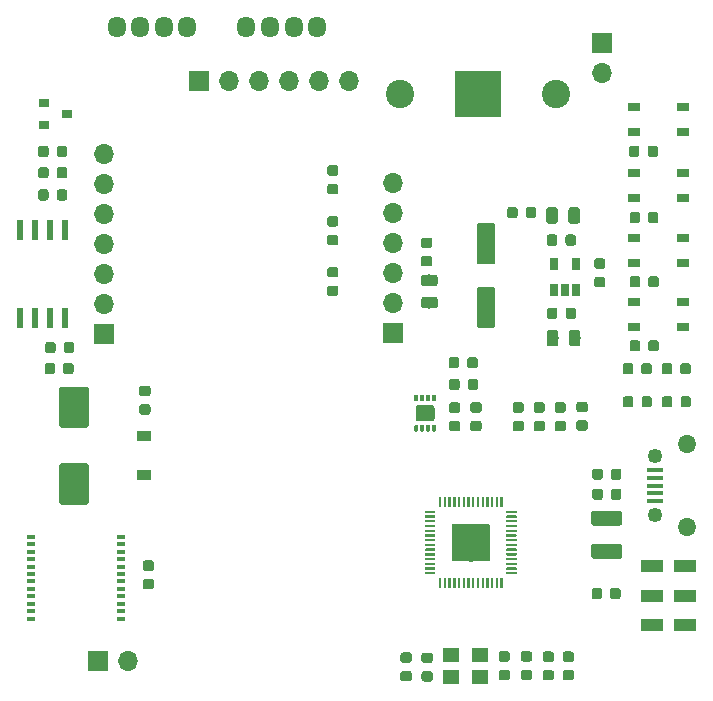
<source format=gts>
G04 #@! TF.GenerationSoftware,KiCad,Pcbnew,(5.1.2)-1*
G04 #@! TF.CreationDate,2023-10-16T21:57:52+09:00*
G04 #@! TF.ProjectId,projectionball,70726f6a-6563-4746-996f-6e62616c6c2e,7.4*
G04 #@! TF.SameCoordinates,Original*
G04 #@! TF.FileFunction,Soldermask,Top*
G04 #@! TF.FilePolarity,Negative*
%FSLAX46Y46*%
G04 Gerber Fmt 4.6, Leading zero omitted, Abs format (unit mm)*
G04 Created by KiCad (PCBNEW (5.1.2)-1) date 2023-10-16 21:57:52*
%MOMM*%
%LPD*%
G04 APERTURE LIST*
%ADD10R,1.850000X1.000000*%
%ADD11R,0.550000X1.750000*%
%ADD12C,0.100000*%
%ADD13C,0.875000*%
%ADD14C,1.600000*%
%ADD15R,0.900000X0.800000*%
%ADD16O,1.700000X1.700000*%
%ADD17R,1.700000X1.700000*%
%ADD18O,1.524000X1.800000*%
%ADD19C,0.975000*%
%ADD20C,1.400000*%
%ADD21C,0.350000*%
%ADD22C,0.200000*%
%ADD23C,3.200000*%
%ADD24R,1.400000X1.200000*%
%ADD25R,1.050000X0.650000*%
%ADD26R,4.000000X4.000000*%
%ADD27C,2.400000*%
%ADD28C,2.500000*%
%ADD29C,1.250000*%
%ADD30R,0.762000X0.406400*%
%ADD31O,1.250000X1.250000*%
%ADD32O,1.550000X1.550000*%
%ADD33R,1.350000X0.400000*%
%ADD34R,0.650000X1.060000*%
%ADD35R,1.200000X0.900000*%
G04 APERTURE END LIST*
D10*
X165430000Y-134770000D03*
X165430000Y-132270000D03*
X165430000Y-129770000D03*
X168230000Y-134770000D03*
X168230000Y-132270000D03*
X168230000Y-129770000D03*
D11*
X115755000Y-108710000D03*
X114485000Y-108710000D03*
X113215000Y-108710000D03*
X111945000Y-108710000D03*
X111945000Y-101310000D03*
X113215000Y-101310000D03*
X114485000Y-101310000D03*
X115755000Y-101310000D03*
D12*
G36*
X138687691Y-106013053D02*
G01*
X138708926Y-106016203D01*
X138729750Y-106021419D01*
X138749962Y-106028651D01*
X138769368Y-106037830D01*
X138787781Y-106048866D01*
X138805024Y-106061654D01*
X138820930Y-106076070D01*
X138835346Y-106091976D01*
X138848134Y-106109219D01*
X138859170Y-106127632D01*
X138868349Y-106147038D01*
X138875581Y-106167250D01*
X138880797Y-106188074D01*
X138883947Y-106209309D01*
X138885000Y-106230750D01*
X138885000Y-106668250D01*
X138883947Y-106689691D01*
X138880797Y-106710926D01*
X138875581Y-106731750D01*
X138868349Y-106751962D01*
X138859170Y-106771368D01*
X138848134Y-106789781D01*
X138835346Y-106807024D01*
X138820930Y-106822930D01*
X138805024Y-106837346D01*
X138787781Y-106850134D01*
X138769368Y-106861170D01*
X138749962Y-106870349D01*
X138729750Y-106877581D01*
X138708926Y-106882797D01*
X138687691Y-106885947D01*
X138666250Y-106887000D01*
X138153750Y-106887000D01*
X138132309Y-106885947D01*
X138111074Y-106882797D01*
X138090250Y-106877581D01*
X138070038Y-106870349D01*
X138050632Y-106861170D01*
X138032219Y-106850134D01*
X138014976Y-106837346D01*
X137999070Y-106822930D01*
X137984654Y-106807024D01*
X137971866Y-106789781D01*
X137960830Y-106771368D01*
X137951651Y-106751962D01*
X137944419Y-106731750D01*
X137939203Y-106710926D01*
X137936053Y-106689691D01*
X137935000Y-106668250D01*
X137935000Y-106230750D01*
X137936053Y-106209309D01*
X137939203Y-106188074D01*
X137944419Y-106167250D01*
X137951651Y-106147038D01*
X137960830Y-106127632D01*
X137971866Y-106109219D01*
X137984654Y-106091976D01*
X137999070Y-106076070D01*
X138014976Y-106061654D01*
X138032219Y-106048866D01*
X138050632Y-106037830D01*
X138070038Y-106028651D01*
X138090250Y-106021419D01*
X138111074Y-106016203D01*
X138132309Y-106013053D01*
X138153750Y-106012000D01*
X138666250Y-106012000D01*
X138687691Y-106013053D01*
X138687691Y-106013053D01*
G37*
D13*
X138410000Y-106449500D03*
D12*
G36*
X138687691Y-104438053D02*
G01*
X138708926Y-104441203D01*
X138729750Y-104446419D01*
X138749962Y-104453651D01*
X138769368Y-104462830D01*
X138787781Y-104473866D01*
X138805024Y-104486654D01*
X138820930Y-104501070D01*
X138835346Y-104516976D01*
X138848134Y-104534219D01*
X138859170Y-104552632D01*
X138868349Y-104572038D01*
X138875581Y-104592250D01*
X138880797Y-104613074D01*
X138883947Y-104634309D01*
X138885000Y-104655750D01*
X138885000Y-105093250D01*
X138883947Y-105114691D01*
X138880797Y-105135926D01*
X138875581Y-105156750D01*
X138868349Y-105176962D01*
X138859170Y-105196368D01*
X138848134Y-105214781D01*
X138835346Y-105232024D01*
X138820930Y-105247930D01*
X138805024Y-105262346D01*
X138787781Y-105275134D01*
X138769368Y-105286170D01*
X138749962Y-105295349D01*
X138729750Y-105302581D01*
X138708926Y-105307797D01*
X138687691Y-105310947D01*
X138666250Y-105312000D01*
X138153750Y-105312000D01*
X138132309Y-105310947D01*
X138111074Y-105307797D01*
X138090250Y-105302581D01*
X138070038Y-105295349D01*
X138050632Y-105286170D01*
X138032219Y-105275134D01*
X138014976Y-105262346D01*
X137999070Y-105247930D01*
X137984654Y-105232024D01*
X137971866Y-105214781D01*
X137960830Y-105196368D01*
X137951651Y-105176962D01*
X137944419Y-105156750D01*
X137939203Y-105135926D01*
X137936053Y-105114691D01*
X137935000Y-105093250D01*
X137935000Y-104655750D01*
X137936053Y-104634309D01*
X137939203Y-104613074D01*
X137944419Y-104592250D01*
X137951651Y-104572038D01*
X137960830Y-104552632D01*
X137971866Y-104534219D01*
X137984654Y-104516976D01*
X137999070Y-104501070D01*
X138014976Y-104486654D01*
X138032219Y-104473866D01*
X138050632Y-104462830D01*
X138070038Y-104453651D01*
X138090250Y-104446419D01*
X138111074Y-104441203D01*
X138132309Y-104438053D01*
X138153750Y-104437000D01*
X138666250Y-104437000D01*
X138687691Y-104438053D01*
X138687691Y-104438053D01*
G37*
D13*
X138410000Y-104874500D03*
D12*
G36*
X138687691Y-100131053D02*
G01*
X138708926Y-100134203D01*
X138729750Y-100139419D01*
X138749962Y-100146651D01*
X138769368Y-100155830D01*
X138787781Y-100166866D01*
X138805024Y-100179654D01*
X138820930Y-100194070D01*
X138835346Y-100209976D01*
X138848134Y-100227219D01*
X138859170Y-100245632D01*
X138868349Y-100265038D01*
X138875581Y-100285250D01*
X138880797Y-100306074D01*
X138883947Y-100327309D01*
X138885000Y-100348750D01*
X138885000Y-100786250D01*
X138883947Y-100807691D01*
X138880797Y-100828926D01*
X138875581Y-100849750D01*
X138868349Y-100869962D01*
X138859170Y-100889368D01*
X138848134Y-100907781D01*
X138835346Y-100925024D01*
X138820930Y-100940930D01*
X138805024Y-100955346D01*
X138787781Y-100968134D01*
X138769368Y-100979170D01*
X138749962Y-100988349D01*
X138729750Y-100995581D01*
X138708926Y-101000797D01*
X138687691Y-101003947D01*
X138666250Y-101005000D01*
X138153750Y-101005000D01*
X138132309Y-101003947D01*
X138111074Y-101000797D01*
X138090250Y-100995581D01*
X138070038Y-100988349D01*
X138050632Y-100979170D01*
X138032219Y-100968134D01*
X138014976Y-100955346D01*
X137999070Y-100940930D01*
X137984654Y-100925024D01*
X137971866Y-100907781D01*
X137960830Y-100889368D01*
X137951651Y-100869962D01*
X137944419Y-100849750D01*
X137939203Y-100828926D01*
X137936053Y-100807691D01*
X137935000Y-100786250D01*
X137935000Y-100348750D01*
X137936053Y-100327309D01*
X137939203Y-100306074D01*
X137944419Y-100285250D01*
X137951651Y-100265038D01*
X137960830Y-100245632D01*
X137971866Y-100227219D01*
X137984654Y-100209976D01*
X137999070Y-100194070D01*
X138014976Y-100179654D01*
X138032219Y-100166866D01*
X138050632Y-100155830D01*
X138070038Y-100146651D01*
X138090250Y-100139419D01*
X138111074Y-100134203D01*
X138132309Y-100131053D01*
X138153750Y-100130000D01*
X138666250Y-100130000D01*
X138687691Y-100131053D01*
X138687691Y-100131053D01*
G37*
D13*
X138410000Y-100567500D03*
D12*
G36*
X138687691Y-101706053D02*
G01*
X138708926Y-101709203D01*
X138729750Y-101714419D01*
X138749962Y-101721651D01*
X138769368Y-101730830D01*
X138787781Y-101741866D01*
X138805024Y-101754654D01*
X138820930Y-101769070D01*
X138835346Y-101784976D01*
X138848134Y-101802219D01*
X138859170Y-101820632D01*
X138868349Y-101840038D01*
X138875581Y-101860250D01*
X138880797Y-101881074D01*
X138883947Y-101902309D01*
X138885000Y-101923750D01*
X138885000Y-102361250D01*
X138883947Y-102382691D01*
X138880797Y-102403926D01*
X138875581Y-102424750D01*
X138868349Y-102444962D01*
X138859170Y-102464368D01*
X138848134Y-102482781D01*
X138835346Y-102500024D01*
X138820930Y-102515930D01*
X138805024Y-102530346D01*
X138787781Y-102543134D01*
X138769368Y-102554170D01*
X138749962Y-102563349D01*
X138729750Y-102570581D01*
X138708926Y-102575797D01*
X138687691Y-102578947D01*
X138666250Y-102580000D01*
X138153750Y-102580000D01*
X138132309Y-102578947D01*
X138111074Y-102575797D01*
X138090250Y-102570581D01*
X138070038Y-102563349D01*
X138050632Y-102554170D01*
X138032219Y-102543134D01*
X138014976Y-102530346D01*
X137999070Y-102515930D01*
X137984654Y-102500024D01*
X137971866Y-102482781D01*
X137960830Y-102464368D01*
X137951651Y-102444962D01*
X137944419Y-102424750D01*
X137939203Y-102403926D01*
X137936053Y-102382691D01*
X137935000Y-102361250D01*
X137935000Y-101923750D01*
X137936053Y-101902309D01*
X137939203Y-101881074D01*
X137944419Y-101860250D01*
X137951651Y-101840038D01*
X137960830Y-101820632D01*
X137971866Y-101802219D01*
X137984654Y-101784976D01*
X137999070Y-101769070D01*
X138014976Y-101754654D01*
X138032219Y-101741866D01*
X138050632Y-101730830D01*
X138070038Y-101721651D01*
X138090250Y-101714419D01*
X138111074Y-101709203D01*
X138132309Y-101706053D01*
X138153750Y-101705000D01*
X138666250Y-101705000D01*
X138687691Y-101706053D01*
X138687691Y-101706053D01*
G37*
D13*
X138410000Y-102142500D03*
D12*
G36*
X138687691Y-95823553D02*
G01*
X138708926Y-95826703D01*
X138729750Y-95831919D01*
X138749962Y-95839151D01*
X138769368Y-95848330D01*
X138787781Y-95859366D01*
X138805024Y-95872154D01*
X138820930Y-95886570D01*
X138835346Y-95902476D01*
X138848134Y-95919719D01*
X138859170Y-95938132D01*
X138868349Y-95957538D01*
X138875581Y-95977750D01*
X138880797Y-95998574D01*
X138883947Y-96019809D01*
X138885000Y-96041250D01*
X138885000Y-96478750D01*
X138883947Y-96500191D01*
X138880797Y-96521426D01*
X138875581Y-96542250D01*
X138868349Y-96562462D01*
X138859170Y-96581868D01*
X138848134Y-96600281D01*
X138835346Y-96617524D01*
X138820930Y-96633430D01*
X138805024Y-96647846D01*
X138787781Y-96660634D01*
X138769368Y-96671670D01*
X138749962Y-96680849D01*
X138729750Y-96688081D01*
X138708926Y-96693297D01*
X138687691Y-96696447D01*
X138666250Y-96697500D01*
X138153750Y-96697500D01*
X138132309Y-96696447D01*
X138111074Y-96693297D01*
X138090250Y-96688081D01*
X138070038Y-96680849D01*
X138050632Y-96671670D01*
X138032219Y-96660634D01*
X138014976Y-96647846D01*
X137999070Y-96633430D01*
X137984654Y-96617524D01*
X137971866Y-96600281D01*
X137960830Y-96581868D01*
X137951651Y-96562462D01*
X137944419Y-96542250D01*
X137939203Y-96521426D01*
X137936053Y-96500191D01*
X137935000Y-96478750D01*
X137935000Y-96041250D01*
X137936053Y-96019809D01*
X137939203Y-95998574D01*
X137944419Y-95977750D01*
X137951651Y-95957538D01*
X137960830Y-95938132D01*
X137971866Y-95919719D01*
X137984654Y-95902476D01*
X137999070Y-95886570D01*
X138014976Y-95872154D01*
X138032219Y-95859366D01*
X138050632Y-95848330D01*
X138070038Y-95839151D01*
X138090250Y-95831919D01*
X138111074Y-95826703D01*
X138132309Y-95823553D01*
X138153750Y-95822500D01*
X138666250Y-95822500D01*
X138687691Y-95823553D01*
X138687691Y-95823553D01*
G37*
D13*
X138410000Y-96260000D03*
D12*
G36*
X138687691Y-97398553D02*
G01*
X138708926Y-97401703D01*
X138729750Y-97406919D01*
X138749962Y-97414151D01*
X138769368Y-97423330D01*
X138787781Y-97434366D01*
X138805024Y-97447154D01*
X138820930Y-97461570D01*
X138835346Y-97477476D01*
X138848134Y-97494719D01*
X138859170Y-97513132D01*
X138868349Y-97532538D01*
X138875581Y-97552750D01*
X138880797Y-97573574D01*
X138883947Y-97594809D01*
X138885000Y-97616250D01*
X138885000Y-98053750D01*
X138883947Y-98075191D01*
X138880797Y-98096426D01*
X138875581Y-98117250D01*
X138868349Y-98137462D01*
X138859170Y-98156868D01*
X138848134Y-98175281D01*
X138835346Y-98192524D01*
X138820930Y-98208430D01*
X138805024Y-98222846D01*
X138787781Y-98235634D01*
X138769368Y-98246670D01*
X138749962Y-98255849D01*
X138729750Y-98263081D01*
X138708926Y-98268297D01*
X138687691Y-98271447D01*
X138666250Y-98272500D01*
X138153750Y-98272500D01*
X138132309Y-98271447D01*
X138111074Y-98268297D01*
X138090250Y-98263081D01*
X138070038Y-98255849D01*
X138050632Y-98246670D01*
X138032219Y-98235634D01*
X138014976Y-98222846D01*
X137999070Y-98208430D01*
X137984654Y-98192524D01*
X137971866Y-98175281D01*
X137960830Y-98156868D01*
X137951651Y-98137462D01*
X137944419Y-98117250D01*
X137939203Y-98096426D01*
X137936053Y-98075191D01*
X137935000Y-98053750D01*
X137935000Y-97616250D01*
X137936053Y-97594809D01*
X137939203Y-97573574D01*
X137944419Y-97552750D01*
X137951651Y-97532538D01*
X137960830Y-97513132D01*
X137971866Y-97494719D01*
X137984654Y-97477476D01*
X137999070Y-97461570D01*
X138014976Y-97447154D01*
X138032219Y-97434366D01*
X138050632Y-97423330D01*
X138070038Y-97414151D01*
X138090250Y-97406919D01*
X138111074Y-97401703D01*
X138132309Y-97398553D01*
X138153750Y-97397500D01*
X138666250Y-97397500D01*
X138687691Y-97398553D01*
X138687691Y-97398553D01*
G37*
D13*
X138410000Y-97835000D03*
D12*
G36*
X151958504Y-106107204D02*
G01*
X151982773Y-106110804D01*
X152006571Y-106116765D01*
X152029671Y-106125030D01*
X152051849Y-106135520D01*
X152072893Y-106148133D01*
X152092598Y-106162747D01*
X152110777Y-106179223D01*
X152127253Y-106197402D01*
X152141867Y-106217107D01*
X152154480Y-106238151D01*
X152164970Y-106260329D01*
X152173235Y-106283429D01*
X152179196Y-106307227D01*
X152182796Y-106331496D01*
X152184000Y-106356000D01*
X152184000Y-109356000D01*
X152182796Y-109380504D01*
X152179196Y-109404773D01*
X152173235Y-109428571D01*
X152164970Y-109451671D01*
X152154480Y-109473849D01*
X152141867Y-109494893D01*
X152127253Y-109514598D01*
X152110777Y-109532777D01*
X152092598Y-109549253D01*
X152072893Y-109563867D01*
X152051849Y-109576480D01*
X152029671Y-109586970D01*
X152006571Y-109595235D01*
X151982773Y-109601196D01*
X151958504Y-109604796D01*
X151934000Y-109606000D01*
X150834000Y-109606000D01*
X150809496Y-109604796D01*
X150785227Y-109601196D01*
X150761429Y-109595235D01*
X150738329Y-109586970D01*
X150716151Y-109576480D01*
X150695107Y-109563867D01*
X150675402Y-109549253D01*
X150657223Y-109532777D01*
X150640747Y-109514598D01*
X150626133Y-109494893D01*
X150613520Y-109473849D01*
X150603030Y-109451671D01*
X150594765Y-109428571D01*
X150588804Y-109404773D01*
X150585204Y-109380504D01*
X150584000Y-109356000D01*
X150584000Y-106356000D01*
X150585204Y-106331496D01*
X150588804Y-106307227D01*
X150594765Y-106283429D01*
X150603030Y-106260329D01*
X150613520Y-106238151D01*
X150626133Y-106217107D01*
X150640747Y-106197402D01*
X150657223Y-106179223D01*
X150675402Y-106162747D01*
X150695107Y-106148133D01*
X150716151Y-106135520D01*
X150738329Y-106125030D01*
X150761429Y-106116765D01*
X150785227Y-106110804D01*
X150809496Y-106107204D01*
X150834000Y-106106000D01*
X151934000Y-106106000D01*
X151958504Y-106107204D01*
X151958504Y-106107204D01*
G37*
D14*
X151384000Y-107856000D03*
D12*
G36*
X151958504Y-100707204D02*
G01*
X151982773Y-100710804D01*
X152006571Y-100716765D01*
X152029671Y-100725030D01*
X152051849Y-100735520D01*
X152072893Y-100748133D01*
X152092598Y-100762747D01*
X152110777Y-100779223D01*
X152127253Y-100797402D01*
X152141867Y-100817107D01*
X152154480Y-100838151D01*
X152164970Y-100860329D01*
X152173235Y-100883429D01*
X152179196Y-100907227D01*
X152182796Y-100931496D01*
X152184000Y-100956000D01*
X152184000Y-103956000D01*
X152182796Y-103980504D01*
X152179196Y-104004773D01*
X152173235Y-104028571D01*
X152164970Y-104051671D01*
X152154480Y-104073849D01*
X152141867Y-104094893D01*
X152127253Y-104114598D01*
X152110777Y-104132777D01*
X152092598Y-104149253D01*
X152072893Y-104163867D01*
X152051849Y-104176480D01*
X152029671Y-104186970D01*
X152006571Y-104195235D01*
X151982773Y-104201196D01*
X151958504Y-104204796D01*
X151934000Y-104206000D01*
X150834000Y-104206000D01*
X150809496Y-104204796D01*
X150785227Y-104201196D01*
X150761429Y-104195235D01*
X150738329Y-104186970D01*
X150716151Y-104176480D01*
X150695107Y-104163867D01*
X150675402Y-104149253D01*
X150657223Y-104132777D01*
X150640747Y-104114598D01*
X150626133Y-104094893D01*
X150613520Y-104073849D01*
X150603030Y-104051671D01*
X150594765Y-104028571D01*
X150588804Y-104004773D01*
X150585204Y-103980504D01*
X150584000Y-103956000D01*
X150584000Y-100956000D01*
X150585204Y-100931496D01*
X150588804Y-100907227D01*
X150594765Y-100883429D01*
X150603030Y-100860329D01*
X150613520Y-100838151D01*
X150626133Y-100817107D01*
X150640747Y-100797402D01*
X150657223Y-100779223D01*
X150675402Y-100762747D01*
X150695107Y-100748133D01*
X150716151Y-100735520D01*
X150738329Y-100725030D01*
X150761429Y-100716765D01*
X150785227Y-100710804D01*
X150809496Y-100707204D01*
X150834000Y-100706000D01*
X151934000Y-100706000D01*
X151958504Y-100707204D01*
X151958504Y-100707204D01*
G37*
D14*
X151384000Y-102456000D03*
D15*
X115917000Y-91500000D03*
X113917000Y-92450000D03*
X113917000Y-90550000D03*
D16*
X143500000Y-97300000D03*
X143500000Y-99840000D03*
X143500000Y-102380000D03*
X143500000Y-104920000D03*
X143500000Y-107460000D03*
D17*
X143500000Y-110000000D03*
D12*
G36*
X122777691Y-116063053D02*
G01*
X122798926Y-116066203D01*
X122819750Y-116071419D01*
X122839962Y-116078651D01*
X122859368Y-116087830D01*
X122877781Y-116098866D01*
X122895024Y-116111654D01*
X122910930Y-116126070D01*
X122925346Y-116141976D01*
X122938134Y-116159219D01*
X122949170Y-116177632D01*
X122958349Y-116197038D01*
X122965581Y-116217250D01*
X122970797Y-116238074D01*
X122973947Y-116259309D01*
X122975000Y-116280750D01*
X122975000Y-116718250D01*
X122973947Y-116739691D01*
X122970797Y-116760926D01*
X122965581Y-116781750D01*
X122958349Y-116801962D01*
X122949170Y-116821368D01*
X122938134Y-116839781D01*
X122925346Y-116857024D01*
X122910930Y-116872930D01*
X122895024Y-116887346D01*
X122877781Y-116900134D01*
X122859368Y-116911170D01*
X122839962Y-116920349D01*
X122819750Y-116927581D01*
X122798926Y-116932797D01*
X122777691Y-116935947D01*
X122756250Y-116937000D01*
X122243750Y-116937000D01*
X122222309Y-116935947D01*
X122201074Y-116932797D01*
X122180250Y-116927581D01*
X122160038Y-116920349D01*
X122140632Y-116911170D01*
X122122219Y-116900134D01*
X122104976Y-116887346D01*
X122089070Y-116872930D01*
X122074654Y-116857024D01*
X122061866Y-116839781D01*
X122050830Y-116821368D01*
X122041651Y-116801962D01*
X122034419Y-116781750D01*
X122029203Y-116760926D01*
X122026053Y-116739691D01*
X122025000Y-116718250D01*
X122025000Y-116280750D01*
X122026053Y-116259309D01*
X122029203Y-116238074D01*
X122034419Y-116217250D01*
X122041651Y-116197038D01*
X122050830Y-116177632D01*
X122061866Y-116159219D01*
X122074654Y-116141976D01*
X122089070Y-116126070D01*
X122104976Y-116111654D01*
X122122219Y-116098866D01*
X122140632Y-116087830D01*
X122160038Y-116078651D01*
X122180250Y-116071419D01*
X122201074Y-116066203D01*
X122222309Y-116063053D01*
X122243750Y-116062000D01*
X122756250Y-116062000D01*
X122777691Y-116063053D01*
X122777691Y-116063053D01*
G37*
D13*
X122500000Y-116499500D03*
D12*
G36*
X122777691Y-114488053D02*
G01*
X122798926Y-114491203D01*
X122819750Y-114496419D01*
X122839962Y-114503651D01*
X122859368Y-114512830D01*
X122877781Y-114523866D01*
X122895024Y-114536654D01*
X122910930Y-114551070D01*
X122925346Y-114566976D01*
X122938134Y-114584219D01*
X122949170Y-114602632D01*
X122958349Y-114622038D01*
X122965581Y-114642250D01*
X122970797Y-114663074D01*
X122973947Y-114684309D01*
X122975000Y-114705750D01*
X122975000Y-115143250D01*
X122973947Y-115164691D01*
X122970797Y-115185926D01*
X122965581Y-115206750D01*
X122958349Y-115226962D01*
X122949170Y-115246368D01*
X122938134Y-115264781D01*
X122925346Y-115282024D01*
X122910930Y-115297930D01*
X122895024Y-115312346D01*
X122877781Y-115325134D01*
X122859368Y-115336170D01*
X122839962Y-115345349D01*
X122819750Y-115352581D01*
X122798926Y-115357797D01*
X122777691Y-115360947D01*
X122756250Y-115362000D01*
X122243750Y-115362000D01*
X122222309Y-115360947D01*
X122201074Y-115357797D01*
X122180250Y-115352581D01*
X122160038Y-115345349D01*
X122140632Y-115336170D01*
X122122219Y-115325134D01*
X122104976Y-115312346D01*
X122089070Y-115297930D01*
X122074654Y-115282024D01*
X122061866Y-115264781D01*
X122050830Y-115246368D01*
X122041651Y-115226962D01*
X122034419Y-115206750D01*
X122029203Y-115185926D01*
X122026053Y-115164691D01*
X122025000Y-115143250D01*
X122025000Y-114705750D01*
X122026053Y-114684309D01*
X122029203Y-114663074D01*
X122034419Y-114642250D01*
X122041651Y-114622038D01*
X122050830Y-114602632D01*
X122061866Y-114584219D01*
X122074654Y-114566976D01*
X122089070Y-114551070D01*
X122104976Y-114536654D01*
X122122219Y-114523866D01*
X122140632Y-114512830D01*
X122160038Y-114503651D01*
X122180250Y-114496419D01*
X122201074Y-114491203D01*
X122222309Y-114488053D01*
X122243750Y-114487000D01*
X122756250Y-114487000D01*
X122777691Y-114488053D01*
X122777691Y-114488053D01*
G37*
D13*
X122500000Y-114924500D03*
D12*
G36*
X153858691Y-99348053D02*
G01*
X153879926Y-99351203D01*
X153900750Y-99356419D01*
X153920962Y-99363651D01*
X153940368Y-99372830D01*
X153958781Y-99383866D01*
X153976024Y-99396654D01*
X153991930Y-99411070D01*
X154006346Y-99426976D01*
X154019134Y-99444219D01*
X154030170Y-99462632D01*
X154039349Y-99482038D01*
X154046581Y-99502250D01*
X154051797Y-99523074D01*
X154054947Y-99544309D01*
X154056000Y-99565750D01*
X154056000Y-100078250D01*
X154054947Y-100099691D01*
X154051797Y-100120926D01*
X154046581Y-100141750D01*
X154039349Y-100161962D01*
X154030170Y-100181368D01*
X154019134Y-100199781D01*
X154006346Y-100217024D01*
X153991930Y-100232930D01*
X153976024Y-100247346D01*
X153958781Y-100260134D01*
X153940368Y-100271170D01*
X153920962Y-100280349D01*
X153900750Y-100287581D01*
X153879926Y-100292797D01*
X153858691Y-100295947D01*
X153837250Y-100297000D01*
X153399750Y-100297000D01*
X153378309Y-100295947D01*
X153357074Y-100292797D01*
X153336250Y-100287581D01*
X153316038Y-100280349D01*
X153296632Y-100271170D01*
X153278219Y-100260134D01*
X153260976Y-100247346D01*
X153245070Y-100232930D01*
X153230654Y-100217024D01*
X153217866Y-100199781D01*
X153206830Y-100181368D01*
X153197651Y-100161962D01*
X153190419Y-100141750D01*
X153185203Y-100120926D01*
X153182053Y-100099691D01*
X153181000Y-100078250D01*
X153181000Y-99565750D01*
X153182053Y-99544309D01*
X153185203Y-99523074D01*
X153190419Y-99502250D01*
X153197651Y-99482038D01*
X153206830Y-99462632D01*
X153217866Y-99444219D01*
X153230654Y-99426976D01*
X153245070Y-99411070D01*
X153260976Y-99396654D01*
X153278219Y-99383866D01*
X153296632Y-99372830D01*
X153316038Y-99363651D01*
X153336250Y-99356419D01*
X153357074Y-99351203D01*
X153378309Y-99348053D01*
X153399750Y-99347000D01*
X153837250Y-99347000D01*
X153858691Y-99348053D01*
X153858691Y-99348053D01*
G37*
D13*
X153618500Y-99822000D03*
D12*
G36*
X155433691Y-99348053D02*
G01*
X155454926Y-99351203D01*
X155475750Y-99356419D01*
X155495962Y-99363651D01*
X155515368Y-99372830D01*
X155533781Y-99383866D01*
X155551024Y-99396654D01*
X155566930Y-99411070D01*
X155581346Y-99426976D01*
X155594134Y-99444219D01*
X155605170Y-99462632D01*
X155614349Y-99482038D01*
X155621581Y-99502250D01*
X155626797Y-99523074D01*
X155629947Y-99544309D01*
X155631000Y-99565750D01*
X155631000Y-100078250D01*
X155629947Y-100099691D01*
X155626797Y-100120926D01*
X155621581Y-100141750D01*
X155614349Y-100161962D01*
X155605170Y-100181368D01*
X155594134Y-100199781D01*
X155581346Y-100217024D01*
X155566930Y-100232930D01*
X155551024Y-100247346D01*
X155533781Y-100260134D01*
X155515368Y-100271170D01*
X155495962Y-100280349D01*
X155475750Y-100287581D01*
X155454926Y-100292797D01*
X155433691Y-100295947D01*
X155412250Y-100297000D01*
X154974750Y-100297000D01*
X154953309Y-100295947D01*
X154932074Y-100292797D01*
X154911250Y-100287581D01*
X154891038Y-100280349D01*
X154871632Y-100271170D01*
X154853219Y-100260134D01*
X154835976Y-100247346D01*
X154820070Y-100232930D01*
X154805654Y-100217024D01*
X154792866Y-100199781D01*
X154781830Y-100181368D01*
X154772651Y-100161962D01*
X154765419Y-100141750D01*
X154760203Y-100120926D01*
X154757053Y-100099691D01*
X154756000Y-100078250D01*
X154756000Y-99565750D01*
X154757053Y-99544309D01*
X154760203Y-99523074D01*
X154765419Y-99502250D01*
X154772651Y-99482038D01*
X154781830Y-99462632D01*
X154792866Y-99444219D01*
X154805654Y-99426976D01*
X154820070Y-99411070D01*
X154835976Y-99396654D01*
X154853219Y-99383866D01*
X154871632Y-99372830D01*
X154891038Y-99363651D01*
X154911250Y-99356419D01*
X154932074Y-99351203D01*
X154953309Y-99348053D01*
X154974750Y-99347000D01*
X155412250Y-99347000D01*
X155433691Y-99348053D01*
X155433691Y-99348053D01*
G37*
D13*
X155193500Y-99822000D03*
D18*
X126100000Y-84100000D03*
X124100000Y-84100000D03*
X122100000Y-84100000D03*
X120100000Y-84100000D03*
X137100000Y-84100000D03*
X135100000Y-84100000D03*
X133100000Y-84100000D03*
X131100000Y-84100000D03*
D16*
X161200000Y-88000000D03*
D17*
X161200000Y-85460000D03*
D16*
X119000000Y-94860000D03*
X119000000Y-97400000D03*
X119000000Y-99940000D03*
X119000000Y-102480000D03*
X119000000Y-105020000D03*
X119000000Y-107560000D03*
D17*
X119000000Y-110100000D03*
D12*
G36*
X147070142Y-106959174D02*
G01*
X147093803Y-106962684D01*
X147117007Y-106968496D01*
X147139529Y-106976554D01*
X147161153Y-106986782D01*
X147181670Y-106999079D01*
X147200883Y-107013329D01*
X147218607Y-107029393D01*
X147234671Y-107047117D01*
X147248921Y-107066330D01*
X147261218Y-107086847D01*
X147271446Y-107108471D01*
X147279504Y-107130993D01*
X147285316Y-107154197D01*
X147288826Y-107177858D01*
X147290000Y-107201750D01*
X147290000Y-107689250D01*
X147288826Y-107713142D01*
X147285316Y-107736803D01*
X147279504Y-107760007D01*
X147271446Y-107782529D01*
X147261218Y-107804153D01*
X147248921Y-107824670D01*
X147234671Y-107843883D01*
X147218607Y-107861607D01*
X147200883Y-107877671D01*
X147181670Y-107891921D01*
X147161153Y-107904218D01*
X147139529Y-107914446D01*
X147117007Y-107922504D01*
X147093803Y-107928316D01*
X147070142Y-107931826D01*
X147046250Y-107933000D01*
X146133750Y-107933000D01*
X146109858Y-107931826D01*
X146086197Y-107928316D01*
X146062993Y-107922504D01*
X146040471Y-107914446D01*
X146018847Y-107904218D01*
X145998330Y-107891921D01*
X145979117Y-107877671D01*
X145961393Y-107861607D01*
X145945329Y-107843883D01*
X145931079Y-107824670D01*
X145918782Y-107804153D01*
X145908554Y-107782529D01*
X145900496Y-107760007D01*
X145894684Y-107736803D01*
X145891174Y-107713142D01*
X145890000Y-107689250D01*
X145890000Y-107201750D01*
X145891174Y-107177858D01*
X145894684Y-107154197D01*
X145900496Y-107130993D01*
X145908554Y-107108471D01*
X145918782Y-107086847D01*
X145931079Y-107066330D01*
X145945329Y-107047117D01*
X145961393Y-107029393D01*
X145979117Y-107013329D01*
X145998330Y-106999079D01*
X146018847Y-106986782D01*
X146040471Y-106976554D01*
X146062993Y-106968496D01*
X146086197Y-106962684D01*
X146109858Y-106959174D01*
X146133750Y-106958000D01*
X147046250Y-106958000D01*
X147070142Y-106959174D01*
X147070142Y-106959174D01*
G37*
D19*
X146590000Y-107445500D03*
D12*
G36*
X147070142Y-105084174D02*
G01*
X147093803Y-105087684D01*
X147117007Y-105093496D01*
X147139529Y-105101554D01*
X147161153Y-105111782D01*
X147181670Y-105124079D01*
X147200883Y-105138329D01*
X147218607Y-105154393D01*
X147234671Y-105172117D01*
X147248921Y-105191330D01*
X147261218Y-105211847D01*
X147271446Y-105233471D01*
X147279504Y-105255993D01*
X147285316Y-105279197D01*
X147288826Y-105302858D01*
X147290000Y-105326750D01*
X147290000Y-105814250D01*
X147288826Y-105838142D01*
X147285316Y-105861803D01*
X147279504Y-105885007D01*
X147271446Y-105907529D01*
X147261218Y-105929153D01*
X147248921Y-105949670D01*
X147234671Y-105968883D01*
X147218607Y-105986607D01*
X147200883Y-106002671D01*
X147181670Y-106016921D01*
X147161153Y-106029218D01*
X147139529Y-106039446D01*
X147117007Y-106047504D01*
X147093803Y-106053316D01*
X147070142Y-106056826D01*
X147046250Y-106058000D01*
X146133750Y-106058000D01*
X146109858Y-106056826D01*
X146086197Y-106053316D01*
X146062993Y-106047504D01*
X146040471Y-106039446D01*
X146018847Y-106029218D01*
X145998330Y-106016921D01*
X145979117Y-106002671D01*
X145961393Y-105986607D01*
X145945329Y-105968883D01*
X145931079Y-105949670D01*
X145918782Y-105929153D01*
X145908554Y-105907529D01*
X145900496Y-105885007D01*
X145894684Y-105861803D01*
X145891174Y-105838142D01*
X145890000Y-105814250D01*
X145890000Y-105326750D01*
X145891174Y-105302858D01*
X145894684Y-105279197D01*
X145900496Y-105255993D01*
X145908554Y-105233471D01*
X145918782Y-105211847D01*
X145931079Y-105191330D01*
X145945329Y-105172117D01*
X145961393Y-105154393D01*
X145979117Y-105138329D01*
X145998330Y-105124079D01*
X146018847Y-105111782D01*
X146040471Y-105101554D01*
X146062993Y-105093496D01*
X146086197Y-105087684D01*
X146109858Y-105084174D01*
X146133750Y-105083000D01*
X147046250Y-105083000D01*
X147070142Y-105084174D01*
X147070142Y-105084174D01*
G37*
D19*
X146590000Y-105570500D03*
D12*
G36*
X150807691Y-115886053D02*
G01*
X150828926Y-115889203D01*
X150849750Y-115894419D01*
X150869962Y-115901651D01*
X150889368Y-115910830D01*
X150907781Y-115921866D01*
X150925024Y-115934654D01*
X150940930Y-115949070D01*
X150955346Y-115964976D01*
X150968134Y-115982219D01*
X150979170Y-116000632D01*
X150988349Y-116020038D01*
X150995581Y-116040250D01*
X151000797Y-116061074D01*
X151003947Y-116082309D01*
X151005000Y-116103750D01*
X151005000Y-116541250D01*
X151003947Y-116562691D01*
X151000797Y-116583926D01*
X150995581Y-116604750D01*
X150988349Y-116624962D01*
X150979170Y-116644368D01*
X150968134Y-116662781D01*
X150955346Y-116680024D01*
X150940930Y-116695930D01*
X150925024Y-116710346D01*
X150907781Y-116723134D01*
X150889368Y-116734170D01*
X150869962Y-116743349D01*
X150849750Y-116750581D01*
X150828926Y-116755797D01*
X150807691Y-116758947D01*
X150786250Y-116760000D01*
X150273750Y-116760000D01*
X150252309Y-116758947D01*
X150231074Y-116755797D01*
X150210250Y-116750581D01*
X150190038Y-116743349D01*
X150170632Y-116734170D01*
X150152219Y-116723134D01*
X150134976Y-116710346D01*
X150119070Y-116695930D01*
X150104654Y-116680024D01*
X150091866Y-116662781D01*
X150080830Y-116644368D01*
X150071651Y-116624962D01*
X150064419Y-116604750D01*
X150059203Y-116583926D01*
X150056053Y-116562691D01*
X150055000Y-116541250D01*
X150055000Y-116103750D01*
X150056053Y-116082309D01*
X150059203Y-116061074D01*
X150064419Y-116040250D01*
X150071651Y-116020038D01*
X150080830Y-116000632D01*
X150091866Y-115982219D01*
X150104654Y-115964976D01*
X150119070Y-115949070D01*
X150134976Y-115934654D01*
X150152219Y-115921866D01*
X150170632Y-115910830D01*
X150190038Y-115901651D01*
X150210250Y-115894419D01*
X150231074Y-115889203D01*
X150252309Y-115886053D01*
X150273750Y-115885000D01*
X150786250Y-115885000D01*
X150807691Y-115886053D01*
X150807691Y-115886053D01*
G37*
D13*
X150530000Y-116322500D03*
D12*
G36*
X150807691Y-117461053D02*
G01*
X150828926Y-117464203D01*
X150849750Y-117469419D01*
X150869962Y-117476651D01*
X150889368Y-117485830D01*
X150907781Y-117496866D01*
X150925024Y-117509654D01*
X150940930Y-117524070D01*
X150955346Y-117539976D01*
X150968134Y-117557219D01*
X150979170Y-117575632D01*
X150988349Y-117595038D01*
X150995581Y-117615250D01*
X151000797Y-117636074D01*
X151003947Y-117657309D01*
X151005000Y-117678750D01*
X151005000Y-118116250D01*
X151003947Y-118137691D01*
X151000797Y-118158926D01*
X150995581Y-118179750D01*
X150988349Y-118199962D01*
X150979170Y-118219368D01*
X150968134Y-118237781D01*
X150955346Y-118255024D01*
X150940930Y-118270930D01*
X150925024Y-118285346D01*
X150907781Y-118298134D01*
X150889368Y-118309170D01*
X150869962Y-118318349D01*
X150849750Y-118325581D01*
X150828926Y-118330797D01*
X150807691Y-118333947D01*
X150786250Y-118335000D01*
X150273750Y-118335000D01*
X150252309Y-118333947D01*
X150231074Y-118330797D01*
X150210250Y-118325581D01*
X150190038Y-118318349D01*
X150170632Y-118309170D01*
X150152219Y-118298134D01*
X150134976Y-118285346D01*
X150119070Y-118270930D01*
X150104654Y-118255024D01*
X150091866Y-118237781D01*
X150080830Y-118219368D01*
X150071651Y-118199962D01*
X150064419Y-118179750D01*
X150059203Y-118158926D01*
X150056053Y-118137691D01*
X150055000Y-118116250D01*
X150055000Y-117678750D01*
X150056053Y-117657309D01*
X150059203Y-117636074D01*
X150064419Y-117615250D01*
X150071651Y-117595038D01*
X150080830Y-117575632D01*
X150091866Y-117557219D01*
X150104654Y-117539976D01*
X150119070Y-117524070D01*
X150134976Y-117509654D01*
X150152219Y-117496866D01*
X150170632Y-117485830D01*
X150190038Y-117476651D01*
X150210250Y-117469419D01*
X150231074Y-117464203D01*
X150252309Y-117461053D01*
X150273750Y-117460000D01*
X150786250Y-117460000D01*
X150807691Y-117461053D01*
X150807691Y-117461053D01*
G37*
D13*
X150530000Y-117897500D03*
D12*
G36*
X146794505Y-116111204D02*
G01*
X146818773Y-116114804D01*
X146842572Y-116120765D01*
X146865671Y-116129030D01*
X146887850Y-116139520D01*
X146908893Y-116152132D01*
X146928599Y-116166747D01*
X146946777Y-116183223D01*
X146963253Y-116201401D01*
X146977868Y-116221107D01*
X146990480Y-116242150D01*
X147000970Y-116264329D01*
X147009235Y-116287428D01*
X147015196Y-116311227D01*
X147018796Y-116335495D01*
X147020000Y-116359999D01*
X147020000Y-117260001D01*
X147018796Y-117284505D01*
X147015196Y-117308773D01*
X147009235Y-117332572D01*
X147000970Y-117355671D01*
X146990480Y-117377850D01*
X146977868Y-117398893D01*
X146963253Y-117418599D01*
X146946777Y-117436777D01*
X146928599Y-117453253D01*
X146908893Y-117467868D01*
X146887850Y-117480480D01*
X146865671Y-117490970D01*
X146842572Y-117499235D01*
X146818773Y-117505196D01*
X146794505Y-117508796D01*
X146770001Y-117510000D01*
X145669999Y-117510000D01*
X145645495Y-117508796D01*
X145621227Y-117505196D01*
X145597428Y-117499235D01*
X145574329Y-117490970D01*
X145552150Y-117480480D01*
X145531107Y-117467868D01*
X145511401Y-117453253D01*
X145493223Y-117436777D01*
X145476747Y-117418599D01*
X145462132Y-117398893D01*
X145449520Y-117377850D01*
X145439030Y-117355671D01*
X145430765Y-117332572D01*
X145424804Y-117308773D01*
X145421204Y-117284505D01*
X145420000Y-117260001D01*
X145420000Y-116359999D01*
X145421204Y-116335495D01*
X145424804Y-116311227D01*
X145430765Y-116287428D01*
X145439030Y-116264329D01*
X145449520Y-116242150D01*
X145462132Y-116221107D01*
X145476747Y-116201401D01*
X145493223Y-116183223D01*
X145511401Y-116166747D01*
X145531107Y-116152132D01*
X145552150Y-116139520D01*
X145574329Y-116129030D01*
X145597428Y-116120765D01*
X145621227Y-116114804D01*
X145645495Y-116111204D01*
X145669999Y-116110000D01*
X146770001Y-116110000D01*
X146794505Y-116111204D01*
X146794505Y-116111204D01*
G37*
D20*
X146220000Y-116810000D03*
D12*
G36*
X147066076Y-115260421D02*
G01*
X147074570Y-115261681D01*
X147082900Y-115263768D01*
X147090985Y-115266661D01*
X147098747Y-115270332D01*
X147106112Y-115274746D01*
X147113009Y-115279862D01*
X147119372Y-115285628D01*
X147125138Y-115291991D01*
X147130254Y-115298888D01*
X147134668Y-115306253D01*
X147138339Y-115314015D01*
X147141232Y-115322100D01*
X147143319Y-115330430D01*
X147144579Y-115338924D01*
X147145000Y-115347500D01*
X147145000Y-115697500D01*
X147144579Y-115706076D01*
X147143319Y-115714570D01*
X147141232Y-115722900D01*
X147138339Y-115730985D01*
X147134668Y-115738747D01*
X147130254Y-115746112D01*
X147125138Y-115753009D01*
X147119372Y-115759372D01*
X147113009Y-115765138D01*
X147106112Y-115770254D01*
X147098747Y-115774668D01*
X147090985Y-115778339D01*
X147082900Y-115781232D01*
X147074570Y-115783319D01*
X147066076Y-115784579D01*
X147057500Y-115785000D01*
X146882500Y-115785000D01*
X146873924Y-115784579D01*
X146865430Y-115783319D01*
X146857100Y-115781232D01*
X146849015Y-115778339D01*
X146841253Y-115774668D01*
X146833888Y-115770254D01*
X146826991Y-115765138D01*
X146820628Y-115759372D01*
X146814862Y-115753009D01*
X146809746Y-115746112D01*
X146805332Y-115738747D01*
X146801661Y-115730985D01*
X146798768Y-115722900D01*
X146796681Y-115714570D01*
X146795421Y-115706076D01*
X146795000Y-115697500D01*
X146795000Y-115347500D01*
X146795421Y-115338924D01*
X146796681Y-115330430D01*
X146798768Y-115322100D01*
X146801661Y-115314015D01*
X146805332Y-115306253D01*
X146809746Y-115298888D01*
X146814862Y-115291991D01*
X146820628Y-115285628D01*
X146826991Y-115279862D01*
X146833888Y-115274746D01*
X146841253Y-115270332D01*
X146849015Y-115266661D01*
X146857100Y-115263768D01*
X146865430Y-115261681D01*
X146873924Y-115260421D01*
X146882500Y-115260000D01*
X147057500Y-115260000D01*
X147066076Y-115260421D01*
X147066076Y-115260421D01*
G37*
D21*
X146970000Y-115522500D03*
D12*
G36*
X146566076Y-115260421D02*
G01*
X146574570Y-115261681D01*
X146582900Y-115263768D01*
X146590985Y-115266661D01*
X146598747Y-115270332D01*
X146606112Y-115274746D01*
X146613009Y-115279862D01*
X146619372Y-115285628D01*
X146625138Y-115291991D01*
X146630254Y-115298888D01*
X146634668Y-115306253D01*
X146638339Y-115314015D01*
X146641232Y-115322100D01*
X146643319Y-115330430D01*
X146644579Y-115338924D01*
X146645000Y-115347500D01*
X146645000Y-115697500D01*
X146644579Y-115706076D01*
X146643319Y-115714570D01*
X146641232Y-115722900D01*
X146638339Y-115730985D01*
X146634668Y-115738747D01*
X146630254Y-115746112D01*
X146625138Y-115753009D01*
X146619372Y-115759372D01*
X146613009Y-115765138D01*
X146606112Y-115770254D01*
X146598747Y-115774668D01*
X146590985Y-115778339D01*
X146582900Y-115781232D01*
X146574570Y-115783319D01*
X146566076Y-115784579D01*
X146557500Y-115785000D01*
X146382500Y-115785000D01*
X146373924Y-115784579D01*
X146365430Y-115783319D01*
X146357100Y-115781232D01*
X146349015Y-115778339D01*
X146341253Y-115774668D01*
X146333888Y-115770254D01*
X146326991Y-115765138D01*
X146320628Y-115759372D01*
X146314862Y-115753009D01*
X146309746Y-115746112D01*
X146305332Y-115738747D01*
X146301661Y-115730985D01*
X146298768Y-115722900D01*
X146296681Y-115714570D01*
X146295421Y-115706076D01*
X146295000Y-115697500D01*
X146295000Y-115347500D01*
X146295421Y-115338924D01*
X146296681Y-115330430D01*
X146298768Y-115322100D01*
X146301661Y-115314015D01*
X146305332Y-115306253D01*
X146309746Y-115298888D01*
X146314862Y-115291991D01*
X146320628Y-115285628D01*
X146326991Y-115279862D01*
X146333888Y-115274746D01*
X146341253Y-115270332D01*
X146349015Y-115266661D01*
X146357100Y-115263768D01*
X146365430Y-115261681D01*
X146373924Y-115260421D01*
X146382500Y-115260000D01*
X146557500Y-115260000D01*
X146566076Y-115260421D01*
X146566076Y-115260421D01*
G37*
D21*
X146470000Y-115522500D03*
D12*
G36*
X146066076Y-115260421D02*
G01*
X146074570Y-115261681D01*
X146082900Y-115263768D01*
X146090985Y-115266661D01*
X146098747Y-115270332D01*
X146106112Y-115274746D01*
X146113009Y-115279862D01*
X146119372Y-115285628D01*
X146125138Y-115291991D01*
X146130254Y-115298888D01*
X146134668Y-115306253D01*
X146138339Y-115314015D01*
X146141232Y-115322100D01*
X146143319Y-115330430D01*
X146144579Y-115338924D01*
X146145000Y-115347500D01*
X146145000Y-115697500D01*
X146144579Y-115706076D01*
X146143319Y-115714570D01*
X146141232Y-115722900D01*
X146138339Y-115730985D01*
X146134668Y-115738747D01*
X146130254Y-115746112D01*
X146125138Y-115753009D01*
X146119372Y-115759372D01*
X146113009Y-115765138D01*
X146106112Y-115770254D01*
X146098747Y-115774668D01*
X146090985Y-115778339D01*
X146082900Y-115781232D01*
X146074570Y-115783319D01*
X146066076Y-115784579D01*
X146057500Y-115785000D01*
X145882500Y-115785000D01*
X145873924Y-115784579D01*
X145865430Y-115783319D01*
X145857100Y-115781232D01*
X145849015Y-115778339D01*
X145841253Y-115774668D01*
X145833888Y-115770254D01*
X145826991Y-115765138D01*
X145820628Y-115759372D01*
X145814862Y-115753009D01*
X145809746Y-115746112D01*
X145805332Y-115738747D01*
X145801661Y-115730985D01*
X145798768Y-115722900D01*
X145796681Y-115714570D01*
X145795421Y-115706076D01*
X145795000Y-115697500D01*
X145795000Y-115347500D01*
X145795421Y-115338924D01*
X145796681Y-115330430D01*
X145798768Y-115322100D01*
X145801661Y-115314015D01*
X145805332Y-115306253D01*
X145809746Y-115298888D01*
X145814862Y-115291991D01*
X145820628Y-115285628D01*
X145826991Y-115279862D01*
X145833888Y-115274746D01*
X145841253Y-115270332D01*
X145849015Y-115266661D01*
X145857100Y-115263768D01*
X145865430Y-115261681D01*
X145873924Y-115260421D01*
X145882500Y-115260000D01*
X146057500Y-115260000D01*
X146066076Y-115260421D01*
X146066076Y-115260421D01*
G37*
D21*
X145970000Y-115522500D03*
D12*
G36*
X145566076Y-115260421D02*
G01*
X145574570Y-115261681D01*
X145582900Y-115263768D01*
X145590985Y-115266661D01*
X145598747Y-115270332D01*
X145606112Y-115274746D01*
X145613009Y-115279862D01*
X145619372Y-115285628D01*
X145625138Y-115291991D01*
X145630254Y-115298888D01*
X145634668Y-115306253D01*
X145638339Y-115314015D01*
X145641232Y-115322100D01*
X145643319Y-115330430D01*
X145644579Y-115338924D01*
X145645000Y-115347500D01*
X145645000Y-115697500D01*
X145644579Y-115706076D01*
X145643319Y-115714570D01*
X145641232Y-115722900D01*
X145638339Y-115730985D01*
X145634668Y-115738747D01*
X145630254Y-115746112D01*
X145625138Y-115753009D01*
X145619372Y-115759372D01*
X145613009Y-115765138D01*
X145606112Y-115770254D01*
X145598747Y-115774668D01*
X145590985Y-115778339D01*
X145582900Y-115781232D01*
X145574570Y-115783319D01*
X145566076Y-115784579D01*
X145557500Y-115785000D01*
X145382500Y-115785000D01*
X145373924Y-115784579D01*
X145365430Y-115783319D01*
X145357100Y-115781232D01*
X145349015Y-115778339D01*
X145341253Y-115774668D01*
X145333888Y-115770254D01*
X145326991Y-115765138D01*
X145320628Y-115759372D01*
X145314862Y-115753009D01*
X145309746Y-115746112D01*
X145305332Y-115738747D01*
X145301661Y-115730985D01*
X145298768Y-115722900D01*
X145296681Y-115714570D01*
X145295421Y-115706076D01*
X145295000Y-115697500D01*
X145295000Y-115347500D01*
X145295421Y-115338924D01*
X145296681Y-115330430D01*
X145298768Y-115322100D01*
X145301661Y-115314015D01*
X145305332Y-115306253D01*
X145309746Y-115298888D01*
X145314862Y-115291991D01*
X145320628Y-115285628D01*
X145326991Y-115279862D01*
X145333888Y-115274746D01*
X145341253Y-115270332D01*
X145349015Y-115266661D01*
X145357100Y-115263768D01*
X145365430Y-115261681D01*
X145373924Y-115260421D01*
X145382500Y-115260000D01*
X145557500Y-115260000D01*
X145566076Y-115260421D01*
X145566076Y-115260421D01*
G37*
D21*
X145470000Y-115522500D03*
D12*
G36*
X145566076Y-117835421D02*
G01*
X145574570Y-117836681D01*
X145582900Y-117838768D01*
X145590985Y-117841661D01*
X145598747Y-117845332D01*
X145606112Y-117849746D01*
X145613009Y-117854862D01*
X145619372Y-117860628D01*
X145625138Y-117866991D01*
X145630254Y-117873888D01*
X145634668Y-117881253D01*
X145638339Y-117889015D01*
X145641232Y-117897100D01*
X145643319Y-117905430D01*
X145644579Y-117913924D01*
X145645000Y-117922500D01*
X145645000Y-118272500D01*
X145644579Y-118281076D01*
X145643319Y-118289570D01*
X145641232Y-118297900D01*
X145638339Y-118305985D01*
X145634668Y-118313747D01*
X145630254Y-118321112D01*
X145625138Y-118328009D01*
X145619372Y-118334372D01*
X145613009Y-118340138D01*
X145606112Y-118345254D01*
X145598747Y-118349668D01*
X145590985Y-118353339D01*
X145582900Y-118356232D01*
X145574570Y-118358319D01*
X145566076Y-118359579D01*
X145557500Y-118360000D01*
X145382500Y-118360000D01*
X145373924Y-118359579D01*
X145365430Y-118358319D01*
X145357100Y-118356232D01*
X145349015Y-118353339D01*
X145341253Y-118349668D01*
X145333888Y-118345254D01*
X145326991Y-118340138D01*
X145320628Y-118334372D01*
X145314862Y-118328009D01*
X145309746Y-118321112D01*
X145305332Y-118313747D01*
X145301661Y-118305985D01*
X145298768Y-118297900D01*
X145296681Y-118289570D01*
X145295421Y-118281076D01*
X145295000Y-118272500D01*
X145295000Y-117922500D01*
X145295421Y-117913924D01*
X145296681Y-117905430D01*
X145298768Y-117897100D01*
X145301661Y-117889015D01*
X145305332Y-117881253D01*
X145309746Y-117873888D01*
X145314862Y-117866991D01*
X145320628Y-117860628D01*
X145326991Y-117854862D01*
X145333888Y-117849746D01*
X145341253Y-117845332D01*
X145349015Y-117841661D01*
X145357100Y-117838768D01*
X145365430Y-117836681D01*
X145373924Y-117835421D01*
X145382500Y-117835000D01*
X145557500Y-117835000D01*
X145566076Y-117835421D01*
X145566076Y-117835421D01*
G37*
D21*
X145470000Y-118097500D03*
D12*
G36*
X146066076Y-117835421D02*
G01*
X146074570Y-117836681D01*
X146082900Y-117838768D01*
X146090985Y-117841661D01*
X146098747Y-117845332D01*
X146106112Y-117849746D01*
X146113009Y-117854862D01*
X146119372Y-117860628D01*
X146125138Y-117866991D01*
X146130254Y-117873888D01*
X146134668Y-117881253D01*
X146138339Y-117889015D01*
X146141232Y-117897100D01*
X146143319Y-117905430D01*
X146144579Y-117913924D01*
X146145000Y-117922500D01*
X146145000Y-118272500D01*
X146144579Y-118281076D01*
X146143319Y-118289570D01*
X146141232Y-118297900D01*
X146138339Y-118305985D01*
X146134668Y-118313747D01*
X146130254Y-118321112D01*
X146125138Y-118328009D01*
X146119372Y-118334372D01*
X146113009Y-118340138D01*
X146106112Y-118345254D01*
X146098747Y-118349668D01*
X146090985Y-118353339D01*
X146082900Y-118356232D01*
X146074570Y-118358319D01*
X146066076Y-118359579D01*
X146057500Y-118360000D01*
X145882500Y-118360000D01*
X145873924Y-118359579D01*
X145865430Y-118358319D01*
X145857100Y-118356232D01*
X145849015Y-118353339D01*
X145841253Y-118349668D01*
X145833888Y-118345254D01*
X145826991Y-118340138D01*
X145820628Y-118334372D01*
X145814862Y-118328009D01*
X145809746Y-118321112D01*
X145805332Y-118313747D01*
X145801661Y-118305985D01*
X145798768Y-118297900D01*
X145796681Y-118289570D01*
X145795421Y-118281076D01*
X145795000Y-118272500D01*
X145795000Y-117922500D01*
X145795421Y-117913924D01*
X145796681Y-117905430D01*
X145798768Y-117897100D01*
X145801661Y-117889015D01*
X145805332Y-117881253D01*
X145809746Y-117873888D01*
X145814862Y-117866991D01*
X145820628Y-117860628D01*
X145826991Y-117854862D01*
X145833888Y-117849746D01*
X145841253Y-117845332D01*
X145849015Y-117841661D01*
X145857100Y-117838768D01*
X145865430Y-117836681D01*
X145873924Y-117835421D01*
X145882500Y-117835000D01*
X146057500Y-117835000D01*
X146066076Y-117835421D01*
X146066076Y-117835421D01*
G37*
D21*
X145970000Y-118097500D03*
D12*
G36*
X146566076Y-117835421D02*
G01*
X146574570Y-117836681D01*
X146582900Y-117838768D01*
X146590985Y-117841661D01*
X146598747Y-117845332D01*
X146606112Y-117849746D01*
X146613009Y-117854862D01*
X146619372Y-117860628D01*
X146625138Y-117866991D01*
X146630254Y-117873888D01*
X146634668Y-117881253D01*
X146638339Y-117889015D01*
X146641232Y-117897100D01*
X146643319Y-117905430D01*
X146644579Y-117913924D01*
X146645000Y-117922500D01*
X146645000Y-118272500D01*
X146644579Y-118281076D01*
X146643319Y-118289570D01*
X146641232Y-118297900D01*
X146638339Y-118305985D01*
X146634668Y-118313747D01*
X146630254Y-118321112D01*
X146625138Y-118328009D01*
X146619372Y-118334372D01*
X146613009Y-118340138D01*
X146606112Y-118345254D01*
X146598747Y-118349668D01*
X146590985Y-118353339D01*
X146582900Y-118356232D01*
X146574570Y-118358319D01*
X146566076Y-118359579D01*
X146557500Y-118360000D01*
X146382500Y-118360000D01*
X146373924Y-118359579D01*
X146365430Y-118358319D01*
X146357100Y-118356232D01*
X146349015Y-118353339D01*
X146341253Y-118349668D01*
X146333888Y-118345254D01*
X146326991Y-118340138D01*
X146320628Y-118334372D01*
X146314862Y-118328009D01*
X146309746Y-118321112D01*
X146305332Y-118313747D01*
X146301661Y-118305985D01*
X146298768Y-118297900D01*
X146296681Y-118289570D01*
X146295421Y-118281076D01*
X146295000Y-118272500D01*
X146295000Y-117922500D01*
X146295421Y-117913924D01*
X146296681Y-117905430D01*
X146298768Y-117897100D01*
X146301661Y-117889015D01*
X146305332Y-117881253D01*
X146309746Y-117873888D01*
X146314862Y-117866991D01*
X146320628Y-117860628D01*
X146326991Y-117854862D01*
X146333888Y-117849746D01*
X146341253Y-117845332D01*
X146349015Y-117841661D01*
X146357100Y-117838768D01*
X146365430Y-117836681D01*
X146373924Y-117835421D01*
X146382500Y-117835000D01*
X146557500Y-117835000D01*
X146566076Y-117835421D01*
X146566076Y-117835421D01*
G37*
D21*
X146470000Y-118097500D03*
D12*
G36*
X147066076Y-117835421D02*
G01*
X147074570Y-117836681D01*
X147082900Y-117838768D01*
X147090985Y-117841661D01*
X147098747Y-117845332D01*
X147106112Y-117849746D01*
X147113009Y-117854862D01*
X147119372Y-117860628D01*
X147125138Y-117866991D01*
X147130254Y-117873888D01*
X147134668Y-117881253D01*
X147138339Y-117889015D01*
X147141232Y-117897100D01*
X147143319Y-117905430D01*
X147144579Y-117913924D01*
X147145000Y-117922500D01*
X147145000Y-118272500D01*
X147144579Y-118281076D01*
X147143319Y-118289570D01*
X147141232Y-118297900D01*
X147138339Y-118305985D01*
X147134668Y-118313747D01*
X147130254Y-118321112D01*
X147125138Y-118328009D01*
X147119372Y-118334372D01*
X147113009Y-118340138D01*
X147106112Y-118345254D01*
X147098747Y-118349668D01*
X147090985Y-118353339D01*
X147082900Y-118356232D01*
X147074570Y-118358319D01*
X147066076Y-118359579D01*
X147057500Y-118360000D01*
X146882500Y-118360000D01*
X146873924Y-118359579D01*
X146865430Y-118358319D01*
X146857100Y-118356232D01*
X146849015Y-118353339D01*
X146841253Y-118349668D01*
X146833888Y-118345254D01*
X146826991Y-118340138D01*
X146820628Y-118334372D01*
X146814862Y-118328009D01*
X146809746Y-118321112D01*
X146805332Y-118313747D01*
X146801661Y-118305985D01*
X146798768Y-118297900D01*
X146796681Y-118289570D01*
X146795421Y-118281076D01*
X146795000Y-118272500D01*
X146795000Y-117922500D01*
X146795421Y-117913924D01*
X146796681Y-117905430D01*
X146798768Y-117897100D01*
X146801661Y-117889015D01*
X146805332Y-117881253D01*
X146809746Y-117873888D01*
X146814862Y-117866991D01*
X146820628Y-117860628D01*
X146826991Y-117854862D01*
X146833888Y-117849746D01*
X146841253Y-117845332D01*
X146849015Y-117841661D01*
X146857100Y-117838768D01*
X146865430Y-117836681D01*
X146873924Y-117835421D01*
X146882500Y-117835000D01*
X147057500Y-117835000D01*
X147066076Y-117835421D01*
X147066076Y-117835421D01*
G37*
D21*
X146970000Y-118097500D03*
D12*
G36*
X147554901Y-123887241D02*
G01*
X147559755Y-123887961D01*
X147564514Y-123889153D01*
X147569134Y-123890806D01*
X147573570Y-123892904D01*
X147577779Y-123895427D01*
X147581720Y-123898349D01*
X147585355Y-123901645D01*
X147588651Y-123905280D01*
X147591573Y-123909221D01*
X147594096Y-123913430D01*
X147596194Y-123917866D01*
X147597847Y-123922486D01*
X147599039Y-123927245D01*
X147599759Y-123932099D01*
X147600000Y-123937000D01*
X147600000Y-124712000D01*
X147599759Y-124716901D01*
X147599039Y-124721755D01*
X147597847Y-124726514D01*
X147596194Y-124731134D01*
X147594096Y-124735570D01*
X147591573Y-124739779D01*
X147588651Y-124743720D01*
X147585355Y-124747355D01*
X147581720Y-124750651D01*
X147577779Y-124753573D01*
X147573570Y-124756096D01*
X147569134Y-124758194D01*
X147564514Y-124759847D01*
X147559755Y-124761039D01*
X147554901Y-124761759D01*
X147550000Y-124762000D01*
X147450000Y-124762000D01*
X147445099Y-124761759D01*
X147440245Y-124761039D01*
X147435486Y-124759847D01*
X147430866Y-124758194D01*
X147426430Y-124756096D01*
X147422221Y-124753573D01*
X147418280Y-124750651D01*
X147414645Y-124747355D01*
X147411349Y-124743720D01*
X147408427Y-124739779D01*
X147405904Y-124735570D01*
X147403806Y-124731134D01*
X147402153Y-124726514D01*
X147400961Y-124721755D01*
X147400241Y-124716901D01*
X147400000Y-124712000D01*
X147400000Y-123937000D01*
X147400241Y-123932099D01*
X147400961Y-123927245D01*
X147402153Y-123922486D01*
X147403806Y-123917866D01*
X147405904Y-123913430D01*
X147408427Y-123909221D01*
X147411349Y-123905280D01*
X147414645Y-123901645D01*
X147418280Y-123898349D01*
X147422221Y-123895427D01*
X147426430Y-123892904D01*
X147430866Y-123890806D01*
X147435486Y-123889153D01*
X147440245Y-123887961D01*
X147445099Y-123887241D01*
X147450000Y-123887000D01*
X147550000Y-123887000D01*
X147554901Y-123887241D01*
X147554901Y-123887241D01*
G37*
D22*
X147500000Y-124324500D03*
D12*
G36*
X147954901Y-123887241D02*
G01*
X147959755Y-123887961D01*
X147964514Y-123889153D01*
X147969134Y-123890806D01*
X147973570Y-123892904D01*
X147977779Y-123895427D01*
X147981720Y-123898349D01*
X147985355Y-123901645D01*
X147988651Y-123905280D01*
X147991573Y-123909221D01*
X147994096Y-123913430D01*
X147996194Y-123917866D01*
X147997847Y-123922486D01*
X147999039Y-123927245D01*
X147999759Y-123932099D01*
X148000000Y-123937000D01*
X148000000Y-124712000D01*
X147999759Y-124716901D01*
X147999039Y-124721755D01*
X147997847Y-124726514D01*
X147996194Y-124731134D01*
X147994096Y-124735570D01*
X147991573Y-124739779D01*
X147988651Y-124743720D01*
X147985355Y-124747355D01*
X147981720Y-124750651D01*
X147977779Y-124753573D01*
X147973570Y-124756096D01*
X147969134Y-124758194D01*
X147964514Y-124759847D01*
X147959755Y-124761039D01*
X147954901Y-124761759D01*
X147950000Y-124762000D01*
X147850000Y-124762000D01*
X147845099Y-124761759D01*
X147840245Y-124761039D01*
X147835486Y-124759847D01*
X147830866Y-124758194D01*
X147826430Y-124756096D01*
X147822221Y-124753573D01*
X147818280Y-124750651D01*
X147814645Y-124747355D01*
X147811349Y-124743720D01*
X147808427Y-124739779D01*
X147805904Y-124735570D01*
X147803806Y-124731134D01*
X147802153Y-124726514D01*
X147800961Y-124721755D01*
X147800241Y-124716901D01*
X147800000Y-124712000D01*
X147800000Y-123937000D01*
X147800241Y-123932099D01*
X147800961Y-123927245D01*
X147802153Y-123922486D01*
X147803806Y-123917866D01*
X147805904Y-123913430D01*
X147808427Y-123909221D01*
X147811349Y-123905280D01*
X147814645Y-123901645D01*
X147818280Y-123898349D01*
X147822221Y-123895427D01*
X147826430Y-123892904D01*
X147830866Y-123890806D01*
X147835486Y-123889153D01*
X147840245Y-123887961D01*
X147845099Y-123887241D01*
X147850000Y-123887000D01*
X147950000Y-123887000D01*
X147954901Y-123887241D01*
X147954901Y-123887241D01*
G37*
D22*
X147900000Y-124324500D03*
D12*
G36*
X148354901Y-123887241D02*
G01*
X148359755Y-123887961D01*
X148364514Y-123889153D01*
X148369134Y-123890806D01*
X148373570Y-123892904D01*
X148377779Y-123895427D01*
X148381720Y-123898349D01*
X148385355Y-123901645D01*
X148388651Y-123905280D01*
X148391573Y-123909221D01*
X148394096Y-123913430D01*
X148396194Y-123917866D01*
X148397847Y-123922486D01*
X148399039Y-123927245D01*
X148399759Y-123932099D01*
X148400000Y-123937000D01*
X148400000Y-124712000D01*
X148399759Y-124716901D01*
X148399039Y-124721755D01*
X148397847Y-124726514D01*
X148396194Y-124731134D01*
X148394096Y-124735570D01*
X148391573Y-124739779D01*
X148388651Y-124743720D01*
X148385355Y-124747355D01*
X148381720Y-124750651D01*
X148377779Y-124753573D01*
X148373570Y-124756096D01*
X148369134Y-124758194D01*
X148364514Y-124759847D01*
X148359755Y-124761039D01*
X148354901Y-124761759D01*
X148350000Y-124762000D01*
X148250000Y-124762000D01*
X148245099Y-124761759D01*
X148240245Y-124761039D01*
X148235486Y-124759847D01*
X148230866Y-124758194D01*
X148226430Y-124756096D01*
X148222221Y-124753573D01*
X148218280Y-124750651D01*
X148214645Y-124747355D01*
X148211349Y-124743720D01*
X148208427Y-124739779D01*
X148205904Y-124735570D01*
X148203806Y-124731134D01*
X148202153Y-124726514D01*
X148200961Y-124721755D01*
X148200241Y-124716901D01*
X148200000Y-124712000D01*
X148200000Y-123937000D01*
X148200241Y-123932099D01*
X148200961Y-123927245D01*
X148202153Y-123922486D01*
X148203806Y-123917866D01*
X148205904Y-123913430D01*
X148208427Y-123909221D01*
X148211349Y-123905280D01*
X148214645Y-123901645D01*
X148218280Y-123898349D01*
X148222221Y-123895427D01*
X148226430Y-123892904D01*
X148230866Y-123890806D01*
X148235486Y-123889153D01*
X148240245Y-123887961D01*
X148245099Y-123887241D01*
X148250000Y-123887000D01*
X148350000Y-123887000D01*
X148354901Y-123887241D01*
X148354901Y-123887241D01*
G37*
D22*
X148300000Y-124324500D03*
D12*
G36*
X148754901Y-123887241D02*
G01*
X148759755Y-123887961D01*
X148764514Y-123889153D01*
X148769134Y-123890806D01*
X148773570Y-123892904D01*
X148777779Y-123895427D01*
X148781720Y-123898349D01*
X148785355Y-123901645D01*
X148788651Y-123905280D01*
X148791573Y-123909221D01*
X148794096Y-123913430D01*
X148796194Y-123917866D01*
X148797847Y-123922486D01*
X148799039Y-123927245D01*
X148799759Y-123932099D01*
X148800000Y-123937000D01*
X148800000Y-124712000D01*
X148799759Y-124716901D01*
X148799039Y-124721755D01*
X148797847Y-124726514D01*
X148796194Y-124731134D01*
X148794096Y-124735570D01*
X148791573Y-124739779D01*
X148788651Y-124743720D01*
X148785355Y-124747355D01*
X148781720Y-124750651D01*
X148777779Y-124753573D01*
X148773570Y-124756096D01*
X148769134Y-124758194D01*
X148764514Y-124759847D01*
X148759755Y-124761039D01*
X148754901Y-124761759D01*
X148750000Y-124762000D01*
X148650000Y-124762000D01*
X148645099Y-124761759D01*
X148640245Y-124761039D01*
X148635486Y-124759847D01*
X148630866Y-124758194D01*
X148626430Y-124756096D01*
X148622221Y-124753573D01*
X148618280Y-124750651D01*
X148614645Y-124747355D01*
X148611349Y-124743720D01*
X148608427Y-124739779D01*
X148605904Y-124735570D01*
X148603806Y-124731134D01*
X148602153Y-124726514D01*
X148600961Y-124721755D01*
X148600241Y-124716901D01*
X148600000Y-124712000D01*
X148600000Y-123937000D01*
X148600241Y-123932099D01*
X148600961Y-123927245D01*
X148602153Y-123922486D01*
X148603806Y-123917866D01*
X148605904Y-123913430D01*
X148608427Y-123909221D01*
X148611349Y-123905280D01*
X148614645Y-123901645D01*
X148618280Y-123898349D01*
X148622221Y-123895427D01*
X148626430Y-123892904D01*
X148630866Y-123890806D01*
X148635486Y-123889153D01*
X148640245Y-123887961D01*
X148645099Y-123887241D01*
X148650000Y-123887000D01*
X148750000Y-123887000D01*
X148754901Y-123887241D01*
X148754901Y-123887241D01*
G37*
D22*
X148700000Y-124324500D03*
D12*
G36*
X149154901Y-123887241D02*
G01*
X149159755Y-123887961D01*
X149164514Y-123889153D01*
X149169134Y-123890806D01*
X149173570Y-123892904D01*
X149177779Y-123895427D01*
X149181720Y-123898349D01*
X149185355Y-123901645D01*
X149188651Y-123905280D01*
X149191573Y-123909221D01*
X149194096Y-123913430D01*
X149196194Y-123917866D01*
X149197847Y-123922486D01*
X149199039Y-123927245D01*
X149199759Y-123932099D01*
X149200000Y-123937000D01*
X149200000Y-124712000D01*
X149199759Y-124716901D01*
X149199039Y-124721755D01*
X149197847Y-124726514D01*
X149196194Y-124731134D01*
X149194096Y-124735570D01*
X149191573Y-124739779D01*
X149188651Y-124743720D01*
X149185355Y-124747355D01*
X149181720Y-124750651D01*
X149177779Y-124753573D01*
X149173570Y-124756096D01*
X149169134Y-124758194D01*
X149164514Y-124759847D01*
X149159755Y-124761039D01*
X149154901Y-124761759D01*
X149150000Y-124762000D01*
X149050000Y-124762000D01*
X149045099Y-124761759D01*
X149040245Y-124761039D01*
X149035486Y-124759847D01*
X149030866Y-124758194D01*
X149026430Y-124756096D01*
X149022221Y-124753573D01*
X149018280Y-124750651D01*
X149014645Y-124747355D01*
X149011349Y-124743720D01*
X149008427Y-124739779D01*
X149005904Y-124735570D01*
X149003806Y-124731134D01*
X149002153Y-124726514D01*
X149000961Y-124721755D01*
X149000241Y-124716901D01*
X149000000Y-124712000D01*
X149000000Y-123937000D01*
X149000241Y-123932099D01*
X149000961Y-123927245D01*
X149002153Y-123922486D01*
X149003806Y-123917866D01*
X149005904Y-123913430D01*
X149008427Y-123909221D01*
X149011349Y-123905280D01*
X149014645Y-123901645D01*
X149018280Y-123898349D01*
X149022221Y-123895427D01*
X149026430Y-123892904D01*
X149030866Y-123890806D01*
X149035486Y-123889153D01*
X149040245Y-123887961D01*
X149045099Y-123887241D01*
X149050000Y-123887000D01*
X149150000Y-123887000D01*
X149154901Y-123887241D01*
X149154901Y-123887241D01*
G37*
D22*
X149100000Y-124324500D03*
D12*
G36*
X149554901Y-123887241D02*
G01*
X149559755Y-123887961D01*
X149564514Y-123889153D01*
X149569134Y-123890806D01*
X149573570Y-123892904D01*
X149577779Y-123895427D01*
X149581720Y-123898349D01*
X149585355Y-123901645D01*
X149588651Y-123905280D01*
X149591573Y-123909221D01*
X149594096Y-123913430D01*
X149596194Y-123917866D01*
X149597847Y-123922486D01*
X149599039Y-123927245D01*
X149599759Y-123932099D01*
X149600000Y-123937000D01*
X149600000Y-124712000D01*
X149599759Y-124716901D01*
X149599039Y-124721755D01*
X149597847Y-124726514D01*
X149596194Y-124731134D01*
X149594096Y-124735570D01*
X149591573Y-124739779D01*
X149588651Y-124743720D01*
X149585355Y-124747355D01*
X149581720Y-124750651D01*
X149577779Y-124753573D01*
X149573570Y-124756096D01*
X149569134Y-124758194D01*
X149564514Y-124759847D01*
X149559755Y-124761039D01*
X149554901Y-124761759D01*
X149550000Y-124762000D01*
X149450000Y-124762000D01*
X149445099Y-124761759D01*
X149440245Y-124761039D01*
X149435486Y-124759847D01*
X149430866Y-124758194D01*
X149426430Y-124756096D01*
X149422221Y-124753573D01*
X149418280Y-124750651D01*
X149414645Y-124747355D01*
X149411349Y-124743720D01*
X149408427Y-124739779D01*
X149405904Y-124735570D01*
X149403806Y-124731134D01*
X149402153Y-124726514D01*
X149400961Y-124721755D01*
X149400241Y-124716901D01*
X149400000Y-124712000D01*
X149400000Y-123937000D01*
X149400241Y-123932099D01*
X149400961Y-123927245D01*
X149402153Y-123922486D01*
X149403806Y-123917866D01*
X149405904Y-123913430D01*
X149408427Y-123909221D01*
X149411349Y-123905280D01*
X149414645Y-123901645D01*
X149418280Y-123898349D01*
X149422221Y-123895427D01*
X149426430Y-123892904D01*
X149430866Y-123890806D01*
X149435486Y-123889153D01*
X149440245Y-123887961D01*
X149445099Y-123887241D01*
X149450000Y-123887000D01*
X149550000Y-123887000D01*
X149554901Y-123887241D01*
X149554901Y-123887241D01*
G37*
D22*
X149500000Y-124324500D03*
D12*
G36*
X149954901Y-123887241D02*
G01*
X149959755Y-123887961D01*
X149964514Y-123889153D01*
X149969134Y-123890806D01*
X149973570Y-123892904D01*
X149977779Y-123895427D01*
X149981720Y-123898349D01*
X149985355Y-123901645D01*
X149988651Y-123905280D01*
X149991573Y-123909221D01*
X149994096Y-123913430D01*
X149996194Y-123917866D01*
X149997847Y-123922486D01*
X149999039Y-123927245D01*
X149999759Y-123932099D01*
X150000000Y-123937000D01*
X150000000Y-124712000D01*
X149999759Y-124716901D01*
X149999039Y-124721755D01*
X149997847Y-124726514D01*
X149996194Y-124731134D01*
X149994096Y-124735570D01*
X149991573Y-124739779D01*
X149988651Y-124743720D01*
X149985355Y-124747355D01*
X149981720Y-124750651D01*
X149977779Y-124753573D01*
X149973570Y-124756096D01*
X149969134Y-124758194D01*
X149964514Y-124759847D01*
X149959755Y-124761039D01*
X149954901Y-124761759D01*
X149950000Y-124762000D01*
X149850000Y-124762000D01*
X149845099Y-124761759D01*
X149840245Y-124761039D01*
X149835486Y-124759847D01*
X149830866Y-124758194D01*
X149826430Y-124756096D01*
X149822221Y-124753573D01*
X149818280Y-124750651D01*
X149814645Y-124747355D01*
X149811349Y-124743720D01*
X149808427Y-124739779D01*
X149805904Y-124735570D01*
X149803806Y-124731134D01*
X149802153Y-124726514D01*
X149800961Y-124721755D01*
X149800241Y-124716901D01*
X149800000Y-124712000D01*
X149800000Y-123937000D01*
X149800241Y-123932099D01*
X149800961Y-123927245D01*
X149802153Y-123922486D01*
X149803806Y-123917866D01*
X149805904Y-123913430D01*
X149808427Y-123909221D01*
X149811349Y-123905280D01*
X149814645Y-123901645D01*
X149818280Y-123898349D01*
X149822221Y-123895427D01*
X149826430Y-123892904D01*
X149830866Y-123890806D01*
X149835486Y-123889153D01*
X149840245Y-123887961D01*
X149845099Y-123887241D01*
X149850000Y-123887000D01*
X149950000Y-123887000D01*
X149954901Y-123887241D01*
X149954901Y-123887241D01*
G37*
D22*
X149900000Y-124324500D03*
D12*
G36*
X150354901Y-123887241D02*
G01*
X150359755Y-123887961D01*
X150364514Y-123889153D01*
X150369134Y-123890806D01*
X150373570Y-123892904D01*
X150377779Y-123895427D01*
X150381720Y-123898349D01*
X150385355Y-123901645D01*
X150388651Y-123905280D01*
X150391573Y-123909221D01*
X150394096Y-123913430D01*
X150396194Y-123917866D01*
X150397847Y-123922486D01*
X150399039Y-123927245D01*
X150399759Y-123932099D01*
X150400000Y-123937000D01*
X150400000Y-124712000D01*
X150399759Y-124716901D01*
X150399039Y-124721755D01*
X150397847Y-124726514D01*
X150396194Y-124731134D01*
X150394096Y-124735570D01*
X150391573Y-124739779D01*
X150388651Y-124743720D01*
X150385355Y-124747355D01*
X150381720Y-124750651D01*
X150377779Y-124753573D01*
X150373570Y-124756096D01*
X150369134Y-124758194D01*
X150364514Y-124759847D01*
X150359755Y-124761039D01*
X150354901Y-124761759D01*
X150350000Y-124762000D01*
X150250000Y-124762000D01*
X150245099Y-124761759D01*
X150240245Y-124761039D01*
X150235486Y-124759847D01*
X150230866Y-124758194D01*
X150226430Y-124756096D01*
X150222221Y-124753573D01*
X150218280Y-124750651D01*
X150214645Y-124747355D01*
X150211349Y-124743720D01*
X150208427Y-124739779D01*
X150205904Y-124735570D01*
X150203806Y-124731134D01*
X150202153Y-124726514D01*
X150200961Y-124721755D01*
X150200241Y-124716901D01*
X150200000Y-124712000D01*
X150200000Y-123937000D01*
X150200241Y-123932099D01*
X150200961Y-123927245D01*
X150202153Y-123922486D01*
X150203806Y-123917866D01*
X150205904Y-123913430D01*
X150208427Y-123909221D01*
X150211349Y-123905280D01*
X150214645Y-123901645D01*
X150218280Y-123898349D01*
X150222221Y-123895427D01*
X150226430Y-123892904D01*
X150230866Y-123890806D01*
X150235486Y-123889153D01*
X150240245Y-123887961D01*
X150245099Y-123887241D01*
X150250000Y-123887000D01*
X150350000Y-123887000D01*
X150354901Y-123887241D01*
X150354901Y-123887241D01*
G37*
D22*
X150300000Y-124324500D03*
D12*
G36*
X150754901Y-123887241D02*
G01*
X150759755Y-123887961D01*
X150764514Y-123889153D01*
X150769134Y-123890806D01*
X150773570Y-123892904D01*
X150777779Y-123895427D01*
X150781720Y-123898349D01*
X150785355Y-123901645D01*
X150788651Y-123905280D01*
X150791573Y-123909221D01*
X150794096Y-123913430D01*
X150796194Y-123917866D01*
X150797847Y-123922486D01*
X150799039Y-123927245D01*
X150799759Y-123932099D01*
X150800000Y-123937000D01*
X150800000Y-124712000D01*
X150799759Y-124716901D01*
X150799039Y-124721755D01*
X150797847Y-124726514D01*
X150796194Y-124731134D01*
X150794096Y-124735570D01*
X150791573Y-124739779D01*
X150788651Y-124743720D01*
X150785355Y-124747355D01*
X150781720Y-124750651D01*
X150777779Y-124753573D01*
X150773570Y-124756096D01*
X150769134Y-124758194D01*
X150764514Y-124759847D01*
X150759755Y-124761039D01*
X150754901Y-124761759D01*
X150750000Y-124762000D01*
X150650000Y-124762000D01*
X150645099Y-124761759D01*
X150640245Y-124761039D01*
X150635486Y-124759847D01*
X150630866Y-124758194D01*
X150626430Y-124756096D01*
X150622221Y-124753573D01*
X150618280Y-124750651D01*
X150614645Y-124747355D01*
X150611349Y-124743720D01*
X150608427Y-124739779D01*
X150605904Y-124735570D01*
X150603806Y-124731134D01*
X150602153Y-124726514D01*
X150600961Y-124721755D01*
X150600241Y-124716901D01*
X150600000Y-124712000D01*
X150600000Y-123937000D01*
X150600241Y-123932099D01*
X150600961Y-123927245D01*
X150602153Y-123922486D01*
X150603806Y-123917866D01*
X150605904Y-123913430D01*
X150608427Y-123909221D01*
X150611349Y-123905280D01*
X150614645Y-123901645D01*
X150618280Y-123898349D01*
X150622221Y-123895427D01*
X150626430Y-123892904D01*
X150630866Y-123890806D01*
X150635486Y-123889153D01*
X150640245Y-123887961D01*
X150645099Y-123887241D01*
X150650000Y-123887000D01*
X150750000Y-123887000D01*
X150754901Y-123887241D01*
X150754901Y-123887241D01*
G37*
D22*
X150700000Y-124324500D03*
D12*
G36*
X151154901Y-123887241D02*
G01*
X151159755Y-123887961D01*
X151164514Y-123889153D01*
X151169134Y-123890806D01*
X151173570Y-123892904D01*
X151177779Y-123895427D01*
X151181720Y-123898349D01*
X151185355Y-123901645D01*
X151188651Y-123905280D01*
X151191573Y-123909221D01*
X151194096Y-123913430D01*
X151196194Y-123917866D01*
X151197847Y-123922486D01*
X151199039Y-123927245D01*
X151199759Y-123932099D01*
X151200000Y-123937000D01*
X151200000Y-124712000D01*
X151199759Y-124716901D01*
X151199039Y-124721755D01*
X151197847Y-124726514D01*
X151196194Y-124731134D01*
X151194096Y-124735570D01*
X151191573Y-124739779D01*
X151188651Y-124743720D01*
X151185355Y-124747355D01*
X151181720Y-124750651D01*
X151177779Y-124753573D01*
X151173570Y-124756096D01*
X151169134Y-124758194D01*
X151164514Y-124759847D01*
X151159755Y-124761039D01*
X151154901Y-124761759D01*
X151150000Y-124762000D01*
X151050000Y-124762000D01*
X151045099Y-124761759D01*
X151040245Y-124761039D01*
X151035486Y-124759847D01*
X151030866Y-124758194D01*
X151026430Y-124756096D01*
X151022221Y-124753573D01*
X151018280Y-124750651D01*
X151014645Y-124747355D01*
X151011349Y-124743720D01*
X151008427Y-124739779D01*
X151005904Y-124735570D01*
X151003806Y-124731134D01*
X151002153Y-124726514D01*
X151000961Y-124721755D01*
X151000241Y-124716901D01*
X151000000Y-124712000D01*
X151000000Y-123937000D01*
X151000241Y-123932099D01*
X151000961Y-123927245D01*
X151002153Y-123922486D01*
X151003806Y-123917866D01*
X151005904Y-123913430D01*
X151008427Y-123909221D01*
X151011349Y-123905280D01*
X151014645Y-123901645D01*
X151018280Y-123898349D01*
X151022221Y-123895427D01*
X151026430Y-123892904D01*
X151030866Y-123890806D01*
X151035486Y-123889153D01*
X151040245Y-123887961D01*
X151045099Y-123887241D01*
X151050000Y-123887000D01*
X151150000Y-123887000D01*
X151154901Y-123887241D01*
X151154901Y-123887241D01*
G37*
D22*
X151100000Y-124324500D03*
D12*
G36*
X151554901Y-123887241D02*
G01*
X151559755Y-123887961D01*
X151564514Y-123889153D01*
X151569134Y-123890806D01*
X151573570Y-123892904D01*
X151577779Y-123895427D01*
X151581720Y-123898349D01*
X151585355Y-123901645D01*
X151588651Y-123905280D01*
X151591573Y-123909221D01*
X151594096Y-123913430D01*
X151596194Y-123917866D01*
X151597847Y-123922486D01*
X151599039Y-123927245D01*
X151599759Y-123932099D01*
X151600000Y-123937000D01*
X151600000Y-124712000D01*
X151599759Y-124716901D01*
X151599039Y-124721755D01*
X151597847Y-124726514D01*
X151596194Y-124731134D01*
X151594096Y-124735570D01*
X151591573Y-124739779D01*
X151588651Y-124743720D01*
X151585355Y-124747355D01*
X151581720Y-124750651D01*
X151577779Y-124753573D01*
X151573570Y-124756096D01*
X151569134Y-124758194D01*
X151564514Y-124759847D01*
X151559755Y-124761039D01*
X151554901Y-124761759D01*
X151550000Y-124762000D01*
X151450000Y-124762000D01*
X151445099Y-124761759D01*
X151440245Y-124761039D01*
X151435486Y-124759847D01*
X151430866Y-124758194D01*
X151426430Y-124756096D01*
X151422221Y-124753573D01*
X151418280Y-124750651D01*
X151414645Y-124747355D01*
X151411349Y-124743720D01*
X151408427Y-124739779D01*
X151405904Y-124735570D01*
X151403806Y-124731134D01*
X151402153Y-124726514D01*
X151400961Y-124721755D01*
X151400241Y-124716901D01*
X151400000Y-124712000D01*
X151400000Y-123937000D01*
X151400241Y-123932099D01*
X151400961Y-123927245D01*
X151402153Y-123922486D01*
X151403806Y-123917866D01*
X151405904Y-123913430D01*
X151408427Y-123909221D01*
X151411349Y-123905280D01*
X151414645Y-123901645D01*
X151418280Y-123898349D01*
X151422221Y-123895427D01*
X151426430Y-123892904D01*
X151430866Y-123890806D01*
X151435486Y-123889153D01*
X151440245Y-123887961D01*
X151445099Y-123887241D01*
X151450000Y-123887000D01*
X151550000Y-123887000D01*
X151554901Y-123887241D01*
X151554901Y-123887241D01*
G37*
D22*
X151500000Y-124324500D03*
D12*
G36*
X151954901Y-123887241D02*
G01*
X151959755Y-123887961D01*
X151964514Y-123889153D01*
X151969134Y-123890806D01*
X151973570Y-123892904D01*
X151977779Y-123895427D01*
X151981720Y-123898349D01*
X151985355Y-123901645D01*
X151988651Y-123905280D01*
X151991573Y-123909221D01*
X151994096Y-123913430D01*
X151996194Y-123917866D01*
X151997847Y-123922486D01*
X151999039Y-123927245D01*
X151999759Y-123932099D01*
X152000000Y-123937000D01*
X152000000Y-124712000D01*
X151999759Y-124716901D01*
X151999039Y-124721755D01*
X151997847Y-124726514D01*
X151996194Y-124731134D01*
X151994096Y-124735570D01*
X151991573Y-124739779D01*
X151988651Y-124743720D01*
X151985355Y-124747355D01*
X151981720Y-124750651D01*
X151977779Y-124753573D01*
X151973570Y-124756096D01*
X151969134Y-124758194D01*
X151964514Y-124759847D01*
X151959755Y-124761039D01*
X151954901Y-124761759D01*
X151950000Y-124762000D01*
X151850000Y-124762000D01*
X151845099Y-124761759D01*
X151840245Y-124761039D01*
X151835486Y-124759847D01*
X151830866Y-124758194D01*
X151826430Y-124756096D01*
X151822221Y-124753573D01*
X151818280Y-124750651D01*
X151814645Y-124747355D01*
X151811349Y-124743720D01*
X151808427Y-124739779D01*
X151805904Y-124735570D01*
X151803806Y-124731134D01*
X151802153Y-124726514D01*
X151800961Y-124721755D01*
X151800241Y-124716901D01*
X151800000Y-124712000D01*
X151800000Y-123937000D01*
X151800241Y-123932099D01*
X151800961Y-123927245D01*
X151802153Y-123922486D01*
X151803806Y-123917866D01*
X151805904Y-123913430D01*
X151808427Y-123909221D01*
X151811349Y-123905280D01*
X151814645Y-123901645D01*
X151818280Y-123898349D01*
X151822221Y-123895427D01*
X151826430Y-123892904D01*
X151830866Y-123890806D01*
X151835486Y-123889153D01*
X151840245Y-123887961D01*
X151845099Y-123887241D01*
X151850000Y-123887000D01*
X151950000Y-123887000D01*
X151954901Y-123887241D01*
X151954901Y-123887241D01*
G37*
D22*
X151900000Y-124324500D03*
D12*
G36*
X152354901Y-123887241D02*
G01*
X152359755Y-123887961D01*
X152364514Y-123889153D01*
X152369134Y-123890806D01*
X152373570Y-123892904D01*
X152377779Y-123895427D01*
X152381720Y-123898349D01*
X152385355Y-123901645D01*
X152388651Y-123905280D01*
X152391573Y-123909221D01*
X152394096Y-123913430D01*
X152396194Y-123917866D01*
X152397847Y-123922486D01*
X152399039Y-123927245D01*
X152399759Y-123932099D01*
X152400000Y-123937000D01*
X152400000Y-124712000D01*
X152399759Y-124716901D01*
X152399039Y-124721755D01*
X152397847Y-124726514D01*
X152396194Y-124731134D01*
X152394096Y-124735570D01*
X152391573Y-124739779D01*
X152388651Y-124743720D01*
X152385355Y-124747355D01*
X152381720Y-124750651D01*
X152377779Y-124753573D01*
X152373570Y-124756096D01*
X152369134Y-124758194D01*
X152364514Y-124759847D01*
X152359755Y-124761039D01*
X152354901Y-124761759D01*
X152350000Y-124762000D01*
X152250000Y-124762000D01*
X152245099Y-124761759D01*
X152240245Y-124761039D01*
X152235486Y-124759847D01*
X152230866Y-124758194D01*
X152226430Y-124756096D01*
X152222221Y-124753573D01*
X152218280Y-124750651D01*
X152214645Y-124747355D01*
X152211349Y-124743720D01*
X152208427Y-124739779D01*
X152205904Y-124735570D01*
X152203806Y-124731134D01*
X152202153Y-124726514D01*
X152200961Y-124721755D01*
X152200241Y-124716901D01*
X152200000Y-124712000D01*
X152200000Y-123937000D01*
X152200241Y-123932099D01*
X152200961Y-123927245D01*
X152202153Y-123922486D01*
X152203806Y-123917866D01*
X152205904Y-123913430D01*
X152208427Y-123909221D01*
X152211349Y-123905280D01*
X152214645Y-123901645D01*
X152218280Y-123898349D01*
X152222221Y-123895427D01*
X152226430Y-123892904D01*
X152230866Y-123890806D01*
X152235486Y-123889153D01*
X152240245Y-123887961D01*
X152245099Y-123887241D01*
X152250000Y-123887000D01*
X152350000Y-123887000D01*
X152354901Y-123887241D01*
X152354901Y-123887241D01*
G37*
D22*
X152300000Y-124324500D03*
D12*
G36*
X152754901Y-123887241D02*
G01*
X152759755Y-123887961D01*
X152764514Y-123889153D01*
X152769134Y-123890806D01*
X152773570Y-123892904D01*
X152777779Y-123895427D01*
X152781720Y-123898349D01*
X152785355Y-123901645D01*
X152788651Y-123905280D01*
X152791573Y-123909221D01*
X152794096Y-123913430D01*
X152796194Y-123917866D01*
X152797847Y-123922486D01*
X152799039Y-123927245D01*
X152799759Y-123932099D01*
X152800000Y-123937000D01*
X152800000Y-124712000D01*
X152799759Y-124716901D01*
X152799039Y-124721755D01*
X152797847Y-124726514D01*
X152796194Y-124731134D01*
X152794096Y-124735570D01*
X152791573Y-124739779D01*
X152788651Y-124743720D01*
X152785355Y-124747355D01*
X152781720Y-124750651D01*
X152777779Y-124753573D01*
X152773570Y-124756096D01*
X152769134Y-124758194D01*
X152764514Y-124759847D01*
X152759755Y-124761039D01*
X152754901Y-124761759D01*
X152750000Y-124762000D01*
X152650000Y-124762000D01*
X152645099Y-124761759D01*
X152640245Y-124761039D01*
X152635486Y-124759847D01*
X152630866Y-124758194D01*
X152626430Y-124756096D01*
X152622221Y-124753573D01*
X152618280Y-124750651D01*
X152614645Y-124747355D01*
X152611349Y-124743720D01*
X152608427Y-124739779D01*
X152605904Y-124735570D01*
X152603806Y-124731134D01*
X152602153Y-124726514D01*
X152600961Y-124721755D01*
X152600241Y-124716901D01*
X152600000Y-124712000D01*
X152600000Y-123937000D01*
X152600241Y-123932099D01*
X152600961Y-123927245D01*
X152602153Y-123922486D01*
X152603806Y-123917866D01*
X152605904Y-123913430D01*
X152608427Y-123909221D01*
X152611349Y-123905280D01*
X152614645Y-123901645D01*
X152618280Y-123898349D01*
X152622221Y-123895427D01*
X152626430Y-123892904D01*
X152630866Y-123890806D01*
X152635486Y-123889153D01*
X152640245Y-123887961D01*
X152645099Y-123887241D01*
X152650000Y-123887000D01*
X152750000Y-123887000D01*
X152754901Y-123887241D01*
X152754901Y-123887241D01*
G37*
D22*
X152700000Y-124324500D03*
D12*
G36*
X153929901Y-125062241D02*
G01*
X153934755Y-125062961D01*
X153939514Y-125064153D01*
X153944134Y-125065806D01*
X153948570Y-125067904D01*
X153952779Y-125070427D01*
X153956720Y-125073349D01*
X153960355Y-125076645D01*
X153963651Y-125080280D01*
X153966573Y-125084221D01*
X153969096Y-125088430D01*
X153971194Y-125092866D01*
X153972847Y-125097486D01*
X153974039Y-125102245D01*
X153974759Y-125107099D01*
X153975000Y-125112000D01*
X153975000Y-125212000D01*
X153974759Y-125216901D01*
X153974039Y-125221755D01*
X153972847Y-125226514D01*
X153971194Y-125231134D01*
X153969096Y-125235570D01*
X153966573Y-125239779D01*
X153963651Y-125243720D01*
X153960355Y-125247355D01*
X153956720Y-125250651D01*
X153952779Y-125253573D01*
X153948570Y-125256096D01*
X153944134Y-125258194D01*
X153939514Y-125259847D01*
X153934755Y-125261039D01*
X153929901Y-125261759D01*
X153925000Y-125262000D01*
X153150000Y-125262000D01*
X153145099Y-125261759D01*
X153140245Y-125261039D01*
X153135486Y-125259847D01*
X153130866Y-125258194D01*
X153126430Y-125256096D01*
X153122221Y-125253573D01*
X153118280Y-125250651D01*
X153114645Y-125247355D01*
X153111349Y-125243720D01*
X153108427Y-125239779D01*
X153105904Y-125235570D01*
X153103806Y-125231134D01*
X153102153Y-125226514D01*
X153100961Y-125221755D01*
X153100241Y-125216901D01*
X153100000Y-125212000D01*
X153100000Y-125112000D01*
X153100241Y-125107099D01*
X153100961Y-125102245D01*
X153102153Y-125097486D01*
X153103806Y-125092866D01*
X153105904Y-125088430D01*
X153108427Y-125084221D01*
X153111349Y-125080280D01*
X153114645Y-125076645D01*
X153118280Y-125073349D01*
X153122221Y-125070427D01*
X153126430Y-125067904D01*
X153130866Y-125065806D01*
X153135486Y-125064153D01*
X153140245Y-125062961D01*
X153145099Y-125062241D01*
X153150000Y-125062000D01*
X153925000Y-125062000D01*
X153929901Y-125062241D01*
X153929901Y-125062241D01*
G37*
D22*
X153537500Y-125162000D03*
D12*
G36*
X153929901Y-125462241D02*
G01*
X153934755Y-125462961D01*
X153939514Y-125464153D01*
X153944134Y-125465806D01*
X153948570Y-125467904D01*
X153952779Y-125470427D01*
X153956720Y-125473349D01*
X153960355Y-125476645D01*
X153963651Y-125480280D01*
X153966573Y-125484221D01*
X153969096Y-125488430D01*
X153971194Y-125492866D01*
X153972847Y-125497486D01*
X153974039Y-125502245D01*
X153974759Y-125507099D01*
X153975000Y-125512000D01*
X153975000Y-125612000D01*
X153974759Y-125616901D01*
X153974039Y-125621755D01*
X153972847Y-125626514D01*
X153971194Y-125631134D01*
X153969096Y-125635570D01*
X153966573Y-125639779D01*
X153963651Y-125643720D01*
X153960355Y-125647355D01*
X153956720Y-125650651D01*
X153952779Y-125653573D01*
X153948570Y-125656096D01*
X153944134Y-125658194D01*
X153939514Y-125659847D01*
X153934755Y-125661039D01*
X153929901Y-125661759D01*
X153925000Y-125662000D01*
X153150000Y-125662000D01*
X153145099Y-125661759D01*
X153140245Y-125661039D01*
X153135486Y-125659847D01*
X153130866Y-125658194D01*
X153126430Y-125656096D01*
X153122221Y-125653573D01*
X153118280Y-125650651D01*
X153114645Y-125647355D01*
X153111349Y-125643720D01*
X153108427Y-125639779D01*
X153105904Y-125635570D01*
X153103806Y-125631134D01*
X153102153Y-125626514D01*
X153100961Y-125621755D01*
X153100241Y-125616901D01*
X153100000Y-125612000D01*
X153100000Y-125512000D01*
X153100241Y-125507099D01*
X153100961Y-125502245D01*
X153102153Y-125497486D01*
X153103806Y-125492866D01*
X153105904Y-125488430D01*
X153108427Y-125484221D01*
X153111349Y-125480280D01*
X153114645Y-125476645D01*
X153118280Y-125473349D01*
X153122221Y-125470427D01*
X153126430Y-125467904D01*
X153130866Y-125465806D01*
X153135486Y-125464153D01*
X153140245Y-125462961D01*
X153145099Y-125462241D01*
X153150000Y-125462000D01*
X153925000Y-125462000D01*
X153929901Y-125462241D01*
X153929901Y-125462241D01*
G37*
D22*
X153537500Y-125562000D03*
D12*
G36*
X153929901Y-125862241D02*
G01*
X153934755Y-125862961D01*
X153939514Y-125864153D01*
X153944134Y-125865806D01*
X153948570Y-125867904D01*
X153952779Y-125870427D01*
X153956720Y-125873349D01*
X153960355Y-125876645D01*
X153963651Y-125880280D01*
X153966573Y-125884221D01*
X153969096Y-125888430D01*
X153971194Y-125892866D01*
X153972847Y-125897486D01*
X153974039Y-125902245D01*
X153974759Y-125907099D01*
X153975000Y-125912000D01*
X153975000Y-126012000D01*
X153974759Y-126016901D01*
X153974039Y-126021755D01*
X153972847Y-126026514D01*
X153971194Y-126031134D01*
X153969096Y-126035570D01*
X153966573Y-126039779D01*
X153963651Y-126043720D01*
X153960355Y-126047355D01*
X153956720Y-126050651D01*
X153952779Y-126053573D01*
X153948570Y-126056096D01*
X153944134Y-126058194D01*
X153939514Y-126059847D01*
X153934755Y-126061039D01*
X153929901Y-126061759D01*
X153925000Y-126062000D01*
X153150000Y-126062000D01*
X153145099Y-126061759D01*
X153140245Y-126061039D01*
X153135486Y-126059847D01*
X153130866Y-126058194D01*
X153126430Y-126056096D01*
X153122221Y-126053573D01*
X153118280Y-126050651D01*
X153114645Y-126047355D01*
X153111349Y-126043720D01*
X153108427Y-126039779D01*
X153105904Y-126035570D01*
X153103806Y-126031134D01*
X153102153Y-126026514D01*
X153100961Y-126021755D01*
X153100241Y-126016901D01*
X153100000Y-126012000D01*
X153100000Y-125912000D01*
X153100241Y-125907099D01*
X153100961Y-125902245D01*
X153102153Y-125897486D01*
X153103806Y-125892866D01*
X153105904Y-125888430D01*
X153108427Y-125884221D01*
X153111349Y-125880280D01*
X153114645Y-125876645D01*
X153118280Y-125873349D01*
X153122221Y-125870427D01*
X153126430Y-125867904D01*
X153130866Y-125865806D01*
X153135486Y-125864153D01*
X153140245Y-125862961D01*
X153145099Y-125862241D01*
X153150000Y-125862000D01*
X153925000Y-125862000D01*
X153929901Y-125862241D01*
X153929901Y-125862241D01*
G37*
D22*
X153537500Y-125962000D03*
D12*
G36*
X153929901Y-126262241D02*
G01*
X153934755Y-126262961D01*
X153939514Y-126264153D01*
X153944134Y-126265806D01*
X153948570Y-126267904D01*
X153952779Y-126270427D01*
X153956720Y-126273349D01*
X153960355Y-126276645D01*
X153963651Y-126280280D01*
X153966573Y-126284221D01*
X153969096Y-126288430D01*
X153971194Y-126292866D01*
X153972847Y-126297486D01*
X153974039Y-126302245D01*
X153974759Y-126307099D01*
X153975000Y-126312000D01*
X153975000Y-126412000D01*
X153974759Y-126416901D01*
X153974039Y-126421755D01*
X153972847Y-126426514D01*
X153971194Y-126431134D01*
X153969096Y-126435570D01*
X153966573Y-126439779D01*
X153963651Y-126443720D01*
X153960355Y-126447355D01*
X153956720Y-126450651D01*
X153952779Y-126453573D01*
X153948570Y-126456096D01*
X153944134Y-126458194D01*
X153939514Y-126459847D01*
X153934755Y-126461039D01*
X153929901Y-126461759D01*
X153925000Y-126462000D01*
X153150000Y-126462000D01*
X153145099Y-126461759D01*
X153140245Y-126461039D01*
X153135486Y-126459847D01*
X153130866Y-126458194D01*
X153126430Y-126456096D01*
X153122221Y-126453573D01*
X153118280Y-126450651D01*
X153114645Y-126447355D01*
X153111349Y-126443720D01*
X153108427Y-126439779D01*
X153105904Y-126435570D01*
X153103806Y-126431134D01*
X153102153Y-126426514D01*
X153100961Y-126421755D01*
X153100241Y-126416901D01*
X153100000Y-126412000D01*
X153100000Y-126312000D01*
X153100241Y-126307099D01*
X153100961Y-126302245D01*
X153102153Y-126297486D01*
X153103806Y-126292866D01*
X153105904Y-126288430D01*
X153108427Y-126284221D01*
X153111349Y-126280280D01*
X153114645Y-126276645D01*
X153118280Y-126273349D01*
X153122221Y-126270427D01*
X153126430Y-126267904D01*
X153130866Y-126265806D01*
X153135486Y-126264153D01*
X153140245Y-126262961D01*
X153145099Y-126262241D01*
X153150000Y-126262000D01*
X153925000Y-126262000D01*
X153929901Y-126262241D01*
X153929901Y-126262241D01*
G37*
D22*
X153537500Y-126362000D03*
D12*
G36*
X153929901Y-126662241D02*
G01*
X153934755Y-126662961D01*
X153939514Y-126664153D01*
X153944134Y-126665806D01*
X153948570Y-126667904D01*
X153952779Y-126670427D01*
X153956720Y-126673349D01*
X153960355Y-126676645D01*
X153963651Y-126680280D01*
X153966573Y-126684221D01*
X153969096Y-126688430D01*
X153971194Y-126692866D01*
X153972847Y-126697486D01*
X153974039Y-126702245D01*
X153974759Y-126707099D01*
X153975000Y-126712000D01*
X153975000Y-126812000D01*
X153974759Y-126816901D01*
X153974039Y-126821755D01*
X153972847Y-126826514D01*
X153971194Y-126831134D01*
X153969096Y-126835570D01*
X153966573Y-126839779D01*
X153963651Y-126843720D01*
X153960355Y-126847355D01*
X153956720Y-126850651D01*
X153952779Y-126853573D01*
X153948570Y-126856096D01*
X153944134Y-126858194D01*
X153939514Y-126859847D01*
X153934755Y-126861039D01*
X153929901Y-126861759D01*
X153925000Y-126862000D01*
X153150000Y-126862000D01*
X153145099Y-126861759D01*
X153140245Y-126861039D01*
X153135486Y-126859847D01*
X153130866Y-126858194D01*
X153126430Y-126856096D01*
X153122221Y-126853573D01*
X153118280Y-126850651D01*
X153114645Y-126847355D01*
X153111349Y-126843720D01*
X153108427Y-126839779D01*
X153105904Y-126835570D01*
X153103806Y-126831134D01*
X153102153Y-126826514D01*
X153100961Y-126821755D01*
X153100241Y-126816901D01*
X153100000Y-126812000D01*
X153100000Y-126712000D01*
X153100241Y-126707099D01*
X153100961Y-126702245D01*
X153102153Y-126697486D01*
X153103806Y-126692866D01*
X153105904Y-126688430D01*
X153108427Y-126684221D01*
X153111349Y-126680280D01*
X153114645Y-126676645D01*
X153118280Y-126673349D01*
X153122221Y-126670427D01*
X153126430Y-126667904D01*
X153130866Y-126665806D01*
X153135486Y-126664153D01*
X153140245Y-126662961D01*
X153145099Y-126662241D01*
X153150000Y-126662000D01*
X153925000Y-126662000D01*
X153929901Y-126662241D01*
X153929901Y-126662241D01*
G37*
D22*
X153537500Y-126762000D03*
D12*
G36*
X153929901Y-127062241D02*
G01*
X153934755Y-127062961D01*
X153939514Y-127064153D01*
X153944134Y-127065806D01*
X153948570Y-127067904D01*
X153952779Y-127070427D01*
X153956720Y-127073349D01*
X153960355Y-127076645D01*
X153963651Y-127080280D01*
X153966573Y-127084221D01*
X153969096Y-127088430D01*
X153971194Y-127092866D01*
X153972847Y-127097486D01*
X153974039Y-127102245D01*
X153974759Y-127107099D01*
X153975000Y-127112000D01*
X153975000Y-127212000D01*
X153974759Y-127216901D01*
X153974039Y-127221755D01*
X153972847Y-127226514D01*
X153971194Y-127231134D01*
X153969096Y-127235570D01*
X153966573Y-127239779D01*
X153963651Y-127243720D01*
X153960355Y-127247355D01*
X153956720Y-127250651D01*
X153952779Y-127253573D01*
X153948570Y-127256096D01*
X153944134Y-127258194D01*
X153939514Y-127259847D01*
X153934755Y-127261039D01*
X153929901Y-127261759D01*
X153925000Y-127262000D01*
X153150000Y-127262000D01*
X153145099Y-127261759D01*
X153140245Y-127261039D01*
X153135486Y-127259847D01*
X153130866Y-127258194D01*
X153126430Y-127256096D01*
X153122221Y-127253573D01*
X153118280Y-127250651D01*
X153114645Y-127247355D01*
X153111349Y-127243720D01*
X153108427Y-127239779D01*
X153105904Y-127235570D01*
X153103806Y-127231134D01*
X153102153Y-127226514D01*
X153100961Y-127221755D01*
X153100241Y-127216901D01*
X153100000Y-127212000D01*
X153100000Y-127112000D01*
X153100241Y-127107099D01*
X153100961Y-127102245D01*
X153102153Y-127097486D01*
X153103806Y-127092866D01*
X153105904Y-127088430D01*
X153108427Y-127084221D01*
X153111349Y-127080280D01*
X153114645Y-127076645D01*
X153118280Y-127073349D01*
X153122221Y-127070427D01*
X153126430Y-127067904D01*
X153130866Y-127065806D01*
X153135486Y-127064153D01*
X153140245Y-127062961D01*
X153145099Y-127062241D01*
X153150000Y-127062000D01*
X153925000Y-127062000D01*
X153929901Y-127062241D01*
X153929901Y-127062241D01*
G37*
D22*
X153537500Y-127162000D03*
D12*
G36*
X153929901Y-127462241D02*
G01*
X153934755Y-127462961D01*
X153939514Y-127464153D01*
X153944134Y-127465806D01*
X153948570Y-127467904D01*
X153952779Y-127470427D01*
X153956720Y-127473349D01*
X153960355Y-127476645D01*
X153963651Y-127480280D01*
X153966573Y-127484221D01*
X153969096Y-127488430D01*
X153971194Y-127492866D01*
X153972847Y-127497486D01*
X153974039Y-127502245D01*
X153974759Y-127507099D01*
X153975000Y-127512000D01*
X153975000Y-127612000D01*
X153974759Y-127616901D01*
X153974039Y-127621755D01*
X153972847Y-127626514D01*
X153971194Y-127631134D01*
X153969096Y-127635570D01*
X153966573Y-127639779D01*
X153963651Y-127643720D01*
X153960355Y-127647355D01*
X153956720Y-127650651D01*
X153952779Y-127653573D01*
X153948570Y-127656096D01*
X153944134Y-127658194D01*
X153939514Y-127659847D01*
X153934755Y-127661039D01*
X153929901Y-127661759D01*
X153925000Y-127662000D01*
X153150000Y-127662000D01*
X153145099Y-127661759D01*
X153140245Y-127661039D01*
X153135486Y-127659847D01*
X153130866Y-127658194D01*
X153126430Y-127656096D01*
X153122221Y-127653573D01*
X153118280Y-127650651D01*
X153114645Y-127647355D01*
X153111349Y-127643720D01*
X153108427Y-127639779D01*
X153105904Y-127635570D01*
X153103806Y-127631134D01*
X153102153Y-127626514D01*
X153100961Y-127621755D01*
X153100241Y-127616901D01*
X153100000Y-127612000D01*
X153100000Y-127512000D01*
X153100241Y-127507099D01*
X153100961Y-127502245D01*
X153102153Y-127497486D01*
X153103806Y-127492866D01*
X153105904Y-127488430D01*
X153108427Y-127484221D01*
X153111349Y-127480280D01*
X153114645Y-127476645D01*
X153118280Y-127473349D01*
X153122221Y-127470427D01*
X153126430Y-127467904D01*
X153130866Y-127465806D01*
X153135486Y-127464153D01*
X153140245Y-127462961D01*
X153145099Y-127462241D01*
X153150000Y-127462000D01*
X153925000Y-127462000D01*
X153929901Y-127462241D01*
X153929901Y-127462241D01*
G37*
D22*
X153537500Y-127562000D03*
D12*
G36*
X153929901Y-127862241D02*
G01*
X153934755Y-127862961D01*
X153939514Y-127864153D01*
X153944134Y-127865806D01*
X153948570Y-127867904D01*
X153952779Y-127870427D01*
X153956720Y-127873349D01*
X153960355Y-127876645D01*
X153963651Y-127880280D01*
X153966573Y-127884221D01*
X153969096Y-127888430D01*
X153971194Y-127892866D01*
X153972847Y-127897486D01*
X153974039Y-127902245D01*
X153974759Y-127907099D01*
X153975000Y-127912000D01*
X153975000Y-128012000D01*
X153974759Y-128016901D01*
X153974039Y-128021755D01*
X153972847Y-128026514D01*
X153971194Y-128031134D01*
X153969096Y-128035570D01*
X153966573Y-128039779D01*
X153963651Y-128043720D01*
X153960355Y-128047355D01*
X153956720Y-128050651D01*
X153952779Y-128053573D01*
X153948570Y-128056096D01*
X153944134Y-128058194D01*
X153939514Y-128059847D01*
X153934755Y-128061039D01*
X153929901Y-128061759D01*
X153925000Y-128062000D01*
X153150000Y-128062000D01*
X153145099Y-128061759D01*
X153140245Y-128061039D01*
X153135486Y-128059847D01*
X153130866Y-128058194D01*
X153126430Y-128056096D01*
X153122221Y-128053573D01*
X153118280Y-128050651D01*
X153114645Y-128047355D01*
X153111349Y-128043720D01*
X153108427Y-128039779D01*
X153105904Y-128035570D01*
X153103806Y-128031134D01*
X153102153Y-128026514D01*
X153100961Y-128021755D01*
X153100241Y-128016901D01*
X153100000Y-128012000D01*
X153100000Y-127912000D01*
X153100241Y-127907099D01*
X153100961Y-127902245D01*
X153102153Y-127897486D01*
X153103806Y-127892866D01*
X153105904Y-127888430D01*
X153108427Y-127884221D01*
X153111349Y-127880280D01*
X153114645Y-127876645D01*
X153118280Y-127873349D01*
X153122221Y-127870427D01*
X153126430Y-127867904D01*
X153130866Y-127865806D01*
X153135486Y-127864153D01*
X153140245Y-127862961D01*
X153145099Y-127862241D01*
X153150000Y-127862000D01*
X153925000Y-127862000D01*
X153929901Y-127862241D01*
X153929901Y-127862241D01*
G37*
D22*
X153537500Y-127962000D03*
D12*
G36*
X153929901Y-128262241D02*
G01*
X153934755Y-128262961D01*
X153939514Y-128264153D01*
X153944134Y-128265806D01*
X153948570Y-128267904D01*
X153952779Y-128270427D01*
X153956720Y-128273349D01*
X153960355Y-128276645D01*
X153963651Y-128280280D01*
X153966573Y-128284221D01*
X153969096Y-128288430D01*
X153971194Y-128292866D01*
X153972847Y-128297486D01*
X153974039Y-128302245D01*
X153974759Y-128307099D01*
X153975000Y-128312000D01*
X153975000Y-128412000D01*
X153974759Y-128416901D01*
X153974039Y-128421755D01*
X153972847Y-128426514D01*
X153971194Y-128431134D01*
X153969096Y-128435570D01*
X153966573Y-128439779D01*
X153963651Y-128443720D01*
X153960355Y-128447355D01*
X153956720Y-128450651D01*
X153952779Y-128453573D01*
X153948570Y-128456096D01*
X153944134Y-128458194D01*
X153939514Y-128459847D01*
X153934755Y-128461039D01*
X153929901Y-128461759D01*
X153925000Y-128462000D01*
X153150000Y-128462000D01*
X153145099Y-128461759D01*
X153140245Y-128461039D01*
X153135486Y-128459847D01*
X153130866Y-128458194D01*
X153126430Y-128456096D01*
X153122221Y-128453573D01*
X153118280Y-128450651D01*
X153114645Y-128447355D01*
X153111349Y-128443720D01*
X153108427Y-128439779D01*
X153105904Y-128435570D01*
X153103806Y-128431134D01*
X153102153Y-128426514D01*
X153100961Y-128421755D01*
X153100241Y-128416901D01*
X153100000Y-128412000D01*
X153100000Y-128312000D01*
X153100241Y-128307099D01*
X153100961Y-128302245D01*
X153102153Y-128297486D01*
X153103806Y-128292866D01*
X153105904Y-128288430D01*
X153108427Y-128284221D01*
X153111349Y-128280280D01*
X153114645Y-128276645D01*
X153118280Y-128273349D01*
X153122221Y-128270427D01*
X153126430Y-128267904D01*
X153130866Y-128265806D01*
X153135486Y-128264153D01*
X153140245Y-128262961D01*
X153145099Y-128262241D01*
X153150000Y-128262000D01*
X153925000Y-128262000D01*
X153929901Y-128262241D01*
X153929901Y-128262241D01*
G37*
D22*
X153537500Y-128362000D03*
D12*
G36*
X153929901Y-128662241D02*
G01*
X153934755Y-128662961D01*
X153939514Y-128664153D01*
X153944134Y-128665806D01*
X153948570Y-128667904D01*
X153952779Y-128670427D01*
X153956720Y-128673349D01*
X153960355Y-128676645D01*
X153963651Y-128680280D01*
X153966573Y-128684221D01*
X153969096Y-128688430D01*
X153971194Y-128692866D01*
X153972847Y-128697486D01*
X153974039Y-128702245D01*
X153974759Y-128707099D01*
X153975000Y-128712000D01*
X153975000Y-128812000D01*
X153974759Y-128816901D01*
X153974039Y-128821755D01*
X153972847Y-128826514D01*
X153971194Y-128831134D01*
X153969096Y-128835570D01*
X153966573Y-128839779D01*
X153963651Y-128843720D01*
X153960355Y-128847355D01*
X153956720Y-128850651D01*
X153952779Y-128853573D01*
X153948570Y-128856096D01*
X153944134Y-128858194D01*
X153939514Y-128859847D01*
X153934755Y-128861039D01*
X153929901Y-128861759D01*
X153925000Y-128862000D01*
X153150000Y-128862000D01*
X153145099Y-128861759D01*
X153140245Y-128861039D01*
X153135486Y-128859847D01*
X153130866Y-128858194D01*
X153126430Y-128856096D01*
X153122221Y-128853573D01*
X153118280Y-128850651D01*
X153114645Y-128847355D01*
X153111349Y-128843720D01*
X153108427Y-128839779D01*
X153105904Y-128835570D01*
X153103806Y-128831134D01*
X153102153Y-128826514D01*
X153100961Y-128821755D01*
X153100241Y-128816901D01*
X153100000Y-128812000D01*
X153100000Y-128712000D01*
X153100241Y-128707099D01*
X153100961Y-128702245D01*
X153102153Y-128697486D01*
X153103806Y-128692866D01*
X153105904Y-128688430D01*
X153108427Y-128684221D01*
X153111349Y-128680280D01*
X153114645Y-128676645D01*
X153118280Y-128673349D01*
X153122221Y-128670427D01*
X153126430Y-128667904D01*
X153130866Y-128665806D01*
X153135486Y-128664153D01*
X153140245Y-128662961D01*
X153145099Y-128662241D01*
X153150000Y-128662000D01*
X153925000Y-128662000D01*
X153929901Y-128662241D01*
X153929901Y-128662241D01*
G37*
D22*
X153537500Y-128762000D03*
D12*
G36*
X153929901Y-129062241D02*
G01*
X153934755Y-129062961D01*
X153939514Y-129064153D01*
X153944134Y-129065806D01*
X153948570Y-129067904D01*
X153952779Y-129070427D01*
X153956720Y-129073349D01*
X153960355Y-129076645D01*
X153963651Y-129080280D01*
X153966573Y-129084221D01*
X153969096Y-129088430D01*
X153971194Y-129092866D01*
X153972847Y-129097486D01*
X153974039Y-129102245D01*
X153974759Y-129107099D01*
X153975000Y-129112000D01*
X153975000Y-129212000D01*
X153974759Y-129216901D01*
X153974039Y-129221755D01*
X153972847Y-129226514D01*
X153971194Y-129231134D01*
X153969096Y-129235570D01*
X153966573Y-129239779D01*
X153963651Y-129243720D01*
X153960355Y-129247355D01*
X153956720Y-129250651D01*
X153952779Y-129253573D01*
X153948570Y-129256096D01*
X153944134Y-129258194D01*
X153939514Y-129259847D01*
X153934755Y-129261039D01*
X153929901Y-129261759D01*
X153925000Y-129262000D01*
X153150000Y-129262000D01*
X153145099Y-129261759D01*
X153140245Y-129261039D01*
X153135486Y-129259847D01*
X153130866Y-129258194D01*
X153126430Y-129256096D01*
X153122221Y-129253573D01*
X153118280Y-129250651D01*
X153114645Y-129247355D01*
X153111349Y-129243720D01*
X153108427Y-129239779D01*
X153105904Y-129235570D01*
X153103806Y-129231134D01*
X153102153Y-129226514D01*
X153100961Y-129221755D01*
X153100241Y-129216901D01*
X153100000Y-129212000D01*
X153100000Y-129112000D01*
X153100241Y-129107099D01*
X153100961Y-129102245D01*
X153102153Y-129097486D01*
X153103806Y-129092866D01*
X153105904Y-129088430D01*
X153108427Y-129084221D01*
X153111349Y-129080280D01*
X153114645Y-129076645D01*
X153118280Y-129073349D01*
X153122221Y-129070427D01*
X153126430Y-129067904D01*
X153130866Y-129065806D01*
X153135486Y-129064153D01*
X153140245Y-129062961D01*
X153145099Y-129062241D01*
X153150000Y-129062000D01*
X153925000Y-129062000D01*
X153929901Y-129062241D01*
X153929901Y-129062241D01*
G37*
D22*
X153537500Y-129162000D03*
D12*
G36*
X153929901Y-129462241D02*
G01*
X153934755Y-129462961D01*
X153939514Y-129464153D01*
X153944134Y-129465806D01*
X153948570Y-129467904D01*
X153952779Y-129470427D01*
X153956720Y-129473349D01*
X153960355Y-129476645D01*
X153963651Y-129480280D01*
X153966573Y-129484221D01*
X153969096Y-129488430D01*
X153971194Y-129492866D01*
X153972847Y-129497486D01*
X153974039Y-129502245D01*
X153974759Y-129507099D01*
X153975000Y-129512000D01*
X153975000Y-129612000D01*
X153974759Y-129616901D01*
X153974039Y-129621755D01*
X153972847Y-129626514D01*
X153971194Y-129631134D01*
X153969096Y-129635570D01*
X153966573Y-129639779D01*
X153963651Y-129643720D01*
X153960355Y-129647355D01*
X153956720Y-129650651D01*
X153952779Y-129653573D01*
X153948570Y-129656096D01*
X153944134Y-129658194D01*
X153939514Y-129659847D01*
X153934755Y-129661039D01*
X153929901Y-129661759D01*
X153925000Y-129662000D01*
X153150000Y-129662000D01*
X153145099Y-129661759D01*
X153140245Y-129661039D01*
X153135486Y-129659847D01*
X153130866Y-129658194D01*
X153126430Y-129656096D01*
X153122221Y-129653573D01*
X153118280Y-129650651D01*
X153114645Y-129647355D01*
X153111349Y-129643720D01*
X153108427Y-129639779D01*
X153105904Y-129635570D01*
X153103806Y-129631134D01*
X153102153Y-129626514D01*
X153100961Y-129621755D01*
X153100241Y-129616901D01*
X153100000Y-129612000D01*
X153100000Y-129512000D01*
X153100241Y-129507099D01*
X153100961Y-129502245D01*
X153102153Y-129497486D01*
X153103806Y-129492866D01*
X153105904Y-129488430D01*
X153108427Y-129484221D01*
X153111349Y-129480280D01*
X153114645Y-129476645D01*
X153118280Y-129473349D01*
X153122221Y-129470427D01*
X153126430Y-129467904D01*
X153130866Y-129465806D01*
X153135486Y-129464153D01*
X153140245Y-129462961D01*
X153145099Y-129462241D01*
X153150000Y-129462000D01*
X153925000Y-129462000D01*
X153929901Y-129462241D01*
X153929901Y-129462241D01*
G37*
D22*
X153537500Y-129562000D03*
D12*
G36*
X153929901Y-129862241D02*
G01*
X153934755Y-129862961D01*
X153939514Y-129864153D01*
X153944134Y-129865806D01*
X153948570Y-129867904D01*
X153952779Y-129870427D01*
X153956720Y-129873349D01*
X153960355Y-129876645D01*
X153963651Y-129880280D01*
X153966573Y-129884221D01*
X153969096Y-129888430D01*
X153971194Y-129892866D01*
X153972847Y-129897486D01*
X153974039Y-129902245D01*
X153974759Y-129907099D01*
X153975000Y-129912000D01*
X153975000Y-130012000D01*
X153974759Y-130016901D01*
X153974039Y-130021755D01*
X153972847Y-130026514D01*
X153971194Y-130031134D01*
X153969096Y-130035570D01*
X153966573Y-130039779D01*
X153963651Y-130043720D01*
X153960355Y-130047355D01*
X153956720Y-130050651D01*
X153952779Y-130053573D01*
X153948570Y-130056096D01*
X153944134Y-130058194D01*
X153939514Y-130059847D01*
X153934755Y-130061039D01*
X153929901Y-130061759D01*
X153925000Y-130062000D01*
X153150000Y-130062000D01*
X153145099Y-130061759D01*
X153140245Y-130061039D01*
X153135486Y-130059847D01*
X153130866Y-130058194D01*
X153126430Y-130056096D01*
X153122221Y-130053573D01*
X153118280Y-130050651D01*
X153114645Y-130047355D01*
X153111349Y-130043720D01*
X153108427Y-130039779D01*
X153105904Y-130035570D01*
X153103806Y-130031134D01*
X153102153Y-130026514D01*
X153100961Y-130021755D01*
X153100241Y-130016901D01*
X153100000Y-130012000D01*
X153100000Y-129912000D01*
X153100241Y-129907099D01*
X153100961Y-129902245D01*
X153102153Y-129897486D01*
X153103806Y-129892866D01*
X153105904Y-129888430D01*
X153108427Y-129884221D01*
X153111349Y-129880280D01*
X153114645Y-129876645D01*
X153118280Y-129873349D01*
X153122221Y-129870427D01*
X153126430Y-129867904D01*
X153130866Y-129865806D01*
X153135486Y-129864153D01*
X153140245Y-129862961D01*
X153145099Y-129862241D01*
X153150000Y-129862000D01*
X153925000Y-129862000D01*
X153929901Y-129862241D01*
X153929901Y-129862241D01*
G37*
D22*
X153537500Y-129962000D03*
D12*
G36*
X153929901Y-130262241D02*
G01*
X153934755Y-130262961D01*
X153939514Y-130264153D01*
X153944134Y-130265806D01*
X153948570Y-130267904D01*
X153952779Y-130270427D01*
X153956720Y-130273349D01*
X153960355Y-130276645D01*
X153963651Y-130280280D01*
X153966573Y-130284221D01*
X153969096Y-130288430D01*
X153971194Y-130292866D01*
X153972847Y-130297486D01*
X153974039Y-130302245D01*
X153974759Y-130307099D01*
X153975000Y-130312000D01*
X153975000Y-130412000D01*
X153974759Y-130416901D01*
X153974039Y-130421755D01*
X153972847Y-130426514D01*
X153971194Y-130431134D01*
X153969096Y-130435570D01*
X153966573Y-130439779D01*
X153963651Y-130443720D01*
X153960355Y-130447355D01*
X153956720Y-130450651D01*
X153952779Y-130453573D01*
X153948570Y-130456096D01*
X153944134Y-130458194D01*
X153939514Y-130459847D01*
X153934755Y-130461039D01*
X153929901Y-130461759D01*
X153925000Y-130462000D01*
X153150000Y-130462000D01*
X153145099Y-130461759D01*
X153140245Y-130461039D01*
X153135486Y-130459847D01*
X153130866Y-130458194D01*
X153126430Y-130456096D01*
X153122221Y-130453573D01*
X153118280Y-130450651D01*
X153114645Y-130447355D01*
X153111349Y-130443720D01*
X153108427Y-130439779D01*
X153105904Y-130435570D01*
X153103806Y-130431134D01*
X153102153Y-130426514D01*
X153100961Y-130421755D01*
X153100241Y-130416901D01*
X153100000Y-130412000D01*
X153100000Y-130312000D01*
X153100241Y-130307099D01*
X153100961Y-130302245D01*
X153102153Y-130297486D01*
X153103806Y-130292866D01*
X153105904Y-130288430D01*
X153108427Y-130284221D01*
X153111349Y-130280280D01*
X153114645Y-130276645D01*
X153118280Y-130273349D01*
X153122221Y-130270427D01*
X153126430Y-130267904D01*
X153130866Y-130265806D01*
X153135486Y-130264153D01*
X153140245Y-130262961D01*
X153145099Y-130262241D01*
X153150000Y-130262000D01*
X153925000Y-130262000D01*
X153929901Y-130262241D01*
X153929901Y-130262241D01*
G37*
D22*
X153537500Y-130362000D03*
D12*
G36*
X152754901Y-130762241D02*
G01*
X152759755Y-130762961D01*
X152764514Y-130764153D01*
X152769134Y-130765806D01*
X152773570Y-130767904D01*
X152777779Y-130770427D01*
X152781720Y-130773349D01*
X152785355Y-130776645D01*
X152788651Y-130780280D01*
X152791573Y-130784221D01*
X152794096Y-130788430D01*
X152796194Y-130792866D01*
X152797847Y-130797486D01*
X152799039Y-130802245D01*
X152799759Y-130807099D01*
X152800000Y-130812000D01*
X152800000Y-131587000D01*
X152799759Y-131591901D01*
X152799039Y-131596755D01*
X152797847Y-131601514D01*
X152796194Y-131606134D01*
X152794096Y-131610570D01*
X152791573Y-131614779D01*
X152788651Y-131618720D01*
X152785355Y-131622355D01*
X152781720Y-131625651D01*
X152777779Y-131628573D01*
X152773570Y-131631096D01*
X152769134Y-131633194D01*
X152764514Y-131634847D01*
X152759755Y-131636039D01*
X152754901Y-131636759D01*
X152750000Y-131637000D01*
X152650000Y-131637000D01*
X152645099Y-131636759D01*
X152640245Y-131636039D01*
X152635486Y-131634847D01*
X152630866Y-131633194D01*
X152626430Y-131631096D01*
X152622221Y-131628573D01*
X152618280Y-131625651D01*
X152614645Y-131622355D01*
X152611349Y-131618720D01*
X152608427Y-131614779D01*
X152605904Y-131610570D01*
X152603806Y-131606134D01*
X152602153Y-131601514D01*
X152600961Y-131596755D01*
X152600241Y-131591901D01*
X152600000Y-131587000D01*
X152600000Y-130812000D01*
X152600241Y-130807099D01*
X152600961Y-130802245D01*
X152602153Y-130797486D01*
X152603806Y-130792866D01*
X152605904Y-130788430D01*
X152608427Y-130784221D01*
X152611349Y-130780280D01*
X152614645Y-130776645D01*
X152618280Y-130773349D01*
X152622221Y-130770427D01*
X152626430Y-130767904D01*
X152630866Y-130765806D01*
X152635486Y-130764153D01*
X152640245Y-130762961D01*
X152645099Y-130762241D01*
X152650000Y-130762000D01*
X152750000Y-130762000D01*
X152754901Y-130762241D01*
X152754901Y-130762241D01*
G37*
D22*
X152700000Y-131199500D03*
D12*
G36*
X152354901Y-130762241D02*
G01*
X152359755Y-130762961D01*
X152364514Y-130764153D01*
X152369134Y-130765806D01*
X152373570Y-130767904D01*
X152377779Y-130770427D01*
X152381720Y-130773349D01*
X152385355Y-130776645D01*
X152388651Y-130780280D01*
X152391573Y-130784221D01*
X152394096Y-130788430D01*
X152396194Y-130792866D01*
X152397847Y-130797486D01*
X152399039Y-130802245D01*
X152399759Y-130807099D01*
X152400000Y-130812000D01*
X152400000Y-131587000D01*
X152399759Y-131591901D01*
X152399039Y-131596755D01*
X152397847Y-131601514D01*
X152396194Y-131606134D01*
X152394096Y-131610570D01*
X152391573Y-131614779D01*
X152388651Y-131618720D01*
X152385355Y-131622355D01*
X152381720Y-131625651D01*
X152377779Y-131628573D01*
X152373570Y-131631096D01*
X152369134Y-131633194D01*
X152364514Y-131634847D01*
X152359755Y-131636039D01*
X152354901Y-131636759D01*
X152350000Y-131637000D01*
X152250000Y-131637000D01*
X152245099Y-131636759D01*
X152240245Y-131636039D01*
X152235486Y-131634847D01*
X152230866Y-131633194D01*
X152226430Y-131631096D01*
X152222221Y-131628573D01*
X152218280Y-131625651D01*
X152214645Y-131622355D01*
X152211349Y-131618720D01*
X152208427Y-131614779D01*
X152205904Y-131610570D01*
X152203806Y-131606134D01*
X152202153Y-131601514D01*
X152200961Y-131596755D01*
X152200241Y-131591901D01*
X152200000Y-131587000D01*
X152200000Y-130812000D01*
X152200241Y-130807099D01*
X152200961Y-130802245D01*
X152202153Y-130797486D01*
X152203806Y-130792866D01*
X152205904Y-130788430D01*
X152208427Y-130784221D01*
X152211349Y-130780280D01*
X152214645Y-130776645D01*
X152218280Y-130773349D01*
X152222221Y-130770427D01*
X152226430Y-130767904D01*
X152230866Y-130765806D01*
X152235486Y-130764153D01*
X152240245Y-130762961D01*
X152245099Y-130762241D01*
X152250000Y-130762000D01*
X152350000Y-130762000D01*
X152354901Y-130762241D01*
X152354901Y-130762241D01*
G37*
D22*
X152300000Y-131199500D03*
D12*
G36*
X151954901Y-130762241D02*
G01*
X151959755Y-130762961D01*
X151964514Y-130764153D01*
X151969134Y-130765806D01*
X151973570Y-130767904D01*
X151977779Y-130770427D01*
X151981720Y-130773349D01*
X151985355Y-130776645D01*
X151988651Y-130780280D01*
X151991573Y-130784221D01*
X151994096Y-130788430D01*
X151996194Y-130792866D01*
X151997847Y-130797486D01*
X151999039Y-130802245D01*
X151999759Y-130807099D01*
X152000000Y-130812000D01*
X152000000Y-131587000D01*
X151999759Y-131591901D01*
X151999039Y-131596755D01*
X151997847Y-131601514D01*
X151996194Y-131606134D01*
X151994096Y-131610570D01*
X151991573Y-131614779D01*
X151988651Y-131618720D01*
X151985355Y-131622355D01*
X151981720Y-131625651D01*
X151977779Y-131628573D01*
X151973570Y-131631096D01*
X151969134Y-131633194D01*
X151964514Y-131634847D01*
X151959755Y-131636039D01*
X151954901Y-131636759D01*
X151950000Y-131637000D01*
X151850000Y-131637000D01*
X151845099Y-131636759D01*
X151840245Y-131636039D01*
X151835486Y-131634847D01*
X151830866Y-131633194D01*
X151826430Y-131631096D01*
X151822221Y-131628573D01*
X151818280Y-131625651D01*
X151814645Y-131622355D01*
X151811349Y-131618720D01*
X151808427Y-131614779D01*
X151805904Y-131610570D01*
X151803806Y-131606134D01*
X151802153Y-131601514D01*
X151800961Y-131596755D01*
X151800241Y-131591901D01*
X151800000Y-131587000D01*
X151800000Y-130812000D01*
X151800241Y-130807099D01*
X151800961Y-130802245D01*
X151802153Y-130797486D01*
X151803806Y-130792866D01*
X151805904Y-130788430D01*
X151808427Y-130784221D01*
X151811349Y-130780280D01*
X151814645Y-130776645D01*
X151818280Y-130773349D01*
X151822221Y-130770427D01*
X151826430Y-130767904D01*
X151830866Y-130765806D01*
X151835486Y-130764153D01*
X151840245Y-130762961D01*
X151845099Y-130762241D01*
X151850000Y-130762000D01*
X151950000Y-130762000D01*
X151954901Y-130762241D01*
X151954901Y-130762241D01*
G37*
D22*
X151900000Y-131199500D03*
D12*
G36*
X151554901Y-130762241D02*
G01*
X151559755Y-130762961D01*
X151564514Y-130764153D01*
X151569134Y-130765806D01*
X151573570Y-130767904D01*
X151577779Y-130770427D01*
X151581720Y-130773349D01*
X151585355Y-130776645D01*
X151588651Y-130780280D01*
X151591573Y-130784221D01*
X151594096Y-130788430D01*
X151596194Y-130792866D01*
X151597847Y-130797486D01*
X151599039Y-130802245D01*
X151599759Y-130807099D01*
X151600000Y-130812000D01*
X151600000Y-131587000D01*
X151599759Y-131591901D01*
X151599039Y-131596755D01*
X151597847Y-131601514D01*
X151596194Y-131606134D01*
X151594096Y-131610570D01*
X151591573Y-131614779D01*
X151588651Y-131618720D01*
X151585355Y-131622355D01*
X151581720Y-131625651D01*
X151577779Y-131628573D01*
X151573570Y-131631096D01*
X151569134Y-131633194D01*
X151564514Y-131634847D01*
X151559755Y-131636039D01*
X151554901Y-131636759D01*
X151550000Y-131637000D01*
X151450000Y-131637000D01*
X151445099Y-131636759D01*
X151440245Y-131636039D01*
X151435486Y-131634847D01*
X151430866Y-131633194D01*
X151426430Y-131631096D01*
X151422221Y-131628573D01*
X151418280Y-131625651D01*
X151414645Y-131622355D01*
X151411349Y-131618720D01*
X151408427Y-131614779D01*
X151405904Y-131610570D01*
X151403806Y-131606134D01*
X151402153Y-131601514D01*
X151400961Y-131596755D01*
X151400241Y-131591901D01*
X151400000Y-131587000D01*
X151400000Y-130812000D01*
X151400241Y-130807099D01*
X151400961Y-130802245D01*
X151402153Y-130797486D01*
X151403806Y-130792866D01*
X151405904Y-130788430D01*
X151408427Y-130784221D01*
X151411349Y-130780280D01*
X151414645Y-130776645D01*
X151418280Y-130773349D01*
X151422221Y-130770427D01*
X151426430Y-130767904D01*
X151430866Y-130765806D01*
X151435486Y-130764153D01*
X151440245Y-130762961D01*
X151445099Y-130762241D01*
X151450000Y-130762000D01*
X151550000Y-130762000D01*
X151554901Y-130762241D01*
X151554901Y-130762241D01*
G37*
D22*
X151500000Y-131199500D03*
D12*
G36*
X151154901Y-130762241D02*
G01*
X151159755Y-130762961D01*
X151164514Y-130764153D01*
X151169134Y-130765806D01*
X151173570Y-130767904D01*
X151177779Y-130770427D01*
X151181720Y-130773349D01*
X151185355Y-130776645D01*
X151188651Y-130780280D01*
X151191573Y-130784221D01*
X151194096Y-130788430D01*
X151196194Y-130792866D01*
X151197847Y-130797486D01*
X151199039Y-130802245D01*
X151199759Y-130807099D01*
X151200000Y-130812000D01*
X151200000Y-131587000D01*
X151199759Y-131591901D01*
X151199039Y-131596755D01*
X151197847Y-131601514D01*
X151196194Y-131606134D01*
X151194096Y-131610570D01*
X151191573Y-131614779D01*
X151188651Y-131618720D01*
X151185355Y-131622355D01*
X151181720Y-131625651D01*
X151177779Y-131628573D01*
X151173570Y-131631096D01*
X151169134Y-131633194D01*
X151164514Y-131634847D01*
X151159755Y-131636039D01*
X151154901Y-131636759D01*
X151150000Y-131637000D01*
X151050000Y-131637000D01*
X151045099Y-131636759D01*
X151040245Y-131636039D01*
X151035486Y-131634847D01*
X151030866Y-131633194D01*
X151026430Y-131631096D01*
X151022221Y-131628573D01*
X151018280Y-131625651D01*
X151014645Y-131622355D01*
X151011349Y-131618720D01*
X151008427Y-131614779D01*
X151005904Y-131610570D01*
X151003806Y-131606134D01*
X151002153Y-131601514D01*
X151000961Y-131596755D01*
X151000241Y-131591901D01*
X151000000Y-131587000D01*
X151000000Y-130812000D01*
X151000241Y-130807099D01*
X151000961Y-130802245D01*
X151002153Y-130797486D01*
X151003806Y-130792866D01*
X151005904Y-130788430D01*
X151008427Y-130784221D01*
X151011349Y-130780280D01*
X151014645Y-130776645D01*
X151018280Y-130773349D01*
X151022221Y-130770427D01*
X151026430Y-130767904D01*
X151030866Y-130765806D01*
X151035486Y-130764153D01*
X151040245Y-130762961D01*
X151045099Y-130762241D01*
X151050000Y-130762000D01*
X151150000Y-130762000D01*
X151154901Y-130762241D01*
X151154901Y-130762241D01*
G37*
D22*
X151100000Y-131199500D03*
D12*
G36*
X150754901Y-130762241D02*
G01*
X150759755Y-130762961D01*
X150764514Y-130764153D01*
X150769134Y-130765806D01*
X150773570Y-130767904D01*
X150777779Y-130770427D01*
X150781720Y-130773349D01*
X150785355Y-130776645D01*
X150788651Y-130780280D01*
X150791573Y-130784221D01*
X150794096Y-130788430D01*
X150796194Y-130792866D01*
X150797847Y-130797486D01*
X150799039Y-130802245D01*
X150799759Y-130807099D01*
X150800000Y-130812000D01*
X150800000Y-131587000D01*
X150799759Y-131591901D01*
X150799039Y-131596755D01*
X150797847Y-131601514D01*
X150796194Y-131606134D01*
X150794096Y-131610570D01*
X150791573Y-131614779D01*
X150788651Y-131618720D01*
X150785355Y-131622355D01*
X150781720Y-131625651D01*
X150777779Y-131628573D01*
X150773570Y-131631096D01*
X150769134Y-131633194D01*
X150764514Y-131634847D01*
X150759755Y-131636039D01*
X150754901Y-131636759D01*
X150750000Y-131637000D01*
X150650000Y-131637000D01*
X150645099Y-131636759D01*
X150640245Y-131636039D01*
X150635486Y-131634847D01*
X150630866Y-131633194D01*
X150626430Y-131631096D01*
X150622221Y-131628573D01*
X150618280Y-131625651D01*
X150614645Y-131622355D01*
X150611349Y-131618720D01*
X150608427Y-131614779D01*
X150605904Y-131610570D01*
X150603806Y-131606134D01*
X150602153Y-131601514D01*
X150600961Y-131596755D01*
X150600241Y-131591901D01*
X150600000Y-131587000D01*
X150600000Y-130812000D01*
X150600241Y-130807099D01*
X150600961Y-130802245D01*
X150602153Y-130797486D01*
X150603806Y-130792866D01*
X150605904Y-130788430D01*
X150608427Y-130784221D01*
X150611349Y-130780280D01*
X150614645Y-130776645D01*
X150618280Y-130773349D01*
X150622221Y-130770427D01*
X150626430Y-130767904D01*
X150630866Y-130765806D01*
X150635486Y-130764153D01*
X150640245Y-130762961D01*
X150645099Y-130762241D01*
X150650000Y-130762000D01*
X150750000Y-130762000D01*
X150754901Y-130762241D01*
X150754901Y-130762241D01*
G37*
D22*
X150700000Y-131199500D03*
D12*
G36*
X150354901Y-130762241D02*
G01*
X150359755Y-130762961D01*
X150364514Y-130764153D01*
X150369134Y-130765806D01*
X150373570Y-130767904D01*
X150377779Y-130770427D01*
X150381720Y-130773349D01*
X150385355Y-130776645D01*
X150388651Y-130780280D01*
X150391573Y-130784221D01*
X150394096Y-130788430D01*
X150396194Y-130792866D01*
X150397847Y-130797486D01*
X150399039Y-130802245D01*
X150399759Y-130807099D01*
X150400000Y-130812000D01*
X150400000Y-131587000D01*
X150399759Y-131591901D01*
X150399039Y-131596755D01*
X150397847Y-131601514D01*
X150396194Y-131606134D01*
X150394096Y-131610570D01*
X150391573Y-131614779D01*
X150388651Y-131618720D01*
X150385355Y-131622355D01*
X150381720Y-131625651D01*
X150377779Y-131628573D01*
X150373570Y-131631096D01*
X150369134Y-131633194D01*
X150364514Y-131634847D01*
X150359755Y-131636039D01*
X150354901Y-131636759D01*
X150350000Y-131637000D01*
X150250000Y-131637000D01*
X150245099Y-131636759D01*
X150240245Y-131636039D01*
X150235486Y-131634847D01*
X150230866Y-131633194D01*
X150226430Y-131631096D01*
X150222221Y-131628573D01*
X150218280Y-131625651D01*
X150214645Y-131622355D01*
X150211349Y-131618720D01*
X150208427Y-131614779D01*
X150205904Y-131610570D01*
X150203806Y-131606134D01*
X150202153Y-131601514D01*
X150200961Y-131596755D01*
X150200241Y-131591901D01*
X150200000Y-131587000D01*
X150200000Y-130812000D01*
X150200241Y-130807099D01*
X150200961Y-130802245D01*
X150202153Y-130797486D01*
X150203806Y-130792866D01*
X150205904Y-130788430D01*
X150208427Y-130784221D01*
X150211349Y-130780280D01*
X150214645Y-130776645D01*
X150218280Y-130773349D01*
X150222221Y-130770427D01*
X150226430Y-130767904D01*
X150230866Y-130765806D01*
X150235486Y-130764153D01*
X150240245Y-130762961D01*
X150245099Y-130762241D01*
X150250000Y-130762000D01*
X150350000Y-130762000D01*
X150354901Y-130762241D01*
X150354901Y-130762241D01*
G37*
D22*
X150300000Y-131199500D03*
D12*
G36*
X149954901Y-130762241D02*
G01*
X149959755Y-130762961D01*
X149964514Y-130764153D01*
X149969134Y-130765806D01*
X149973570Y-130767904D01*
X149977779Y-130770427D01*
X149981720Y-130773349D01*
X149985355Y-130776645D01*
X149988651Y-130780280D01*
X149991573Y-130784221D01*
X149994096Y-130788430D01*
X149996194Y-130792866D01*
X149997847Y-130797486D01*
X149999039Y-130802245D01*
X149999759Y-130807099D01*
X150000000Y-130812000D01*
X150000000Y-131587000D01*
X149999759Y-131591901D01*
X149999039Y-131596755D01*
X149997847Y-131601514D01*
X149996194Y-131606134D01*
X149994096Y-131610570D01*
X149991573Y-131614779D01*
X149988651Y-131618720D01*
X149985355Y-131622355D01*
X149981720Y-131625651D01*
X149977779Y-131628573D01*
X149973570Y-131631096D01*
X149969134Y-131633194D01*
X149964514Y-131634847D01*
X149959755Y-131636039D01*
X149954901Y-131636759D01*
X149950000Y-131637000D01*
X149850000Y-131637000D01*
X149845099Y-131636759D01*
X149840245Y-131636039D01*
X149835486Y-131634847D01*
X149830866Y-131633194D01*
X149826430Y-131631096D01*
X149822221Y-131628573D01*
X149818280Y-131625651D01*
X149814645Y-131622355D01*
X149811349Y-131618720D01*
X149808427Y-131614779D01*
X149805904Y-131610570D01*
X149803806Y-131606134D01*
X149802153Y-131601514D01*
X149800961Y-131596755D01*
X149800241Y-131591901D01*
X149800000Y-131587000D01*
X149800000Y-130812000D01*
X149800241Y-130807099D01*
X149800961Y-130802245D01*
X149802153Y-130797486D01*
X149803806Y-130792866D01*
X149805904Y-130788430D01*
X149808427Y-130784221D01*
X149811349Y-130780280D01*
X149814645Y-130776645D01*
X149818280Y-130773349D01*
X149822221Y-130770427D01*
X149826430Y-130767904D01*
X149830866Y-130765806D01*
X149835486Y-130764153D01*
X149840245Y-130762961D01*
X149845099Y-130762241D01*
X149850000Y-130762000D01*
X149950000Y-130762000D01*
X149954901Y-130762241D01*
X149954901Y-130762241D01*
G37*
D22*
X149900000Y-131199500D03*
D12*
G36*
X149554901Y-130762241D02*
G01*
X149559755Y-130762961D01*
X149564514Y-130764153D01*
X149569134Y-130765806D01*
X149573570Y-130767904D01*
X149577779Y-130770427D01*
X149581720Y-130773349D01*
X149585355Y-130776645D01*
X149588651Y-130780280D01*
X149591573Y-130784221D01*
X149594096Y-130788430D01*
X149596194Y-130792866D01*
X149597847Y-130797486D01*
X149599039Y-130802245D01*
X149599759Y-130807099D01*
X149600000Y-130812000D01*
X149600000Y-131587000D01*
X149599759Y-131591901D01*
X149599039Y-131596755D01*
X149597847Y-131601514D01*
X149596194Y-131606134D01*
X149594096Y-131610570D01*
X149591573Y-131614779D01*
X149588651Y-131618720D01*
X149585355Y-131622355D01*
X149581720Y-131625651D01*
X149577779Y-131628573D01*
X149573570Y-131631096D01*
X149569134Y-131633194D01*
X149564514Y-131634847D01*
X149559755Y-131636039D01*
X149554901Y-131636759D01*
X149550000Y-131637000D01*
X149450000Y-131637000D01*
X149445099Y-131636759D01*
X149440245Y-131636039D01*
X149435486Y-131634847D01*
X149430866Y-131633194D01*
X149426430Y-131631096D01*
X149422221Y-131628573D01*
X149418280Y-131625651D01*
X149414645Y-131622355D01*
X149411349Y-131618720D01*
X149408427Y-131614779D01*
X149405904Y-131610570D01*
X149403806Y-131606134D01*
X149402153Y-131601514D01*
X149400961Y-131596755D01*
X149400241Y-131591901D01*
X149400000Y-131587000D01*
X149400000Y-130812000D01*
X149400241Y-130807099D01*
X149400961Y-130802245D01*
X149402153Y-130797486D01*
X149403806Y-130792866D01*
X149405904Y-130788430D01*
X149408427Y-130784221D01*
X149411349Y-130780280D01*
X149414645Y-130776645D01*
X149418280Y-130773349D01*
X149422221Y-130770427D01*
X149426430Y-130767904D01*
X149430866Y-130765806D01*
X149435486Y-130764153D01*
X149440245Y-130762961D01*
X149445099Y-130762241D01*
X149450000Y-130762000D01*
X149550000Y-130762000D01*
X149554901Y-130762241D01*
X149554901Y-130762241D01*
G37*
D22*
X149500000Y-131199500D03*
D12*
G36*
X149154901Y-130762241D02*
G01*
X149159755Y-130762961D01*
X149164514Y-130764153D01*
X149169134Y-130765806D01*
X149173570Y-130767904D01*
X149177779Y-130770427D01*
X149181720Y-130773349D01*
X149185355Y-130776645D01*
X149188651Y-130780280D01*
X149191573Y-130784221D01*
X149194096Y-130788430D01*
X149196194Y-130792866D01*
X149197847Y-130797486D01*
X149199039Y-130802245D01*
X149199759Y-130807099D01*
X149200000Y-130812000D01*
X149200000Y-131587000D01*
X149199759Y-131591901D01*
X149199039Y-131596755D01*
X149197847Y-131601514D01*
X149196194Y-131606134D01*
X149194096Y-131610570D01*
X149191573Y-131614779D01*
X149188651Y-131618720D01*
X149185355Y-131622355D01*
X149181720Y-131625651D01*
X149177779Y-131628573D01*
X149173570Y-131631096D01*
X149169134Y-131633194D01*
X149164514Y-131634847D01*
X149159755Y-131636039D01*
X149154901Y-131636759D01*
X149150000Y-131637000D01*
X149050000Y-131637000D01*
X149045099Y-131636759D01*
X149040245Y-131636039D01*
X149035486Y-131634847D01*
X149030866Y-131633194D01*
X149026430Y-131631096D01*
X149022221Y-131628573D01*
X149018280Y-131625651D01*
X149014645Y-131622355D01*
X149011349Y-131618720D01*
X149008427Y-131614779D01*
X149005904Y-131610570D01*
X149003806Y-131606134D01*
X149002153Y-131601514D01*
X149000961Y-131596755D01*
X149000241Y-131591901D01*
X149000000Y-131587000D01*
X149000000Y-130812000D01*
X149000241Y-130807099D01*
X149000961Y-130802245D01*
X149002153Y-130797486D01*
X149003806Y-130792866D01*
X149005904Y-130788430D01*
X149008427Y-130784221D01*
X149011349Y-130780280D01*
X149014645Y-130776645D01*
X149018280Y-130773349D01*
X149022221Y-130770427D01*
X149026430Y-130767904D01*
X149030866Y-130765806D01*
X149035486Y-130764153D01*
X149040245Y-130762961D01*
X149045099Y-130762241D01*
X149050000Y-130762000D01*
X149150000Y-130762000D01*
X149154901Y-130762241D01*
X149154901Y-130762241D01*
G37*
D22*
X149100000Y-131199500D03*
D12*
G36*
X148754901Y-130762241D02*
G01*
X148759755Y-130762961D01*
X148764514Y-130764153D01*
X148769134Y-130765806D01*
X148773570Y-130767904D01*
X148777779Y-130770427D01*
X148781720Y-130773349D01*
X148785355Y-130776645D01*
X148788651Y-130780280D01*
X148791573Y-130784221D01*
X148794096Y-130788430D01*
X148796194Y-130792866D01*
X148797847Y-130797486D01*
X148799039Y-130802245D01*
X148799759Y-130807099D01*
X148800000Y-130812000D01*
X148800000Y-131587000D01*
X148799759Y-131591901D01*
X148799039Y-131596755D01*
X148797847Y-131601514D01*
X148796194Y-131606134D01*
X148794096Y-131610570D01*
X148791573Y-131614779D01*
X148788651Y-131618720D01*
X148785355Y-131622355D01*
X148781720Y-131625651D01*
X148777779Y-131628573D01*
X148773570Y-131631096D01*
X148769134Y-131633194D01*
X148764514Y-131634847D01*
X148759755Y-131636039D01*
X148754901Y-131636759D01*
X148750000Y-131637000D01*
X148650000Y-131637000D01*
X148645099Y-131636759D01*
X148640245Y-131636039D01*
X148635486Y-131634847D01*
X148630866Y-131633194D01*
X148626430Y-131631096D01*
X148622221Y-131628573D01*
X148618280Y-131625651D01*
X148614645Y-131622355D01*
X148611349Y-131618720D01*
X148608427Y-131614779D01*
X148605904Y-131610570D01*
X148603806Y-131606134D01*
X148602153Y-131601514D01*
X148600961Y-131596755D01*
X148600241Y-131591901D01*
X148600000Y-131587000D01*
X148600000Y-130812000D01*
X148600241Y-130807099D01*
X148600961Y-130802245D01*
X148602153Y-130797486D01*
X148603806Y-130792866D01*
X148605904Y-130788430D01*
X148608427Y-130784221D01*
X148611349Y-130780280D01*
X148614645Y-130776645D01*
X148618280Y-130773349D01*
X148622221Y-130770427D01*
X148626430Y-130767904D01*
X148630866Y-130765806D01*
X148635486Y-130764153D01*
X148640245Y-130762961D01*
X148645099Y-130762241D01*
X148650000Y-130762000D01*
X148750000Y-130762000D01*
X148754901Y-130762241D01*
X148754901Y-130762241D01*
G37*
D22*
X148700000Y-131199500D03*
D12*
G36*
X148354901Y-130762241D02*
G01*
X148359755Y-130762961D01*
X148364514Y-130764153D01*
X148369134Y-130765806D01*
X148373570Y-130767904D01*
X148377779Y-130770427D01*
X148381720Y-130773349D01*
X148385355Y-130776645D01*
X148388651Y-130780280D01*
X148391573Y-130784221D01*
X148394096Y-130788430D01*
X148396194Y-130792866D01*
X148397847Y-130797486D01*
X148399039Y-130802245D01*
X148399759Y-130807099D01*
X148400000Y-130812000D01*
X148400000Y-131587000D01*
X148399759Y-131591901D01*
X148399039Y-131596755D01*
X148397847Y-131601514D01*
X148396194Y-131606134D01*
X148394096Y-131610570D01*
X148391573Y-131614779D01*
X148388651Y-131618720D01*
X148385355Y-131622355D01*
X148381720Y-131625651D01*
X148377779Y-131628573D01*
X148373570Y-131631096D01*
X148369134Y-131633194D01*
X148364514Y-131634847D01*
X148359755Y-131636039D01*
X148354901Y-131636759D01*
X148350000Y-131637000D01*
X148250000Y-131637000D01*
X148245099Y-131636759D01*
X148240245Y-131636039D01*
X148235486Y-131634847D01*
X148230866Y-131633194D01*
X148226430Y-131631096D01*
X148222221Y-131628573D01*
X148218280Y-131625651D01*
X148214645Y-131622355D01*
X148211349Y-131618720D01*
X148208427Y-131614779D01*
X148205904Y-131610570D01*
X148203806Y-131606134D01*
X148202153Y-131601514D01*
X148200961Y-131596755D01*
X148200241Y-131591901D01*
X148200000Y-131587000D01*
X148200000Y-130812000D01*
X148200241Y-130807099D01*
X148200961Y-130802245D01*
X148202153Y-130797486D01*
X148203806Y-130792866D01*
X148205904Y-130788430D01*
X148208427Y-130784221D01*
X148211349Y-130780280D01*
X148214645Y-130776645D01*
X148218280Y-130773349D01*
X148222221Y-130770427D01*
X148226430Y-130767904D01*
X148230866Y-130765806D01*
X148235486Y-130764153D01*
X148240245Y-130762961D01*
X148245099Y-130762241D01*
X148250000Y-130762000D01*
X148350000Y-130762000D01*
X148354901Y-130762241D01*
X148354901Y-130762241D01*
G37*
D22*
X148300000Y-131199500D03*
D12*
G36*
X147954901Y-130762241D02*
G01*
X147959755Y-130762961D01*
X147964514Y-130764153D01*
X147969134Y-130765806D01*
X147973570Y-130767904D01*
X147977779Y-130770427D01*
X147981720Y-130773349D01*
X147985355Y-130776645D01*
X147988651Y-130780280D01*
X147991573Y-130784221D01*
X147994096Y-130788430D01*
X147996194Y-130792866D01*
X147997847Y-130797486D01*
X147999039Y-130802245D01*
X147999759Y-130807099D01*
X148000000Y-130812000D01*
X148000000Y-131587000D01*
X147999759Y-131591901D01*
X147999039Y-131596755D01*
X147997847Y-131601514D01*
X147996194Y-131606134D01*
X147994096Y-131610570D01*
X147991573Y-131614779D01*
X147988651Y-131618720D01*
X147985355Y-131622355D01*
X147981720Y-131625651D01*
X147977779Y-131628573D01*
X147973570Y-131631096D01*
X147969134Y-131633194D01*
X147964514Y-131634847D01*
X147959755Y-131636039D01*
X147954901Y-131636759D01*
X147950000Y-131637000D01*
X147850000Y-131637000D01*
X147845099Y-131636759D01*
X147840245Y-131636039D01*
X147835486Y-131634847D01*
X147830866Y-131633194D01*
X147826430Y-131631096D01*
X147822221Y-131628573D01*
X147818280Y-131625651D01*
X147814645Y-131622355D01*
X147811349Y-131618720D01*
X147808427Y-131614779D01*
X147805904Y-131610570D01*
X147803806Y-131606134D01*
X147802153Y-131601514D01*
X147800961Y-131596755D01*
X147800241Y-131591901D01*
X147800000Y-131587000D01*
X147800000Y-130812000D01*
X147800241Y-130807099D01*
X147800961Y-130802245D01*
X147802153Y-130797486D01*
X147803806Y-130792866D01*
X147805904Y-130788430D01*
X147808427Y-130784221D01*
X147811349Y-130780280D01*
X147814645Y-130776645D01*
X147818280Y-130773349D01*
X147822221Y-130770427D01*
X147826430Y-130767904D01*
X147830866Y-130765806D01*
X147835486Y-130764153D01*
X147840245Y-130762961D01*
X147845099Y-130762241D01*
X147850000Y-130762000D01*
X147950000Y-130762000D01*
X147954901Y-130762241D01*
X147954901Y-130762241D01*
G37*
D22*
X147900000Y-131199500D03*
D12*
G36*
X147554901Y-130762241D02*
G01*
X147559755Y-130762961D01*
X147564514Y-130764153D01*
X147569134Y-130765806D01*
X147573570Y-130767904D01*
X147577779Y-130770427D01*
X147581720Y-130773349D01*
X147585355Y-130776645D01*
X147588651Y-130780280D01*
X147591573Y-130784221D01*
X147594096Y-130788430D01*
X147596194Y-130792866D01*
X147597847Y-130797486D01*
X147599039Y-130802245D01*
X147599759Y-130807099D01*
X147600000Y-130812000D01*
X147600000Y-131587000D01*
X147599759Y-131591901D01*
X147599039Y-131596755D01*
X147597847Y-131601514D01*
X147596194Y-131606134D01*
X147594096Y-131610570D01*
X147591573Y-131614779D01*
X147588651Y-131618720D01*
X147585355Y-131622355D01*
X147581720Y-131625651D01*
X147577779Y-131628573D01*
X147573570Y-131631096D01*
X147569134Y-131633194D01*
X147564514Y-131634847D01*
X147559755Y-131636039D01*
X147554901Y-131636759D01*
X147550000Y-131637000D01*
X147450000Y-131637000D01*
X147445099Y-131636759D01*
X147440245Y-131636039D01*
X147435486Y-131634847D01*
X147430866Y-131633194D01*
X147426430Y-131631096D01*
X147422221Y-131628573D01*
X147418280Y-131625651D01*
X147414645Y-131622355D01*
X147411349Y-131618720D01*
X147408427Y-131614779D01*
X147405904Y-131610570D01*
X147403806Y-131606134D01*
X147402153Y-131601514D01*
X147400961Y-131596755D01*
X147400241Y-131591901D01*
X147400000Y-131587000D01*
X147400000Y-130812000D01*
X147400241Y-130807099D01*
X147400961Y-130802245D01*
X147402153Y-130797486D01*
X147403806Y-130792866D01*
X147405904Y-130788430D01*
X147408427Y-130784221D01*
X147411349Y-130780280D01*
X147414645Y-130776645D01*
X147418280Y-130773349D01*
X147422221Y-130770427D01*
X147426430Y-130767904D01*
X147430866Y-130765806D01*
X147435486Y-130764153D01*
X147440245Y-130762961D01*
X147445099Y-130762241D01*
X147450000Y-130762000D01*
X147550000Y-130762000D01*
X147554901Y-130762241D01*
X147554901Y-130762241D01*
G37*
D22*
X147500000Y-131199500D03*
D12*
G36*
X147054901Y-130262241D02*
G01*
X147059755Y-130262961D01*
X147064514Y-130264153D01*
X147069134Y-130265806D01*
X147073570Y-130267904D01*
X147077779Y-130270427D01*
X147081720Y-130273349D01*
X147085355Y-130276645D01*
X147088651Y-130280280D01*
X147091573Y-130284221D01*
X147094096Y-130288430D01*
X147096194Y-130292866D01*
X147097847Y-130297486D01*
X147099039Y-130302245D01*
X147099759Y-130307099D01*
X147100000Y-130312000D01*
X147100000Y-130412000D01*
X147099759Y-130416901D01*
X147099039Y-130421755D01*
X147097847Y-130426514D01*
X147096194Y-130431134D01*
X147094096Y-130435570D01*
X147091573Y-130439779D01*
X147088651Y-130443720D01*
X147085355Y-130447355D01*
X147081720Y-130450651D01*
X147077779Y-130453573D01*
X147073570Y-130456096D01*
X147069134Y-130458194D01*
X147064514Y-130459847D01*
X147059755Y-130461039D01*
X147054901Y-130461759D01*
X147050000Y-130462000D01*
X146275000Y-130462000D01*
X146270099Y-130461759D01*
X146265245Y-130461039D01*
X146260486Y-130459847D01*
X146255866Y-130458194D01*
X146251430Y-130456096D01*
X146247221Y-130453573D01*
X146243280Y-130450651D01*
X146239645Y-130447355D01*
X146236349Y-130443720D01*
X146233427Y-130439779D01*
X146230904Y-130435570D01*
X146228806Y-130431134D01*
X146227153Y-130426514D01*
X146225961Y-130421755D01*
X146225241Y-130416901D01*
X146225000Y-130412000D01*
X146225000Y-130312000D01*
X146225241Y-130307099D01*
X146225961Y-130302245D01*
X146227153Y-130297486D01*
X146228806Y-130292866D01*
X146230904Y-130288430D01*
X146233427Y-130284221D01*
X146236349Y-130280280D01*
X146239645Y-130276645D01*
X146243280Y-130273349D01*
X146247221Y-130270427D01*
X146251430Y-130267904D01*
X146255866Y-130265806D01*
X146260486Y-130264153D01*
X146265245Y-130262961D01*
X146270099Y-130262241D01*
X146275000Y-130262000D01*
X147050000Y-130262000D01*
X147054901Y-130262241D01*
X147054901Y-130262241D01*
G37*
D22*
X146662500Y-130362000D03*
D12*
G36*
X147054901Y-129862241D02*
G01*
X147059755Y-129862961D01*
X147064514Y-129864153D01*
X147069134Y-129865806D01*
X147073570Y-129867904D01*
X147077779Y-129870427D01*
X147081720Y-129873349D01*
X147085355Y-129876645D01*
X147088651Y-129880280D01*
X147091573Y-129884221D01*
X147094096Y-129888430D01*
X147096194Y-129892866D01*
X147097847Y-129897486D01*
X147099039Y-129902245D01*
X147099759Y-129907099D01*
X147100000Y-129912000D01*
X147100000Y-130012000D01*
X147099759Y-130016901D01*
X147099039Y-130021755D01*
X147097847Y-130026514D01*
X147096194Y-130031134D01*
X147094096Y-130035570D01*
X147091573Y-130039779D01*
X147088651Y-130043720D01*
X147085355Y-130047355D01*
X147081720Y-130050651D01*
X147077779Y-130053573D01*
X147073570Y-130056096D01*
X147069134Y-130058194D01*
X147064514Y-130059847D01*
X147059755Y-130061039D01*
X147054901Y-130061759D01*
X147050000Y-130062000D01*
X146275000Y-130062000D01*
X146270099Y-130061759D01*
X146265245Y-130061039D01*
X146260486Y-130059847D01*
X146255866Y-130058194D01*
X146251430Y-130056096D01*
X146247221Y-130053573D01*
X146243280Y-130050651D01*
X146239645Y-130047355D01*
X146236349Y-130043720D01*
X146233427Y-130039779D01*
X146230904Y-130035570D01*
X146228806Y-130031134D01*
X146227153Y-130026514D01*
X146225961Y-130021755D01*
X146225241Y-130016901D01*
X146225000Y-130012000D01*
X146225000Y-129912000D01*
X146225241Y-129907099D01*
X146225961Y-129902245D01*
X146227153Y-129897486D01*
X146228806Y-129892866D01*
X146230904Y-129888430D01*
X146233427Y-129884221D01*
X146236349Y-129880280D01*
X146239645Y-129876645D01*
X146243280Y-129873349D01*
X146247221Y-129870427D01*
X146251430Y-129867904D01*
X146255866Y-129865806D01*
X146260486Y-129864153D01*
X146265245Y-129862961D01*
X146270099Y-129862241D01*
X146275000Y-129862000D01*
X147050000Y-129862000D01*
X147054901Y-129862241D01*
X147054901Y-129862241D01*
G37*
D22*
X146662500Y-129962000D03*
D12*
G36*
X147054901Y-129462241D02*
G01*
X147059755Y-129462961D01*
X147064514Y-129464153D01*
X147069134Y-129465806D01*
X147073570Y-129467904D01*
X147077779Y-129470427D01*
X147081720Y-129473349D01*
X147085355Y-129476645D01*
X147088651Y-129480280D01*
X147091573Y-129484221D01*
X147094096Y-129488430D01*
X147096194Y-129492866D01*
X147097847Y-129497486D01*
X147099039Y-129502245D01*
X147099759Y-129507099D01*
X147100000Y-129512000D01*
X147100000Y-129612000D01*
X147099759Y-129616901D01*
X147099039Y-129621755D01*
X147097847Y-129626514D01*
X147096194Y-129631134D01*
X147094096Y-129635570D01*
X147091573Y-129639779D01*
X147088651Y-129643720D01*
X147085355Y-129647355D01*
X147081720Y-129650651D01*
X147077779Y-129653573D01*
X147073570Y-129656096D01*
X147069134Y-129658194D01*
X147064514Y-129659847D01*
X147059755Y-129661039D01*
X147054901Y-129661759D01*
X147050000Y-129662000D01*
X146275000Y-129662000D01*
X146270099Y-129661759D01*
X146265245Y-129661039D01*
X146260486Y-129659847D01*
X146255866Y-129658194D01*
X146251430Y-129656096D01*
X146247221Y-129653573D01*
X146243280Y-129650651D01*
X146239645Y-129647355D01*
X146236349Y-129643720D01*
X146233427Y-129639779D01*
X146230904Y-129635570D01*
X146228806Y-129631134D01*
X146227153Y-129626514D01*
X146225961Y-129621755D01*
X146225241Y-129616901D01*
X146225000Y-129612000D01*
X146225000Y-129512000D01*
X146225241Y-129507099D01*
X146225961Y-129502245D01*
X146227153Y-129497486D01*
X146228806Y-129492866D01*
X146230904Y-129488430D01*
X146233427Y-129484221D01*
X146236349Y-129480280D01*
X146239645Y-129476645D01*
X146243280Y-129473349D01*
X146247221Y-129470427D01*
X146251430Y-129467904D01*
X146255866Y-129465806D01*
X146260486Y-129464153D01*
X146265245Y-129462961D01*
X146270099Y-129462241D01*
X146275000Y-129462000D01*
X147050000Y-129462000D01*
X147054901Y-129462241D01*
X147054901Y-129462241D01*
G37*
D22*
X146662500Y-129562000D03*
D12*
G36*
X147054901Y-129062241D02*
G01*
X147059755Y-129062961D01*
X147064514Y-129064153D01*
X147069134Y-129065806D01*
X147073570Y-129067904D01*
X147077779Y-129070427D01*
X147081720Y-129073349D01*
X147085355Y-129076645D01*
X147088651Y-129080280D01*
X147091573Y-129084221D01*
X147094096Y-129088430D01*
X147096194Y-129092866D01*
X147097847Y-129097486D01*
X147099039Y-129102245D01*
X147099759Y-129107099D01*
X147100000Y-129112000D01*
X147100000Y-129212000D01*
X147099759Y-129216901D01*
X147099039Y-129221755D01*
X147097847Y-129226514D01*
X147096194Y-129231134D01*
X147094096Y-129235570D01*
X147091573Y-129239779D01*
X147088651Y-129243720D01*
X147085355Y-129247355D01*
X147081720Y-129250651D01*
X147077779Y-129253573D01*
X147073570Y-129256096D01*
X147069134Y-129258194D01*
X147064514Y-129259847D01*
X147059755Y-129261039D01*
X147054901Y-129261759D01*
X147050000Y-129262000D01*
X146275000Y-129262000D01*
X146270099Y-129261759D01*
X146265245Y-129261039D01*
X146260486Y-129259847D01*
X146255866Y-129258194D01*
X146251430Y-129256096D01*
X146247221Y-129253573D01*
X146243280Y-129250651D01*
X146239645Y-129247355D01*
X146236349Y-129243720D01*
X146233427Y-129239779D01*
X146230904Y-129235570D01*
X146228806Y-129231134D01*
X146227153Y-129226514D01*
X146225961Y-129221755D01*
X146225241Y-129216901D01*
X146225000Y-129212000D01*
X146225000Y-129112000D01*
X146225241Y-129107099D01*
X146225961Y-129102245D01*
X146227153Y-129097486D01*
X146228806Y-129092866D01*
X146230904Y-129088430D01*
X146233427Y-129084221D01*
X146236349Y-129080280D01*
X146239645Y-129076645D01*
X146243280Y-129073349D01*
X146247221Y-129070427D01*
X146251430Y-129067904D01*
X146255866Y-129065806D01*
X146260486Y-129064153D01*
X146265245Y-129062961D01*
X146270099Y-129062241D01*
X146275000Y-129062000D01*
X147050000Y-129062000D01*
X147054901Y-129062241D01*
X147054901Y-129062241D01*
G37*
D22*
X146662500Y-129162000D03*
D12*
G36*
X147054901Y-128662241D02*
G01*
X147059755Y-128662961D01*
X147064514Y-128664153D01*
X147069134Y-128665806D01*
X147073570Y-128667904D01*
X147077779Y-128670427D01*
X147081720Y-128673349D01*
X147085355Y-128676645D01*
X147088651Y-128680280D01*
X147091573Y-128684221D01*
X147094096Y-128688430D01*
X147096194Y-128692866D01*
X147097847Y-128697486D01*
X147099039Y-128702245D01*
X147099759Y-128707099D01*
X147100000Y-128712000D01*
X147100000Y-128812000D01*
X147099759Y-128816901D01*
X147099039Y-128821755D01*
X147097847Y-128826514D01*
X147096194Y-128831134D01*
X147094096Y-128835570D01*
X147091573Y-128839779D01*
X147088651Y-128843720D01*
X147085355Y-128847355D01*
X147081720Y-128850651D01*
X147077779Y-128853573D01*
X147073570Y-128856096D01*
X147069134Y-128858194D01*
X147064514Y-128859847D01*
X147059755Y-128861039D01*
X147054901Y-128861759D01*
X147050000Y-128862000D01*
X146275000Y-128862000D01*
X146270099Y-128861759D01*
X146265245Y-128861039D01*
X146260486Y-128859847D01*
X146255866Y-128858194D01*
X146251430Y-128856096D01*
X146247221Y-128853573D01*
X146243280Y-128850651D01*
X146239645Y-128847355D01*
X146236349Y-128843720D01*
X146233427Y-128839779D01*
X146230904Y-128835570D01*
X146228806Y-128831134D01*
X146227153Y-128826514D01*
X146225961Y-128821755D01*
X146225241Y-128816901D01*
X146225000Y-128812000D01*
X146225000Y-128712000D01*
X146225241Y-128707099D01*
X146225961Y-128702245D01*
X146227153Y-128697486D01*
X146228806Y-128692866D01*
X146230904Y-128688430D01*
X146233427Y-128684221D01*
X146236349Y-128680280D01*
X146239645Y-128676645D01*
X146243280Y-128673349D01*
X146247221Y-128670427D01*
X146251430Y-128667904D01*
X146255866Y-128665806D01*
X146260486Y-128664153D01*
X146265245Y-128662961D01*
X146270099Y-128662241D01*
X146275000Y-128662000D01*
X147050000Y-128662000D01*
X147054901Y-128662241D01*
X147054901Y-128662241D01*
G37*
D22*
X146662500Y-128762000D03*
D12*
G36*
X147054901Y-128262241D02*
G01*
X147059755Y-128262961D01*
X147064514Y-128264153D01*
X147069134Y-128265806D01*
X147073570Y-128267904D01*
X147077779Y-128270427D01*
X147081720Y-128273349D01*
X147085355Y-128276645D01*
X147088651Y-128280280D01*
X147091573Y-128284221D01*
X147094096Y-128288430D01*
X147096194Y-128292866D01*
X147097847Y-128297486D01*
X147099039Y-128302245D01*
X147099759Y-128307099D01*
X147100000Y-128312000D01*
X147100000Y-128412000D01*
X147099759Y-128416901D01*
X147099039Y-128421755D01*
X147097847Y-128426514D01*
X147096194Y-128431134D01*
X147094096Y-128435570D01*
X147091573Y-128439779D01*
X147088651Y-128443720D01*
X147085355Y-128447355D01*
X147081720Y-128450651D01*
X147077779Y-128453573D01*
X147073570Y-128456096D01*
X147069134Y-128458194D01*
X147064514Y-128459847D01*
X147059755Y-128461039D01*
X147054901Y-128461759D01*
X147050000Y-128462000D01*
X146275000Y-128462000D01*
X146270099Y-128461759D01*
X146265245Y-128461039D01*
X146260486Y-128459847D01*
X146255866Y-128458194D01*
X146251430Y-128456096D01*
X146247221Y-128453573D01*
X146243280Y-128450651D01*
X146239645Y-128447355D01*
X146236349Y-128443720D01*
X146233427Y-128439779D01*
X146230904Y-128435570D01*
X146228806Y-128431134D01*
X146227153Y-128426514D01*
X146225961Y-128421755D01*
X146225241Y-128416901D01*
X146225000Y-128412000D01*
X146225000Y-128312000D01*
X146225241Y-128307099D01*
X146225961Y-128302245D01*
X146227153Y-128297486D01*
X146228806Y-128292866D01*
X146230904Y-128288430D01*
X146233427Y-128284221D01*
X146236349Y-128280280D01*
X146239645Y-128276645D01*
X146243280Y-128273349D01*
X146247221Y-128270427D01*
X146251430Y-128267904D01*
X146255866Y-128265806D01*
X146260486Y-128264153D01*
X146265245Y-128262961D01*
X146270099Y-128262241D01*
X146275000Y-128262000D01*
X147050000Y-128262000D01*
X147054901Y-128262241D01*
X147054901Y-128262241D01*
G37*
D22*
X146662500Y-128362000D03*
D12*
G36*
X147054901Y-127862241D02*
G01*
X147059755Y-127862961D01*
X147064514Y-127864153D01*
X147069134Y-127865806D01*
X147073570Y-127867904D01*
X147077779Y-127870427D01*
X147081720Y-127873349D01*
X147085355Y-127876645D01*
X147088651Y-127880280D01*
X147091573Y-127884221D01*
X147094096Y-127888430D01*
X147096194Y-127892866D01*
X147097847Y-127897486D01*
X147099039Y-127902245D01*
X147099759Y-127907099D01*
X147100000Y-127912000D01*
X147100000Y-128012000D01*
X147099759Y-128016901D01*
X147099039Y-128021755D01*
X147097847Y-128026514D01*
X147096194Y-128031134D01*
X147094096Y-128035570D01*
X147091573Y-128039779D01*
X147088651Y-128043720D01*
X147085355Y-128047355D01*
X147081720Y-128050651D01*
X147077779Y-128053573D01*
X147073570Y-128056096D01*
X147069134Y-128058194D01*
X147064514Y-128059847D01*
X147059755Y-128061039D01*
X147054901Y-128061759D01*
X147050000Y-128062000D01*
X146275000Y-128062000D01*
X146270099Y-128061759D01*
X146265245Y-128061039D01*
X146260486Y-128059847D01*
X146255866Y-128058194D01*
X146251430Y-128056096D01*
X146247221Y-128053573D01*
X146243280Y-128050651D01*
X146239645Y-128047355D01*
X146236349Y-128043720D01*
X146233427Y-128039779D01*
X146230904Y-128035570D01*
X146228806Y-128031134D01*
X146227153Y-128026514D01*
X146225961Y-128021755D01*
X146225241Y-128016901D01*
X146225000Y-128012000D01*
X146225000Y-127912000D01*
X146225241Y-127907099D01*
X146225961Y-127902245D01*
X146227153Y-127897486D01*
X146228806Y-127892866D01*
X146230904Y-127888430D01*
X146233427Y-127884221D01*
X146236349Y-127880280D01*
X146239645Y-127876645D01*
X146243280Y-127873349D01*
X146247221Y-127870427D01*
X146251430Y-127867904D01*
X146255866Y-127865806D01*
X146260486Y-127864153D01*
X146265245Y-127862961D01*
X146270099Y-127862241D01*
X146275000Y-127862000D01*
X147050000Y-127862000D01*
X147054901Y-127862241D01*
X147054901Y-127862241D01*
G37*
D22*
X146662500Y-127962000D03*
D12*
G36*
X147054901Y-127462241D02*
G01*
X147059755Y-127462961D01*
X147064514Y-127464153D01*
X147069134Y-127465806D01*
X147073570Y-127467904D01*
X147077779Y-127470427D01*
X147081720Y-127473349D01*
X147085355Y-127476645D01*
X147088651Y-127480280D01*
X147091573Y-127484221D01*
X147094096Y-127488430D01*
X147096194Y-127492866D01*
X147097847Y-127497486D01*
X147099039Y-127502245D01*
X147099759Y-127507099D01*
X147100000Y-127512000D01*
X147100000Y-127612000D01*
X147099759Y-127616901D01*
X147099039Y-127621755D01*
X147097847Y-127626514D01*
X147096194Y-127631134D01*
X147094096Y-127635570D01*
X147091573Y-127639779D01*
X147088651Y-127643720D01*
X147085355Y-127647355D01*
X147081720Y-127650651D01*
X147077779Y-127653573D01*
X147073570Y-127656096D01*
X147069134Y-127658194D01*
X147064514Y-127659847D01*
X147059755Y-127661039D01*
X147054901Y-127661759D01*
X147050000Y-127662000D01*
X146275000Y-127662000D01*
X146270099Y-127661759D01*
X146265245Y-127661039D01*
X146260486Y-127659847D01*
X146255866Y-127658194D01*
X146251430Y-127656096D01*
X146247221Y-127653573D01*
X146243280Y-127650651D01*
X146239645Y-127647355D01*
X146236349Y-127643720D01*
X146233427Y-127639779D01*
X146230904Y-127635570D01*
X146228806Y-127631134D01*
X146227153Y-127626514D01*
X146225961Y-127621755D01*
X146225241Y-127616901D01*
X146225000Y-127612000D01*
X146225000Y-127512000D01*
X146225241Y-127507099D01*
X146225961Y-127502245D01*
X146227153Y-127497486D01*
X146228806Y-127492866D01*
X146230904Y-127488430D01*
X146233427Y-127484221D01*
X146236349Y-127480280D01*
X146239645Y-127476645D01*
X146243280Y-127473349D01*
X146247221Y-127470427D01*
X146251430Y-127467904D01*
X146255866Y-127465806D01*
X146260486Y-127464153D01*
X146265245Y-127462961D01*
X146270099Y-127462241D01*
X146275000Y-127462000D01*
X147050000Y-127462000D01*
X147054901Y-127462241D01*
X147054901Y-127462241D01*
G37*
D22*
X146662500Y-127562000D03*
D12*
G36*
X147054901Y-127062241D02*
G01*
X147059755Y-127062961D01*
X147064514Y-127064153D01*
X147069134Y-127065806D01*
X147073570Y-127067904D01*
X147077779Y-127070427D01*
X147081720Y-127073349D01*
X147085355Y-127076645D01*
X147088651Y-127080280D01*
X147091573Y-127084221D01*
X147094096Y-127088430D01*
X147096194Y-127092866D01*
X147097847Y-127097486D01*
X147099039Y-127102245D01*
X147099759Y-127107099D01*
X147100000Y-127112000D01*
X147100000Y-127212000D01*
X147099759Y-127216901D01*
X147099039Y-127221755D01*
X147097847Y-127226514D01*
X147096194Y-127231134D01*
X147094096Y-127235570D01*
X147091573Y-127239779D01*
X147088651Y-127243720D01*
X147085355Y-127247355D01*
X147081720Y-127250651D01*
X147077779Y-127253573D01*
X147073570Y-127256096D01*
X147069134Y-127258194D01*
X147064514Y-127259847D01*
X147059755Y-127261039D01*
X147054901Y-127261759D01*
X147050000Y-127262000D01*
X146275000Y-127262000D01*
X146270099Y-127261759D01*
X146265245Y-127261039D01*
X146260486Y-127259847D01*
X146255866Y-127258194D01*
X146251430Y-127256096D01*
X146247221Y-127253573D01*
X146243280Y-127250651D01*
X146239645Y-127247355D01*
X146236349Y-127243720D01*
X146233427Y-127239779D01*
X146230904Y-127235570D01*
X146228806Y-127231134D01*
X146227153Y-127226514D01*
X146225961Y-127221755D01*
X146225241Y-127216901D01*
X146225000Y-127212000D01*
X146225000Y-127112000D01*
X146225241Y-127107099D01*
X146225961Y-127102245D01*
X146227153Y-127097486D01*
X146228806Y-127092866D01*
X146230904Y-127088430D01*
X146233427Y-127084221D01*
X146236349Y-127080280D01*
X146239645Y-127076645D01*
X146243280Y-127073349D01*
X146247221Y-127070427D01*
X146251430Y-127067904D01*
X146255866Y-127065806D01*
X146260486Y-127064153D01*
X146265245Y-127062961D01*
X146270099Y-127062241D01*
X146275000Y-127062000D01*
X147050000Y-127062000D01*
X147054901Y-127062241D01*
X147054901Y-127062241D01*
G37*
D22*
X146662500Y-127162000D03*
D12*
G36*
X147054901Y-126662241D02*
G01*
X147059755Y-126662961D01*
X147064514Y-126664153D01*
X147069134Y-126665806D01*
X147073570Y-126667904D01*
X147077779Y-126670427D01*
X147081720Y-126673349D01*
X147085355Y-126676645D01*
X147088651Y-126680280D01*
X147091573Y-126684221D01*
X147094096Y-126688430D01*
X147096194Y-126692866D01*
X147097847Y-126697486D01*
X147099039Y-126702245D01*
X147099759Y-126707099D01*
X147100000Y-126712000D01*
X147100000Y-126812000D01*
X147099759Y-126816901D01*
X147099039Y-126821755D01*
X147097847Y-126826514D01*
X147096194Y-126831134D01*
X147094096Y-126835570D01*
X147091573Y-126839779D01*
X147088651Y-126843720D01*
X147085355Y-126847355D01*
X147081720Y-126850651D01*
X147077779Y-126853573D01*
X147073570Y-126856096D01*
X147069134Y-126858194D01*
X147064514Y-126859847D01*
X147059755Y-126861039D01*
X147054901Y-126861759D01*
X147050000Y-126862000D01*
X146275000Y-126862000D01*
X146270099Y-126861759D01*
X146265245Y-126861039D01*
X146260486Y-126859847D01*
X146255866Y-126858194D01*
X146251430Y-126856096D01*
X146247221Y-126853573D01*
X146243280Y-126850651D01*
X146239645Y-126847355D01*
X146236349Y-126843720D01*
X146233427Y-126839779D01*
X146230904Y-126835570D01*
X146228806Y-126831134D01*
X146227153Y-126826514D01*
X146225961Y-126821755D01*
X146225241Y-126816901D01*
X146225000Y-126812000D01*
X146225000Y-126712000D01*
X146225241Y-126707099D01*
X146225961Y-126702245D01*
X146227153Y-126697486D01*
X146228806Y-126692866D01*
X146230904Y-126688430D01*
X146233427Y-126684221D01*
X146236349Y-126680280D01*
X146239645Y-126676645D01*
X146243280Y-126673349D01*
X146247221Y-126670427D01*
X146251430Y-126667904D01*
X146255866Y-126665806D01*
X146260486Y-126664153D01*
X146265245Y-126662961D01*
X146270099Y-126662241D01*
X146275000Y-126662000D01*
X147050000Y-126662000D01*
X147054901Y-126662241D01*
X147054901Y-126662241D01*
G37*
D22*
X146662500Y-126762000D03*
D12*
G36*
X147054901Y-126262241D02*
G01*
X147059755Y-126262961D01*
X147064514Y-126264153D01*
X147069134Y-126265806D01*
X147073570Y-126267904D01*
X147077779Y-126270427D01*
X147081720Y-126273349D01*
X147085355Y-126276645D01*
X147088651Y-126280280D01*
X147091573Y-126284221D01*
X147094096Y-126288430D01*
X147096194Y-126292866D01*
X147097847Y-126297486D01*
X147099039Y-126302245D01*
X147099759Y-126307099D01*
X147100000Y-126312000D01*
X147100000Y-126412000D01*
X147099759Y-126416901D01*
X147099039Y-126421755D01*
X147097847Y-126426514D01*
X147096194Y-126431134D01*
X147094096Y-126435570D01*
X147091573Y-126439779D01*
X147088651Y-126443720D01*
X147085355Y-126447355D01*
X147081720Y-126450651D01*
X147077779Y-126453573D01*
X147073570Y-126456096D01*
X147069134Y-126458194D01*
X147064514Y-126459847D01*
X147059755Y-126461039D01*
X147054901Y-126461759D01*
X147050000Y-126462000D01*
X146275000Y-126462000D01*
X146270099Y-126461759D01*
X146265245Y-126461039D01*
X146260486Y-126459847D01*
X146255866Y-126458194D01*
X146251430Y-126456096D01*
X146247221Y-126453573D01*
X146243280Y-126450651D01*
X146239645Y-126447355D01*
X146236349Y-126443720D01*
X146233427Y-126439779D01*
X146230904Y-126435570D01*
X146228806Y-126431134D01*
X146227153Y-126426514D01*
X146225961Y-126421755D01*
X146225241Y-126416901D01*
X146225000Y-126412000D01*
X146225000Y-126312000D01*
X146225241Y-126307099D01*
X146225961Y-126302245D01*
X146227153Y-126297486D01*
X146228806Y-126292866D01*
X146230904Y-126288430D01*
X146233427Y-126284221D01*
X146236349Y-126280280D01*
X146239645Y-126276645D01*
X146243280Y-126273349D01*
X146247221Y-126270427D01*
X146251430Y-126267904D01*
X146255866Y-126265806D01*
X146260486Y-126264153D01*
X146265245Y-126262961D01*
X146270099Y-126262241D01*
X146275000Y-126262000D01*
X147050000Y-126262000D01*
X147054901Y-126262241D01*
X147054901Y-126262241D01*
G37*
D22*
X146662500Y-126362000D03*
D12*
G36*
X147054901Y-125862241D02*
G01*
X147059755Y-125862961D01*
X147064514Y-125864153D01*
X147069134Y-125865806D01*
X147073570Y-125867904D01*
X147077779Y-125870427D01*
X147081720Y-125873349D01*
X147085355Y-125876645D01*
X147088651Y-125880280D01*
X147091573Y-125884221D01*
X147094096Y-125888430D01*
X147096194Y-125892866D01*
X147097847Y-125897486D01*
X147099039Y-125902245D01*
X147099759Y-125907099D01*
X147100000Y-125912000D01*
X147100000Y-126012000D01*
X147099759Y-126016901D01*
X147099039Y-126021755D01*
X147097847Y-126026514D01*
X147096194Y-126031134D01*
X147094096Y-126035570D01*
X147091573Y-126039779D01*
X147088651Y-126043720D01*
X147085355Y-126047355D01*
X147081720Y-126050651D01*
X147077779Y-126053573D01*
X147073570Y-126056096D01*
X147069134Y-126058194D01*
X147064514Y-126059847D01*
X147059755Y-126061039D01*
X147054901Y-126061759D01*
X147050000Y-126062000D01*
X146275000Y-126062000D01*
X146270099Y-126061759D01*
X146265245Y-126061039D01*
X146260486Y-126059847D01*
X146255866Y-126058194D01*
X146251430Y-126056096D01*
X146247221Y-126053573D01*
X146243280Y-126050651D01*
X146239645Y-126047355D01*
X146236349Y-126043720D01*
X146233427Y-126039779D01*
X146230904Y-126035570D01*
X146228806Y-126031134D01*
X146227153Y-126026514D01*
X146225961Y-126021755D01*
X146225241Y-126016901D01*
X146225000Y-126012000D01*
X146225000Y-125912000D01*
X146225241Y-125907099D01*
X146225961Y-125902245D01*
X146227153Y-125897486D01*
X146228806Y-125892866D01*
X146230904Y-125888430D01*
X146233427Y-125884221D01*
X146236349Y-125880280D01*
X146239645Y-125876645D01*
X146243280Y-125873349D01*
X146247221Y-125870427D01*
X146251430Y-125867904D01*
X146255866Y-125865806D01*
X146260486Y-125864153D01*
X146265245Y-125862961D01*
X146270099Y-125862241D01*
X146275000Y-125862000D01*
X147050000Y-125862000D01*
X147054901Y-125862241D01*
X147054901Y-125862241D01*
G37*
D22*
X146662500Y-125962000D03*
D12*
G36*
X147054901Y-125462241D02*
G01*
X147059755Y-125462961D01*
X147064514Y-125464153D01*
X147069134Y-125465806D01*
X147073570Y-125467904D01*
X147077779Y-125470427D01*
X147081720Y-125473349D01*
X147085355Y-125476645D01*
X147088651Y-125480280D01*
X147091573Y-125484221D01*
X147094096Y-125488430D01*
X147096194Y-125492866D01*
X147097847Y-125497486D01*
X147099039Y-125502245D01*
X147099759Y-125507099D01*
X147100000Y-125512000D01*
X147100000Y-125612000D01*
X147099759Y-125616901D01*
X147099039Y-125621755D01*
X147097847Y-125626514D01*
X147096194Y-125631134D01*
X147094096Y-125635570D01*
X147091573Y-125639779D01*
X147088651Y-125643720D01*
X147085355Y-125647355D01*
X147081720Y-125650651D01*
X147077779Y-125653573D01*
X147073570Y-125656096D01*
X147069134Y-125658194D01*
X147064514Y-125659847D01*
X147059755Y-125661039D01*
X147054901Y-125661759D01*
X147050000Y-125662000D01*
X146275000Y-125662000D01*
X146270099Y-125661759D01*
X146265245Y-125661039D01*
X146260486Y-125659847D01*
X146255866Y-125658194D01*
X146251430Y-125656096D01*
X146247221Y-125653573D01*
X146243280Y-125650651D01*
X146239645Y-125647355D01*
X146236349Y-125643720D01*
X146233427Y-125639779D01*
X146230904Y-125635570D01*
X146228806Y-125631134D01*
X146227153Y-125626514D01*
X146225961Y-125621755D01*
X146225241Y-125616901D01*
X146225000Y-125612000D01*
X146225000Y-125512000D01*
X146225241Y-125507099D01*
X146225961Y-125502245D01*
X146227153Y-125497486D01*
X146228806Y-125492866D01*
X146230904Y-125488430D01*
X146233427Y-125484221D01*
X146236349Y-125480280D01*
X146239645Y-125476645D01*
X146243280Y-125473349D01*
X146247221Y-125470427D01*
X146251430Y-125467904D01*
X146255866Y-125465806D01*
X146260486Y-125464153D01*
X146265245Y-125462961D01*
X146270099Y-125462241D01*
X146275000Y-125462000D01*
X147050000Y-125462000D01*
X147054901Y-125462241D01*
X147054901Y-125462241D01*
G37*
D22*
X146662500Y-125562000D03*
D12*
G36*
X147054901Y-125062241D02*
G01*
X147059755Y-125062961D01*
X147064514Y-125064153D01*
X147069134Y-125065806D01*
X147073570Y-125067904D01*
X147077779Y-125070427D01*
X147081720Y-125073349D01*
X147085355Y-125076645D01*
X147088651Y-125080280D01*
X147091573Y-125084221D01*
X147094096Y-125088430D01*
X147096194Y-125092866D01*
X147097847Y-125097486D01*
X147099039Y-125102245D01*
X147099759Y-125107099D01*
X147100000Y-125112000D01*
X147100000Y-125212000D01*
X147099759Y-125216901D01*
X147099039Y-125221755D01*
X147097847Y-125226514D01*
X147096194Y-125231134D01*
X147094096Y-125235570D01*
X147091573Y-125239779D01*
X147088651Y-125243720D01*
X147085355Y-125247355D01*
X147081720Y-125250651D01*
X147077779Y-125253573D01*
X147073570Y-125256096D01*
X147069134Y-125258194D01*
X147064514Y-125259847D01*
X147059755Y-125261039D01*
X147054901Y-125261759D01*
X147050000Y-125262000D01*
X146275000Y-125262000D01*
X146270099Y-125261759D01*
X146265245Y-125261039D01*
X146260486Y-125259847D01*
X146255866Y-125258194D01*
X146251430Y-125256096D01*
X146247221Y-125253573D01*
X146243280Y-125250651D01*
X146239645Y-125247355D01*
X146236349Y-125243720D01*
X146233427Y-125239779D01*
X146230904Y-125235570D01*
X146228806Y-125231134D01*
X146227153Y-125226514D01*
X146225961Y-125221755D01*
X146225241Y-125216901D01*
X146225000Y-125212000D01*
X146225000Y-125112000D01*
X146225241Y-125107099D01*
X146225961Y-125102245D01*
X146227153Y-125097486D01*
X146228806Y-125092866D01*
X146230904Y-125088430D01*
X146233427Y-125084221D01*
X146236349Y-125080280D01*
X146239645Y-125076645D01*
X146243280Y-125073349D01*
X146247221Y-125070427D01*
X146251430Y-125067904D01*
X146255866Y-125065806D01*
X146260486Y-125064153D01*
X146265245Y-125062961D01*
X146270099Y-125062241D01*
X146275000Y-125062000D01*
X147050000Y-125062000D01*
X147054901Y-125062241D01*
X147054901Y-125062241D01*
G37*
D22*
X146662500Y-125162000D03*
D12*
G36*
X151570114Y-126162693D02*
G01*
X151584093Y-126164767D01*
X151597801Y-126168201D01*
X151611106Y-126172961D01*
X151623881Y-126179003D01*
X151636002Y-126186268D01*
X151647353Y-126194686D01*
X151657823Y-126204177D01*
X151667314Y-126214647D01*
X151675732Y-126225998D01*
X151682997Y-126238119D01*
X151689039Y-126250894D01*
X151693799Y-126264199D01*
X151697233Y-126277907D01*
X151699307Y-126291886D01*
X151700000Y-126306000D01*
X151700000Y-129218000D01*
X151699307Y-129232114D01*
X151697233Y-129246093D01*
X151693799Y-129259801D01*
X151689039Y-129273106D01*
X151682997Y-129285881D01*
X151675732Y-129298002D01*
X151667314Y-129309353D01*
X151657823Y-129319823D01*
X151647353Y-129329314D01*
X151636002Y-129337732D01*
X151623881Y-129344997D01*
X151611106Y-129351039D01*
X151597801Y-129355799D01*
X151584093Y-129359233D01*
X151570114Y-129361307D01*
X151556000Y-129362000D01*
X148644000Y-129362000D01*
X148629886Y-129361307D01*
X148615907Y-129359233D01*
X148602199Y-129355799D01*
X148588894Y-129351039D01*
X148576119Y-129344997D01*
X148563998Y-129337732D01*
X148552647Y-129329314D01*
X148542177Y-129319823D01*
X148532686Y-129309353D01*
X148524268Y-129298002D01*
X148517003Y-129285881D01*
X148510961Y-129273106D01*
X148506201Y-129259801D01*
X148502767Y-129246093D01*
X148500693Y-129232114D01*
X148500000Y-129218000D01*
X148500000Y-126306000D01*
X148500693Y-126291886D01*
X148502767Y-126277907D01*
X148506201Y-126264199D01*
X148510961Y-126250894D01*
X148517003Y-126238119D01*
X148524268Y-126225998D01*
X148532686Y-126214647D01*
X148542177Y-126204177D01*
X148552647Y-126194686D01*
X148563998Y-126186268D01*
X148576119Y-126179003D01*
X148588894Y-126172961D01*
X148602199Y-126168201D01*
X148615907Y-126164767D01*
X148629886Y-126162693D01*
X148644000Y-126162000D01*
X151556000Y-126162000D01*
X151570114Y-126162693D01*
X151570114Y-126162693D01*
G37*
D23*
X150100000Y-127762000D03*
D24*
X148440000Y-137262000D03*
X150840000Y-139162000D03*
X150840000Y-137262000D03*
X148440000Y-139162000D03*
D25*
X163940000Y-101980000D03*
X168090000Y-101980000D03*
X163940000Y-104130000D03*
X168090000Y-104130000D03*
X163940000Y-107380000D03*
X168090000Y-107380000D03*
X163940000Y-109530000D03*
X168090000Y-109530000D03*
D12*
G36*
X116259691Y-112556053D02*
G01*
X116280926Y-112559203D01*
X116301750Y-112564419D01*
X116321962Y-112571651D01*
X116341368Y-112580830D01*
X116359781Y-112591866D01*
X116377024Y-112604654D01*
X116392930Y-112619070D01*
X116407346Y-112634976D01*
X116420134Y-112652219D01*
X116431170Y-112670632D01*
X116440349Y-112690038D01*
X116447581Y-112710250D01*
X116452797Y-112731074D01*
X116455947Y-112752309D01*
X116457000Y-112773750D01*
X116457000Y-113286250D01*
X116455947Y-113307691D01*
X116452797Y-113328926D01*
X116447581Y-113349750D01*
X116440349Y-113369962D01*
X116431170Y-113389368D01*
X116420134Y-113407781D01*
X116407346Y-113425024D01*
X116392930Y-113440930D01*
X116377024Y-113455346D01*
X116359781Y-113468134D01*
X116341368Y-113479170D01*
X116321962Y-113488349D01*
X116301750Y-113495581D01*
X116280926Y-113500797D01*
X116259691Y-113503947D01*
X116238250Y-113505000D01*
X115800750Y-113505000D01*
X115779309Y-113503947D01*
X115758074Y-113500797D01*
X115737250Y-113495581D01*
X115717038Y-113488349D01*
X115697632Y-113479170D01*
X115679219Y-113468134D01*
X115661976Y-113455346D01*
X115646070Y-113440930D01*
X115631654Y-113425024D01*
X115618866Y-113407781D01*
X115607830Y-113389368D01*
X115598651Y-113369962D01*
X115591419Y-113349750D01*
X115586203Y-113328926D01*
X115583053Y-113307691D01*
X115582000Y-113286250D01*
X115582000Y-112773750D01*
X115583053Y-112752309D01*
X115586203Y-112731074D01*
X115591419Y-112710250D01*
X115598651Y-112690038D01*
X115607830Y-112670632D01*
X115618866Y-112652219D01*
X115631654Y-112634976D01*
X115646070Y-112619070D01*
X115661976Y-112604654D01*
X115679219Y-112591866D01*
X115697632Y-112580830D01*
X115717038Y-112571651D01*
X115737250Y-112564419D01*
X115758074Y-112559203D01*
X115779309Y-112556053D01*
X115800750Y-112555000D01*
X116238250Y-112555000D01*
X116259691Y-112556053D01*
X116259691Y-112556053D01*
G37*
D13*
X116019500Y-113030000D03*
D12*
G36*
X114684691Y-112556053D02*
G01*
X114705926Y-112559203D01*
X114726750Y-112564419D01*
X114746962Y-112571651D01*
X114766368Y-112580830D01*
X114784781Y-112591866D01*
X114802024Y-112604654D01*
X114817930Y-112619070D01*
X114832346Y-112634976D01*
X114845134Y-112652219D01*
X114856170Y-112670632D01*
X114865349Y-112690038D01*
X114872581Y-112710250D01*
X114877797Y-112731074D01*
X114880947Y-112752309D01*
X114882000Y-112773750D01*
X114882000Y-113286250D01*
X114880947Y-113307691D01*
X114877797Y-113328926D01*
X114872581Y-113349750D01*
X114865349Y-113369962D01*
X114856170Y-113389368D01*
X114845134Y-113407781D01*
X114832346Y-113425024D01*
X114817930Y-113440930D01*
X114802024Y-113455346D01*
X114784781Y-113468134D01*
X114766368Y-113479170D01*
X114746962Y-113488349D01*
X114726750Y-113495581D01*
X114705926Y-113500797D01*
X114684691Y-113503947D01*
X114663250Y-113505000D01*
X114225750Y-113505000D01*
X114204309Y-113503947D01*
X114183074Y-113500797D01*
X114162250Y-113495581D01*
X114142038Y-113488349D01*
X114122632Y-113479170D01*
X114104219Y-113468134D01*
X114086976Y-113455346D01*
X114071070Y-113440930D01*
X114056654Y-113425024D01*
X114043866Y-113407781D01*
X114032830Y-113389368D01*
X114023651Y-113369962D01*
X114016419Y-113349750D01*
X114011203Y-113328926D01*
X114008053Y-113307691D01*
X114007000Y-113286250D01*
X114007000Y-112773750D01*
X114008053Y-112752309D01*
X114011203Y-112731074D01*
X114016419Y-112710250D01*
X114023651Y-112690038D01*
X114032830Y-112670632D01*
X114043866Y-112652219D01*
X114056654Y-112634976D01*
X114071070Y-112619070D01*
X114086976Y-112604654D01*
X114104219Y-112591866D01*
X114122632Y-112580830D01*
X114142038Y-112571651D01*
X114162250Y-112564419D01*
X114183074Y-112559203D01*
X114204309Y-112556053D01*
X114225750Y-112555000D01*
X114663250Y-112555000D01*
X114684691Y-112556053D01*
X114684691Y-112556053D01*
G37*
D13*
X114444500Y-113030000D03*
D12*
G36*
X114142691Y-97856053D02*
G01*
X114163926Y-97859203D01*
X114184750Y-97864419D01*
X114204962Y-97871651D01*
X114224368Y-97880830D01*
X114242781Y-97891866D01*
X114260024Y-97904654D01*
X114275930Y-97919070D01*
X114290346Y-97934976D01*
X114303134Y-97952219D01*
X114314170Y-97970632D01*
X114323349Y-97990038D01*
X114330581Y-98010250D01*
X114335797Y-98031074D01*
X114338947Y-98052309D01*
X114340000Y-98073750D01*
X114340000Y-98586250D01*
X114338947Y-98607691D01*
X114335797Y-98628926D01*
X114330581Y-98649750D01*
X114323349Y-98669962D01*
X114314170Y-98689368D01*
X114303134Y-98707781D01*
X114290346Y-98725024D01*
X114275930Y-98740930D01*
X114260024Y-98755346D01*
X114242781Y-98768134D01*
X114224368Y-98779170D01*
X114204962Y-98788349D01*
X114184750Y-98795581D01*
X114163926Y-98800797D01*
X114142691Y-98803947D01*
X114121250Y-98805000D01*
X113683750Y-98805000D01*
X113662309Y-98803947D01*
X113641074Y-98800797D01*
X113620250Y-98795581D01*
X113600038Y-98788349D01*
X113580632Y-98779170D01*
X113562219Y-98768134D01*
X113544976Y-98755346D01*
X113529070Y-98740930D01*
X113514654Y-98725024D01*
X113501866Y-98707781D01*
X113490830Y-98689368D01*
X113481651Y-98669962D01*
X113474419Y-98649750D01*
X113469203Y-98628926D01*
X113466053Y-98607691D01*
X113465000Y-98586250D01*
X113465000Y-98073750D01*
X113466053Y-98052309D01*
X113469203Y-98031074D01*
X113474419Y-98010250D01*
X113481651Y-97990038D01*
X113490830Y-97970632D01*
X113501866Y-97952219D01*
X113514654Y-97934976D01*
X113529070Y-97919070D01*
X113544976Y-97904654D01*
X113562219Y-97891866D01*
X113580632Y-97880830D01*
X113600038Y-97871651D01*
X113620250Y-97864419D01*
X113641074Y-97859203D01*
X113662309Y-97856053D01*
X113683750Y-97855000D01*
X114121250Y-97855000D01*
X114142691Y-97856053D01*
X114142691Y-97856053D01*
G37*
D13*
X113902500Y-98330000D03*
D12*
G36*
X115717691Y-97856053D02*
G01*
X115738926Y-97859203D01*
X115759750Y-97864419D01*
X115779962Y-97871651D01*
X115799368Y-97880830D01*
X115817781Y-97891866D01*
X115835024Y-97904654D01*
X115850930Y-97919070D01*
X115865346Y-97934976D01*
X115878134Y-97952219D01*
X115889170Y-97970632D01*
X115898349Y-97990038D01*
X115905581Y-98010250D01*
X115910797Y-98031074D01*
X115913947Y-98052309D01*
X115915000Y-98073750D01*
X115915000Y-98586250D01*
X115913947Y-98607691D01*
X115910797Y-98628926D01*
X115905581Y-98649750D01*
X115898349Y-98669962D01*
X115889170Y-98689368D01*
X115878134Y-98707781D01*
X115865346Y-98725024D01*
X115850930Y-98740930D01*
X115835024Y-98755346D01*
X115817781Y-98768134D01*
X115799368Y-98779170D01*
X115779962Y-98788349D01*
X115759750Y-98795581D01*
X115738926Y-98800797D01*
X115717691Y-98803947D01*
X115696250Y-98805000D01*
X115258750Y-98805000D01*
X115237309Y-98803947D01*
X115216074Y-98800797D01*
X115195250Y-98795581D01*
X115175038Y-98788349D01*
X115155632Y-98779170D01*
X115137219Y-98768134D01*
X115119976Y-98755346D01*
X115104070Y-98740930D01*
X115089654Y-98725024D01*
X115076866Y-98707781D01*
X115065830Y-98689368D01*
X115056651Y-98669962D01*
X115049419Y-98649750D01*
X115044203Y-98628926D01*
X115041053Y-98607691D01*
X115040000Y-98586250D01*
X115040000Y-98073750D01*
X115041053Y-98052309D01*
X115044203Y-98031074D01*
X115049419Y-98010250D01*
X115056651Y-97990038D01*
X115065830Y-97970632D01*
X115076866Y-97952219D01*
X115089654Y-97934976D01*
X115104070Y-97919070D01*
X115119976Y-97904654D01*
X115137219Y-97891866D01*
X115155632Y-97880830D01*
X115175038Y-97871651D01*
X115195250Y-97864419D01*
X115216074Y-97859203D01*
X115237309Y-97856053D01*
X115258750Y-97855000D01*
X115696250Y-97855000D01*
X115717691Y-97856053D01*
X115717691Y-97856053D01*
G37*
D13*
X115477500Y-98330000D03*
D12*
G36*
X161062691Y-123198053D02*
G01*
X161083926Y-123201203D01*
X161104750Y-123206419D01*
X161124962Y-123213651D01*
X161144368Y-123222830D01*
X161162781Y-123233866D01*
X161180024Y-123246654D01*
X161195930Y-123261070D01*
X161210346Y-123276976D01*
X161223134Y-123294219D01*
X161234170Y-123312632D01*
X161243349Y-123332038D01*
X161250581Y-123352250D01*
X161255797Y-123373074D01*
X161258947Y-123394309D01*
X161260000Y-123415750D01*
X161260000Y-123928250D01*
X161258947Y-123949691D01*
X161255797Y-123970926D01*
X161250581Y-123991750D01*
X161243349Y-124011962D01*
X161234170Y-124031368D01*
X161223134Y-124049781D01*
X161210346Y-124067024D01*
X161195930Y-124082930D01*
X161180024Y-124097346D01*
X161162781Y-124110134D01*
X161144368Y-124121170D01*
X161124962Y-124130349D01*
X161104750Y-124137581D01*
X161083926Y-124142797D01*
X161062691Y-124145947D01*
X161041250Y-124147000D01*
X160603750Y-124147000D01*
X160582309Y-124145947D01*
X160561074Y-124142797D01*
X160540250Y-124137581D01*
X160520038Y-124130349D01*
X160500632Y-124121170D01*
X160482219Y-124110134D01*
X160464976Y-124097346D01*
X160449070Y-124082930D01*
X160434654Y-124067024D01*
X160421866Y-124049781D01*
X160410830Y-124031368D01*
X160401651Y-124011962D01*
X160394419Y-123991750D01*
X160389203Y-123970926D01*
X160386053Y-123949691D01*
X160385000Y-123928250D01*
X160385000Y-123415750D01*
X160386053Y-123394309D01*
X160389203Y-123373074D01*
X160394419Y-123352250D01*
X160401651Y-123332038D01*
X160410830Y-123312632D01*
X160421866Y-123294219D01*
X160434654Y-123276976D01*
X160449070Y-123261070D01*
X160464976Y-123246654D01*
X160482219Y-123233866D01*
X160500632Y-123222830D01*
X160520038Y-123213651D01*
X160540250Y-123206419D01*
X160561074Y-123201203D01*
X160582309Y-123198053D01*
X160603750Y-123197000D01*
X161041250Y-123197000D01*
X161062691Y-123198053D01*
X161062691Y-123198053D01*
G37*
D13*
X160822500Y-123672000D03*
D12*
G36*
X162637691Y-123198053D02*
G01*
X162658926Y-123201203D01*
X162679750Y-123206419D01*
X162699962Y-123213651D01*
X162719368Y-123222830D01*
X162737781Y-123233866D01*
X162755024Y-123246654D01*
X162770930Y-123261070D01*
X162785346Y-123276976D01*
X162798134Y-123294219D01*
X162809170Y-123312632D01*
X162818349Y-123332038D01*
X162825581Y-123352250D01*
X162830797Y-123373074D01*
X162833947Y-123394309D01*
X162835000Y-123415750D01*
X162835000Y-123928250D01*
X162833947Y-123949691D01*
X162830797Y-123970926D01*
X162825581Y-123991750D01*
X162818349Y-124011962D01*
X162809170Y-124031368D01*
X162798134Y-124049781D01*
X162785346Y-124067024D01*
X162770930Y-124082930D01*
X162755024Y-124097346D01*
X162737781Y-124110134D01*
X162719368Y-124121170D01*
X162699962Y-124130349D01*
X162679750Y-124137581D01*
X162658926Y-124142797D01*
X162637691Y-124145947D01*
X162616250Y-124147000D01*
X162178750Y-124147000D01*
X162157309Y-124145947D01*
X162136074Y-124142797D01*
X162115250Y-124137581D01*
X162095038Y-124130349D01*
X162075632Y-124121170D01*
X162057219Y-124110134D01*
X162039976Y-124097346D01*
X162024070Y-124082930D01*
X162009654Y-124067024D01*
X161996866Y-124049781D01*
X161985830Y-124031368D01*
X161976651Y-124011962D01*
X161969419Y-123991750D01*
X161964203Y-123970926D01*
X161961053Y-123949691D01*
X161960000Y-123928250D01*
X161960000Y-123415750D01*
X161961053Y-123394309D01*
X161964203Y-123373074D01*
X161969419Y-123352250D01*
X161976651Y-123332038D01*
X161985830Y-123312632D01*
X161996866Y-123294219D01*
X162009654Y-123276976D01*
X162024070Y-123261070D01*
X162039976Y-123246654D01*
X162057219Y-123233866D01*
X162075632Y-123222830D01*
X162095038Y-123213651D01*
X162115250Y-123206419D01*
X162136074Y-123201203D01*
X162157309Y-123198053D01*
X162178750Y-123197000D01*
X162616250Y-123197000D01*
X162637691Y-123198053D01*
X162637691Y-123198053D01*
G37*
D13*
X162397500Y-123672000D03*
D12*
G36*
X161060691Y-121498053D02*
G01*
X161081926Y-121501203D01*
X161102750Y-121506419D01*
X161122962Y-121513651D01*
X161142368Y-121522830D01*
X161160781Y-121533866D01*
X161178024Y-121546654D01*
X161193930Y-121561070D01*
X161208346Y-121576976D01*
X161221134Y-121594219D01*
X161232170Y-121612632D01*
X161241349Y-121632038D01*
X161248581Y-121652250D01*
X161253797Y-121673074D01*
X161256947Y-121694309D01*
X161258000Y-121715750D01*
X161258000Y-122228250D01*
X161256947Y-122249691D01*
X161253797Y-122270926D01*
X161248581Y-122291750D01*
X161241349Y-122311962D01*
X161232170Y-122331368D01*
X161221134Y-122349781D01*
X161208346Y-122367024D01*
X161193930Y-122382930D01*
X161178024Y-122397346D01*
X161160781Y-122410134D01*
X161142368Y-122421170D01*
X161122962Y-122430349D01*
X161102750Y-122437581D01*
X161081926Y-122442797D01*
X161060691Y-122445947D01*
X161039250Y-122447000D01*
X160601750Y-122447000D01*
X160580309Y-122445947D01*
X160559074Y-122442797D01*
X160538250Y-122437581D01*
X160518038Y-122430349D01*
X160498632Y-122421170D01*
X160480219Y-122410134D01*
X160462976Y-122397346D01*
X160447070Y-122382930D01*
X160432654Y-122367024D01*
X160419866Y-122349781D01*
X160408830Y-122331368D01*
X160399651Y-122311962D01*
X160392419Y-122291750D01*
X160387203Y-122270926D01*
X160384053Y-122249691D01*
X160383000Y-122228250D01*
X160383000Y-121715750D01*
X160384053Y-121694309D01*
X160387203Y-121673074D01*
X160392419Y-121652250D01*
X160399651Y-121632038D01*
X160408830Y-121612632D01*
X160419866Y-121594219D01*
X160432654Y-121576976D01*
X160447070Y-121561070D01*
X160462976Y-121546654D01*
X160480219Y-121533866D01*
X160498632Y-121522830D01*
X160518038Y-121513651D01*
X160538250Y-121506419D01*
X160559074Y-121501203D01*
X160580309Y-121498053D01*
X160601750Y-121497000D01*
X161039250Y-121497000D01*
X161060691Y-121498053D01*
X161060691Y-121498053D01*
G37*
D13*
X160820500Y-121972000D03*
D12*
G36*
X162635691Y-121498053D02*
G01*
X162656926Y-121501203D01*
X162677750Y-121506419D01*
X162697962Y-121513651D01*
X162717368Y-121522830D01*
X162735781Y-121533866D01*
X162753024Y-121546654D01*
X162768930Y-121561070D01*
X162783346Y-121576976D01*
X162796134Y-121594219D01*
X162807170Y-121612632D01*
X162816349Y-121632038D01*
X162823581Y-121652250D01*
X162828797Y-121673074D01*
X162831947Y-121694309D01*
X162833000Y-121715750D01*
X162833000Y-122228250D01*
X162831947Y-122249691D01*
X162828797Y-122270926D01*
X162823581Y-122291750D01*
X162816349Y-122311962D01*
X162807170Y-122331368D01*
X162796134Y-122349781D01*
X162783346Y-122367024D01*
X162768930Y-122382930D01*
X162753024Y-122397346D01*
X162735781Y-122410134D01*
X162717368Y-122421170D01*
X162697962Y-122430349D01*
X162677750Y-122437581D01*
X162656926Y-122442797D01*
X162635691Y-122445947D01*
X162614250Y-122447000D01*
X162176750Y-122447000D01*
X162155309Y-122445947D01*
X162134074Y-122442797D01*
X162113250Y-122437581D01*
X162093038Y-122430349D01*
X162073632Y-122421170D01*
X162055219Y-122410134D01*
X162037976Y-122397346D01*
X162022070Y-122382930D01*
X162007654Y-122367024D01*
X161994866Y-122349781D01*
X161983830Y-122331368D01*
X161974651Y-122311962D01*
X161967419Y-122291750D01*
X161962203Y-122270926D01*
X161959053Y-122249691D01*
X161958000Y-122228250D01*
X161958000Y-121715750D01*
X161959053Y-121694309D01*
X161962203Y-121673074D01*
X161967419Y-121652250D01*
X161974651Y-121632038D01*
X161983830Y-121612632D01*
X161994866Y-121594219D01*
X162007654Y-121576976D01*
X162022070Y-121561070D01*
X162037976Y-121546654D01*
X162055219Y-121533866D01*
X162073632Y-121522830D01*
X162093038Y-121513651D01*
X162113250Y-121506419D01*
X162134074Y-121501203D01*
X162155309Y-121498053D01*
X162176750Y-121497000D01*
X162614250Y-121497000D01*
X162635691Y-121498053D01*
X162635691Y-121498053D01*
G37*
D13*
X162395500Y-121972000D03*
D12*
G36*
X155084691Y-136966053D02*
G01*
X155105926Y-136969203D01*
X155126750Y-136974419D01*
X155146962Y-136981651D01*
X155166368Y-136990830D01*
X155184781Y-137001866D01*
X155202024Y-137014654D01*
X155217930Y-137029070D01*
X155232346Y-137044976D01*
X155245134Y-137062219D01*
X155256170Y-137080632D01*
X155265349Y-137100038D01*
X155272581Y-137120250D01*
X155277797Y-137141074D01*
X155280947Y-137162309D01*
X155282000Y-137183750D01*
X155282000Y-137621250D01*
X155280947Y-137642691D01*
X155277797Y-137663926D01*
X155272581Y-137684750D01*
X155265349Y-137704962D01*
X155256170Y-137724368D01*
X155245134Y-137742781D01*
X155232346Y-137760024D01*
X155217930Y-137775930D01*
X155202024Y-137790346D01*
X155184781Y-137803134D01*
X155166368Y-137814170D01*
X155146962Y-137823349D01*
X155126750Y-137830581D01*
X155105926Y-137835797D01*
X155084691Y-137838947D01*
X155063250Y-137840000D01*
X154550750Y-137840000D01*
X154529309Y-137838947D01*
X154508074Y-137835797D01*
X154487250Y-137830581D01*
X154467038Y-137823349D01*
X154447632Y-137814170D01*
X154429219Y-137803134D01*
X154411976Y-137790346D01*
X154396070Y-137775930D01*
X154381654Y-137760024D01*
X154368866Y-137742781D01*
X154357830Y-137724368D01*
X154348651Y-137704962D01*
X154341419Y-137684750D01*
X154336203Y-137663926D01*
X154333053Y-137642691D01*
X154332000Y-137621250D01*
X154332000Y-137183750D01*
X154333053Y-137162309D01*
X154336203Y-137141074D01*
X154341419Y-137120250D01*
X154348651Y-137100038D01*
X154357830Y-137080632D01*
X154368866Y-137062219D01*
X154381654Y-137044976D01*
X154396070Y-137029070D01*
X154411976Y-137014654D01*
X154429219Y-137001866D01*
X154447632Y-136990830D01*
X154467038Y-136981651D01*
X154487250Y-136974419D01*
X154508074Y-136969203D01*
X154529309Y-136966053D01*
X154550750Y-136965000D01*
X155063250Y-136965000D01*
X155084691Y-136966053D01*
X155084691Y-136966053D01*
G37*
D13*
X154807000Y-137402500D03*
D12*
G36*
X155084691Y-138541053D02*
G01*
X155105926Y-138544203D01*
X155126750Y-138549419D01*
X155146962Y-138556651D01*
X155166368Y-138565830D01*
X155184781Y-138576866D01*
X155202024Y-138589654D01*
X155217930Y-138604070D01*
X155232346Y-138619976D01*
X155245134Y-138637219D01*
X155256170Y-138655632D01*
X155265349Y-138675038D01*
X155272581Y-138695250D01*
X155277797Y-138716074D01*
X155280947Y-138737309D01*
X155282000Y-138758750D01*
X155282000Y-139196250D01*
X155280947Y-139217691D01*
X155277797Y-139238926D01*
X155272581Y-139259750D01*
X155265349Y-139279962D01*
X155256170Y-139299368D01*
X155245134Y-139317781D01*
X155232346Y-139335024D01*
X155217930Y-139350930D01*
X155202024Y-139365346D01*
X155184781Y-139378134D01*
X155166368Y-139389170D01*
X155146962Y-139398349D01*
X155126750Y-139405581D01*
X155105926Y-139410797D01*
X155084691Y-139413947D01*
X155063250Y-139415000D01*
X154550750Y-139415000D01*
X154529309Y-139413947D01*
X154508074Y-139410797D01*
X154487250Y-139405581D01*
X154467038Y-139398349D01*
X154447632Y-139389170D01*
X154429219Y-139378134D01*
X154411976Y-139365346D01*
X154396070Y-139350930D01*
X154381654Y-139335024D01*
X154368866Y-139317781D01*
X154357830Y-139299368D01*
X154348651Y-139279962D01*
X154341419Y-139259750D01*
X154336203Y-139238926D01*
X154333053Y-139217691D01*
X154332000Y-139196250D01*
X154332000Y-138758750D01*
X154333053Y-138737309D01*
X154336203Y-138716074D01*
X154341419Y-138695250D01*
X154348651Y-138675038D01*
X154357830Y-138655632D01*
X154368866Y-138637219D01*
X154381654Y-138619976D01*
X154396070Y-138604070D01*
X154411976Y-138589654D01*
X154429219Y-138576866D01*
X154447632Y-138565830D01*
X154467038Y-138556651D01*
X154487250Y-138549419D01*
X154508074Y-138544203D01*
X154529309Y-138541053D01*
X154550750Y-138540000D01*
X155063250Y-138540000D01*
X155084691Y-138541053D01*
X155084691Y-138541053D01*
G37*
D13*
X154807000Y-138977500D03*
D12*
G36*
X148940691Y-113906053D02*
G01*
X148961926Y-113909203D01*
X148982750Y-113914419D01*
X149002962Y-113921651D01*
X149022368Y-113930830D01*
X149040781Y-113941866D01*
X149058024Y-113954654D01*
X149073930Y-113969070D01*
X149088346Y-113984976D01*
X149101134Y-114002219D01*
X149112170Y-114020632D01*
X149121349Y-114040038D01*
X149128581Y-114060250D01*
X149133797Y-114081074D01*
X149136947Y-114102309D01*
X149138000Y-114123750D01*
X149138000Y-114636250D01*
X149136947Y-114657691D01*
X149133797Y-114678926D01*
X149128581Y-114699750D01*
X149121349Y-114719962D01*
X149112170Y-114739368D01*
X149101134Y-114757781D01*
X149088346Y-114775024D01*
X149073930Y-114790930D01*
X149058024Y-114805346D01*
X149040781Y-114818134D01*
X149022368Y-114829170D01*
X149002962Y-114838349D01*
X148982750Y-114845581D01*
X148961926Y-114850797D01*
X148940691Y-114853947D01*
X148919250Y-114855000D01*
X148481750Y-114855000D01*
X148460309Y-114853947D01*
X148439074Y-114850797D01*
X148418250Y-114845581D01*
X148398038Y-114838349D01*
X148378632Y-114829170D01*
X148360219Y-114818134D01*
X148342976Y-114805346D01*
X148327070Y-114790930D01*
X148312654Y-114775024D01*
X148299866Y-114757781D01*
X148288830Y-114739368D01*
X148279651Y-114719962D01*
X148272419Y-114699750D01*
X148267203Y-114678926D01*
X148264053Y-114657691D01*
X148263000Y-114636250D01*
X148263000Y-114123750D01*
X148264053Y-114102309D01*
X148267203Y-114081074D01*
X148272419Y-114060250D01*
X148279651Y-114040038D01*
X148288830Y-114020632D01*
X148299866Y-114002219D01*
X148312654Y-113984976D01*
X148327070Y-113969070D01*
X148342976Y-113954654D01*
X148360219Y-113941866D01*
X148378632Y-113930830D01*
X148398038Y-113921651D01*
X148418250Y-113914419D01*
X148439074Y-113909203D01*
X148460309Y-113906053D01*
X148481750Y-113905000D01*
X148919250Y-113905000D01*
X148940691Y-113906053D01*
X148940691Y-113906053D01*
G37*
D13*
X148700500Y-114380000D03*
D12*
G36*
X150515691Y-113906053D02*
G01*
X150536926Y-113909203D01*
X150557750Y-113914419D01*
X150577962Y-113921651D01*
X150597368Y-113930830D01*
X150615781Y-113941866D01*
X150633024Y-113954654D01*
X150648930Y-113969070D01*
X150663346Y-113984976D01*
X150676134Y-114002219D01*
X150687170Y-114020632D01*
X150696349Y-114040038D01*
X150703581Y-114060250D01*
X150708797Y-114081074D01*
X150711947Y-114102309D01*
X150713000Y-114123750D01*
X150713000Y-114636250D01*
X150711947Y-114657691D01*
X150708797Y-114678926D01*
X150703581Y-114699750D01*
X150696349Y-114719962D01*
X150687170Y-114739368D01*
X150676134Y-114757781D01*
X150663346Y-114775024D01*
X150648930Y-114790930D01*
X150633024Y-114805346D01*
X150615781Y-114818134D01*
X150597368Y-114829170D01*
X150577962Y-114838349D01*
X150557750Y-114845581D01*
X150536926Y-114850797D01*
X150515691Y-114853947D01*
X150494250Y-114855000D01*
X150056750Y-114855000D01*
X150035309Y-114853947D01*
X150014074Y-114850797D01*
X149993250Y-114845581D01*
X149973038Y-114838349D01*
X149953632Y-114829170D01*
X149935219Y-114818134D01*
X149917976Y-114805346D01*
X149902070Y-114790930D01*
X149887654Y-114775024D01*
X149874866Y-114757781D01*
X149863830Y-114739368D01*
X149854651Y-114719962D01*
X149847419Y-114699750D01*
X149842203Y-114678926D01*
X149839053Y-114657691D01*
X149838000Y-114636250D01*
X149838000Y-114123750D01*
X149839053Y-114102309D01*
X149842203Y-114081074D01*
X149847419Y-114060250D01*
X149854651Y-114040038D01*
X149863830Y-114020632D01*
X149874866Y-114002219D01*
X149887654Y-113984976D01*
X149902070Y-113969070D01*
X149917976Y-113954654D01*
X149935219Y-113941866D01*
X149953632Y-113930830D01*
X149973038Y-113921651D01*
X149993250Y-113914419D01*
X150014074Y-113909203D01*
X150035309Y-113906053D01*
X150056750Y-113905000D01*
X150494250Y-113905000D01*
X150515691Y-113906053D01*
X150515691Y-113906053D01*
G37*
D13*
X150275500Y-114380000D03*
D12*
G36*
X148902691Y-112066053D02*
G01*
X148923926Y-112069203D01*
X148944750Y-112074419D01*
X148964962Y-112081651D01*
X148984368Y-112090830D01*
X149002781Y-112101866D01*
X149020024Y-112114654D01*
X149035930Y-112129070D01*
X149050346Y-112144976D01*
X149063134Y-112162219D01*
X149074170Y-112180632D01*
X149083349Y-112200038D01*
X149090581Y-112220250D01*
X149095797Y-112241074D01*
X149098947Y-112262309D01*
X149100000Y-112283750D01*
X149100000Y-112796250D01*
X149098947Y-112817691D01*
X149095797Y-112838926D01*
X149090581Y-112859750D01*
X149083349Y-112879962D01*
X149074170Y-112899368D01*
X149063134Y-112917781D01*
X149050346Y-112935024D01*
X149035930Y-112950930D01*
X149020024Y-112965346D01*
X149002781Y-112978134D01*
X148984368Y-112989170D01*
X148964962Y-112998349D01*
X148944750Y-113005581D01*
X148923926Y-113010797D01*
X148902691Y-113013947D01*
X148881250Y-113015000D01*
X148443750Y-113015000D01*
X148422309Y-113013947D01*
X148401074Y-113010797D01*
X148380250Y-113005581D01*
X148360038Y-112998349D01*
X148340632Y-112989170D01*
X148322219Y-112978134D01*
X148304976Y-112965346D01*
X148289070Y-112950930D01*
X148274654Y-112935024D01*
X148261866Y-112917781D01*
X148250830Y-112899368D01*
X148241651Y-112879962D01*
X148234419Y-112859750D01*
X148229203Y-112838926D01*
X148226053Y-112817691D01*
X148225000Y-112796250D01*
X148225000Y-112283750D01*
X148226053Y-112262309D01*
X148229203Y-112241074D01*
X148234419Y-112220250D01*
X148241651Y-112200038D01*
X148250830Y-112180632D01*
X148261866Y-112162219D01*
X148274654Y-112144976D01*
X148289070Y-112129070D01*
X148304976Y-112114654D01*
X148322219Y-112101866D01*
X148340632Y-112090830D01*
X148360038Y-112081651D01*
X148380250Y-112074419D01*
X148401074Y-112069203D01*
X148422309Y-112066053D01*
X148443750Y-112065000D01*
X148881250Y-112065000D01*
X148902691Y-112066053D01*
X148902691Y-112066053D01*
G37*
D13*
X148662500Y-112540000D03*
D12*
G36*
X150477691Y-112066053D02*
G01*
X150498926Y-112069203D01*
X150519750Y-112074419D01*
X150539962Y-112081651D01*
X150559368Y-112090830D01*
X150577781Y-112101866D01*
X150595024Y-112114654D01*
X150610930Y-112129070D01*
X150625346Y-112144976D01*
X150638134Y-112162219D01*
X150649170Y-112180632D01*
X150658349Y-112200038D01*
X150665581Y-112220250D01*
X150670797Y-112241074D01*
X150673947Y-112262309D01*
X150675000Y-112283750D01*
X150675000Y-112796250D01*
X150673947Y-112817691D01*
X150670797Y-112838926D01*
X150665581Y-112859750D01*
X150658349Y-112879962D01*
X150649170Y-112899368D01*
X150638134Y-112917781D01*
X150625346Y-112935024D01*
X150610930Y-112950930D01*
X150595024Y-112965346D01*
X150577781Y-112978134D01*
X150559368Y-112989170D01*
X150539962Y-112998349D01*
X150519750Y-113005581D01*
X150498926Y-113010797D01*
X150477691Y-113013947D01*
X150456250Y-113015000D01*
X150018750Y-113015000D01*
X149997309Y-113013947D01*
X149976074Y-113010797D01*
X149955250Y-113005581D01*
X149935038Y-112998349D01*
X149915632Y-112989170D01*
X149897219Y-112978134D01*
X149879976Y-112965346D01*
X149864070Y-112950930D01*
X149849654Y-112935024D01*
X149836866Y-112917781D01*
X149825830Y-112899368D01*
X149816651Y-112879962D01*
X149809419Y-112859750D01*
X149804203Y-112838926D01*
X149801053Y-112817691D01*
X149800000Y-112796250D01*
X149800000Y-112283750D01*
X149801053Y-112262309D01*
X149804203Y-112241074D01*
X149809419Y-112220250D01*
X149816651Y-112200038D01*
X149825830Y-112180632D01*
X149836866Y-112162219D01*
X149849654Y-112144976D01*
X149864070Y-112129070D01*
X149879976Y-112114654D01*
X149897219Y-112101866D01*
X149915632Y-112090830D01*
X149935038Y-112081651D01*
X149955250Y-112074419D01*
X149976074Y-112069203D01*
X149997309Y-112066053D01*
X150018750Y-112065000D01*
X150456250Y-112065000D01*
X150477691Y-112066053D01*
X150477691Y-112066053D01*
G37*
D13*
X150237500Y-112540000D03*
D12*
G36*
X114742691Y-110778053D02*
G01*
X114763926Y-110781203D01*
X114784750Y-110786419D01*
X114804962Y-110793651D01*
X114824368Y-110802830D01*
X114842781Y-110813866D01*
X114860024Y-110826654D01*
X114875930Y-110841070D01*
X114890346Y-110856976D01*
X114903134Y-110874219D01*
X114914170Y-110892632D01*
X114923349Y-110912038D01*
X114930581Y-110932250D01*
X114935797Y-110953074D01*
X114938947Y-110974309D01*
X114940000Y-110995750D01*
X114940000Y-111508250D01*
X114938947Y-111529691D01*
X114935797Y-111550926D01*
X114930581Y-111571750D01*
X114923349Y-111591962D01*
X114914170Y-111611368D01*
X114903134Y-111629781D01*
X114890346Y-111647024D01*
X114875930Y-111662930D01*
X114860024Y-111677346D01*
X114842781Y-111690134D01*
X114824368Y-111701170D01*
X114804962Y-111710349D01*
X114784750Y-111717581D01*
X114763926Y-111722797D01*
X114742691Y-111725947D01*
X114721250Y-111727000D01*
X114283750Y-111727000D01*
X114262309Y-111725947D01*
X114241074Y-111722797D01*
X114220250Y-111717581D01*
X114200038Y-111710349D01*
X114180632Y-111701170D01*
X114162219Y-111690134D01*
X114144976Y-111677346D01*
X114129070Y-111662930D01*
X114114654Y-111647024D01*
X114101866Y-111629781D01*
X114090830Y-111611368D01*
X114081651Y-111591962D01*
X114074419Y-111571750D01*
X114069203Y-111550926D01*
X114066053Y-111529691D01*
X114065000Y-111508250D01*
X114065000Y-110995750D01*
X114066053Y-110974309D01*
X114069203Y-110953074D01*
X114074419Y-110932250D01*
X114081651Y-110912038D01*
X114090830Y-110892632D01*
X114101866Y-110874219D01*
X114114654Y-110856976D01*
X114129070Y-110841070D01*
X114144976Y-110826654D01*
X114162219Y-110813866D01*
X114180632Y-110802830D01*
X114200038Y-110793651D01*
X114220250Y-110786419D01*
X114241074Y-110781203D01*
X114262309Y-110778053D01*
X114283750Y-110777000D01*
X114721250Y-110777000D01*
X114742691Y-110778053D01*
X114742691Y-110778053D01*
G37*
D13*
X114502500Y-111252000D03*
D12*
G36*
X116317691Y-110778053D02*
G01*
X116338926Y-110781203D01*
X116359750Y-110786419D01*
X116379962Y-110793651D01*
X116399368Y-110802830D01*
X116417781Y-110813866D01*
X116435024Y-110826654D01*
X116450930Y-110841070D01*
X116465346Y-110856976D01*
X116478134Y-110874219D01*
X116489170Y-110892632D01*
X116498349Y-110912038D01*
X116505581Y-110932250D01*
X116510797Y-110953074D01*
X116513947Y-110974309D01*
X116515000Y-110995750D01*
X116515000Y-111508250D01*
X116513947Y-111529691D01*
X116510797Y-111550926D01*
X116505581Y-111571750D01*
X116498349Y-111591962D01*
X116489170Y-111611368D01*
X116478134Y-111629781D01*
X116465346Y-111647024D01*
X116450930Y-111662930D01*
X116435024Y-111677346D01*
X116417781Y-111690134D01*
X116399368Y-111701170D01*
X116379962Y-111710349D01*
X116359750Y-111717581D01*
X116338926Y-111722797D01*
X116317691Y-111725947D01*
X116296250Y-111727000D01*
X115858750Y-111727000D01*
X115837309Y-111725947D01*
X115816074Y-111722797D01*
X115795250Y-111717581D01*
X115775038Y-111710349D01*
X115755632Y-111701170D01*
X115737219Y-111690134D01*
X115719976Y-111677346D01*
X115704070Y-111662930D01*
X115689654Y-111647024D01*
X115676866Y-111629781D01*
X115665830Y-111611368D01*
X115656651Y-111591962D01*
X115649419Y-111571750D01*
X115644203Y-111550926D01*
X115641053Y-111529691D01*
X115640000Y-111508250D01*
X115640000Y-110995750D01*
X115641053Y-110974309D01*
X115644203Y-110953074D01*
X115649419Y-110932250D01*
X115656651Y-110912038D01*
X115665830Y-110892632D01*
X115676866Y-110874219D01*
X115689654Y-110856976D01*
X115704070Y-110841070D01*
X115719976Y-110826654D01*
X115737219Y-110813866D01*
X115755632Y-110802830D01*
X115775038Y-110793651D01*
X115795250Y-110786419D01*
X115816074Y-110781203D01*
X115837309Y-110778053D01*
X115858750Y-110777000D01*
X116296250Y-110777000D01*
X116317691Y-110778053D01*
X116317691Y-110778053D01*
G37*
D13*
X116077500Y-111252000D03*
D12*
G36*
X157945691Y-115886053D02*
G01*
X157966926Y-115889203D01*
X157987750Y-115894419D01*
X158007962Y-115901651D01*
X158027368Y-115910830D01*
X158045781Y-115921866D01*
X158063024Y-115934654D01*
X158078930Y-115949070D01*
X158093346Y-115964976D01*
X158106134Y-115982219D01*
X158117170Y-116000632D01*
X158126349Y-116020038D01*
X158133581Y-116040250D01*
X158138797Y-116061074D01*
X158141947Y-116082309D01*
X158143000Y-116103750D01*
X158143000Y-116541250D01*
X158141947Y-116562691D01*
X158138797Y-116583926D01*
X158133581Y-116604750D01*
X158126349Y-116624962D01*
X158117170Y-116644368D01*
X158106134Y-116662781D01*
X158093346Y-116680024D01*
X158078930Y-116695930D01*
X158063024Y-116710346D01*
X158045781Y-116723134D01*
X158027368Y-116734170D01*
X158007962Y-116743349D01*
X157987750Y-116750581D01*
X157966926Y-116755797D01*
X157945691Y-116758947D01*
X157924250Y-116760000D01*
X157411750Y-116760000D01*
X157390309Y-116758947D01*
X157369074Y-116755797D01*
X157348250Y-116750581D01*
X157328038Y-116743349D01*
X157308632Y-116734170D01*
X157290219Y-116723134D01*
X157272976Y-116710346D01*
X157257070Y-116695930D01*
X157242654Y-116680024D01*
X157229866Y-116662781D01*
X157218830Y-116644368D01*
X157209651Y-116624962D01*
X157202419Y-116604750D01*
X157197203Y-116583926D01*
X157194053Y-116562691D01*
X157193000Y-116541250D01*
X157193000Y-116103750D01*
X157194053Y-116082309D01*
X157197203Y-116061074D01*
X157202419Y-116040250D01*
X157209651Y-116020038D01*
X157218830Y-116000632D01*
X157229866Y-115982219D01*
X157242654Y-115964976D01*
X157257070Y-115949070D01*
X157272976Y-115934654D01*
X157290219Y-115921866D01*
X157308632Y-115910830D01*
X157328038Y-115901651D01*
X157348250Y-115894419D01*
X157369074Y-115889203D01*
X157390309Y-115886053D01*
X157411750Y-115885000D01*
X157924250Y-115885000D01*
X157945691Y-115886053D01*
X157945691Y-115886053D01*
G37*
D13*
X157668000Y-116322500D03*
D12*
G36*
X157945691Y-117461053D02*
G01*
X157966926Y-117464203D01*
X157987750Y-117469419D01*
X158007962Y-117476651D01*
X158027368Y-117485830D01*
X158045781Y-117496866D01*
X158063024Y-117509654D01*
X158078930Y-117524070D01*
X158093346Y-117539976D01*
X158106134Y-117557219D01*
X158117170Y-117575632D01*
X158126349Y-117595038D01*
X158133581Y-117615250D01*
X158138797Y-117636074D01*
X158141947Y-117657309D01*
X158143000Y-117678750D01*
X158143000Y-118116250D01*
X158141947Y-118137691D01*
X158138797Y-118158926D01*
X158133581Y-118179750D01*
X158126349Y-118199962D01*
X158117170Y-118219368D01*
X158106134Y-118237781D01*
X158093346Y-118255024D01*
X158078930Y-118270930D01*
X158063024Y-118285346D01*
X158045781Y-118298134D01*
X158027368Y-118309170D01*
X158007962Y-118318349D01*
X157987750Y-118325581D01*
X157966926Y-118330797D01*
X157945691Y-118333947D01*
X157924250Y-118335000D01*
X157411750Y-118335000D01*
X157390309Y-118333947D01*
X157369074Y-118330797D01*
X157348250Y-118325581D01*
X157328038Y-118318349D01*
X157308632Y-118309170D01*
X157290219Y-118298134D01*
X157272976Y-118285346D01*
X157257070Y-118270930D01*
X157242654Y-118255024D01*
X157229866Y-118237781D01*
X157218830Y-118219368D01*
X157209651Y-118199962D01*
X157202419Y-118179750D01*
X157197203Y-118158926D01*
X157194053Y-118137691D01*
X157193000Y-118116250D01*
X157193000Y-117678750D01*
X157194053Y-117657309D01*
X157197203Y-117636074D01*
X157202419Y-117615250D01*
X157209651Y-117595038D01*
X157218830Y-117575632D01*
X157229866Y-117557219D01*
X157242654Y-117539976D01*
X157257070Y-117524070D01*
X157272976Y-117509654D01*
X157290219Y-117496866D01*
X157308632Y-117485830D01*
X157328038Y-117476651D01*
X157348250Y-117469419D01*
X157369074Y-117464203D01*
X157390309Y-117461053D01*
X157411750Y-117460000D01*
X157924250Y-117460000D01*
X157945691Y-117461053D01*
X157945691Y-117461053D01*
G37*
D13*
X157668000Y-117897500D03*
D12*
G36*
X154389691Y-115886053D02*
G01*
X154410926Y-115889203D01*
X154431750Y-115894419D01*
X154451962Y-115901651D01*
X154471368Y-115910830D01*
X154489781Y-115921866D01*
X154507024Y-115934654D01*
X154522930Y-115949070D01*
X154537346Y-115964976D01*
X154550134Y-115982219D01*
X154561170Y-116000632D01*
X154570349Y-116020038D01*
X154577581Y-116040250D01*
X154582797Y-116061074D01*
X154585947Y-116082309D01*
X154587000Y-116103750D01*
X154587000Y-116541250D01*
X154585947Y-116562691D01*
X154582797Y-116583926D01*
X154577581Y-116604750D01*
X154570349Y-116624962D01*
X154561170Y-116644368D01*
X154550134Y-116662781D01*
X154537346Y-116680024D01*
X154522930Y-116695930D01*
X154507024Y-116710346D01*
X154489781Y-116723134D01*
X154471368Y-116734170D01*
X154451962Y-116743349D01*
X154431750Y-116750581D01*
X154410926Y-116755797D01*
X154389691Y-116758947D01*
X154368250Y-116760000D01*
X153855750Y-116760000D01*
X153834309Y-116758947D01*
X153813074Y-116755797D01*
X153792250Y-116750581D01*
X153772038Y-116743349D01*
X153752632Y-116734170D01*
X153734219Y-116723134D01*
X153716976Y-116710346D01*
X153701070Y-116695930D01*
X153686654Y-116680024D01*
X153673866Y-116662781D01*
X153662830Y-116644368D01*
X153653651Y-116624962D01*
X153646419Y-116604750D01*
X153641203Y-116583926D01*
X153638053Y-116562691D01*
X153637000Y-116541250D01*
X153637000Y-116103750D01*
X153638053Y-116082309D01*
X153641203Y-116061074D01*
X153646419Y-116040250D01*
X153653651Y-116020038D01*
X153662830Y-116000632D01*
X153673866Y-115982219D01*
X153686654Y-115964976D01*
X153701070Y-115949070D01*
X153716976Y-115934654D01*
X153734219Y-115921866D01*
X153752632Y-115910830D01*
X153772038Y-115901651D01*
X153792250Y-115894419D01*
X153813074Y-115889203D01*
X153834309Y-115886053D01*
X153855750Y-115885000D01*
X154368250Y-115885000D01*
X154389691Y-115886053D01*
X154389691Y-115886053D01*
G37*
D13*
X154112000Y-116322500D03*
D12*
G36*
X154389691Y-117461053D02*
G01*
X154410926Y-117464203D01*
X154431750Y-117469419D01*
X154451962Y-117476651D01*
X154471368Y-117485830D01*
X154489781Y-117496866D01*
X154507024Y-117509654D01*
X154522930Y-117524070D01*
X154537346Y-117539976D01*
X154550134Y-117557219D01*
X154561170Y-117575632D01*
X154570349Y-117595038D01*
X154577581Y-117615250D01*
X154582797Y-117636074D01*
X154585947Y-117657309D01*
X154587000Y-117678750D01*
X154587000Y-118116250D01*
X154585947Y-118137691D01*
X154582797Y-118158926D01*
X154577581Y-118179750D01*
X154570349Y-118199962D01*
X154561170Y-118219368D01*
X154550134Y-118237781D01*
X154537346Y-118255024D01*
X154522930Y-118270930D01*
X154507024Y-118285346D01*
X154489781Y-118298134D01*
X154471368Y-118309170D01*
X154451962Y-118318349D01*
X154431750Y-118325581D01*
X154410926Y-118330797D01*
X154389691Y-118333947D01*
X154368250Y-118335000D01*
X153855750Y-118335000D01*
X153834309Y-118333947D01*
X153813074Y-118330797D01*
X153792250Y-118325581D01*
X153772038Y-118318349D01*
X153752632Y-118309170D01*
X153734219Y-1182981
... [110979 chars truncated]
</source>
